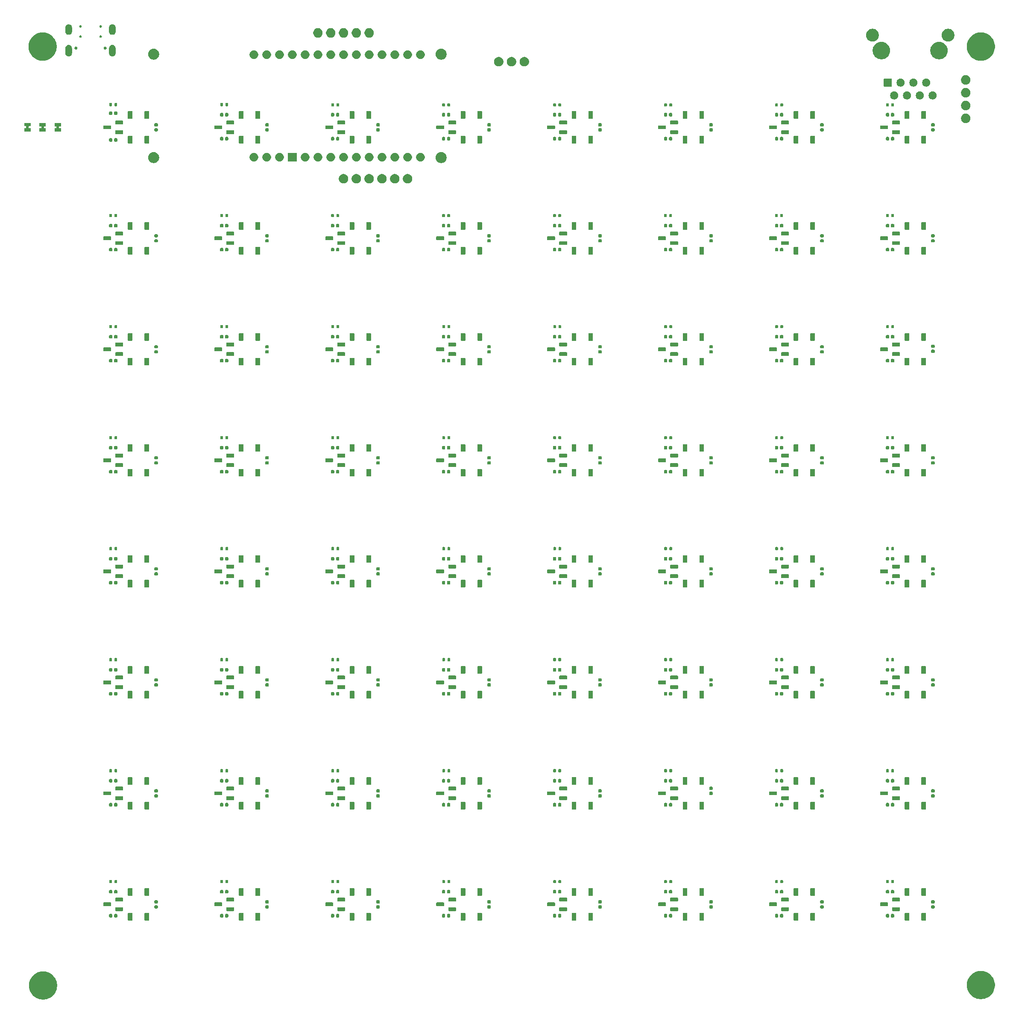
<source format=gbr>
%TF.GenerationSoftware,KiCad,Pcbnew,9.0.3*%
%TF.CreationDate,2025-09-25T17:41:31+02:00*%
%TF.ProjectId,SmartChessboard_PCB_V1,536d6172-7443-4686-9573-73626f617264,rev?*%
%TF.SameCoordinates,Original*%
%TF.FileFunction,Soldermask,Top*%
%TF.FilePolarity,Negative*%
%FSLAX46Y46*%
G04 Gerber Fmt 4.6, Leading zero omitted, Abs format (unit mm)*
G04 Created by KiCad (PCBNEW 9.0.3) date 2025-09-25 17:41:31*
%MOMM*%
%LPD*%
G01*
G04 APERTURE LIST*
G04 APERTURE END LIST*
G36*
X49559017Y-232329561D02*
G01*
X49865139Y-232399431D01*
X50161514Y-232503137D01*
X50444413Y-232639374D01*
X50710280Y-232806430D01*
X50955770Y-233002202D01*
X51177798Y-233224230D01*
X51373570Y-233469720D01*
X51540626Y-233735587D01*
X51676863Y-234018486D01*
X51780569Y-234314861D01*
X51850439Y-234620983D01*
X51885595Y-234933003D01*
X51885595Y-235246997D01*
X51850439Y-235559017D01*
X51780569Y-235865139D01*
X51676863Y-236161514D01*
X51540626Y-236444413D01*
X51373570Y-236710280D01*
X51177798Y-236955770D01*
X50955770Y-237177798D01*
X50710280Y-237373570D01*
X50444413Y-237540626D01*
X50161514Y-237676863D01*
X49865139Y-237780569D01*
X49559017Y-237850439D01*
X49246997Y-237885595D01*
X48933003Y-237885595D01*
X48620983Y-237850439D01*
X48314861Y-237780569D01*
X48018486Y-237676863D01*
X47735587Y-237540626D01*
X47469720Y-237373570D01*
X47224230Y-237177798D01*
X47002202Y-236955770D01*
X46806430Y-236710280D01*
X46639374Y-236444413D01*
X46503137Y-236161514D01*
X46399431Y-235865139D01*
X46329561Y-235559017D01*
X46294405Y-235246997D01*
X46294405Y-234933003D01*
X46329561Y-234620983D01*
X46399431Y-234314861D01*
X46503137Y-234018486D01*
X46639374Y-233735587D01*
X46806430Y-233469720D01*
X47002202Y-233224230D01*
X47224230Y-233002202D01*
X47469720Y-232806430D01*
X47735587Y-232639374D01*
X48018486Y-232503137D01*
X48314861Y-232399431D01*
X48620983Y-232329561D01*
X48933003Y-232294405D01*
X49246997Y-232294405D01*
X49559017Y-232329561D01*
G37*
G36*
X235469017Y-232239561D02*
G01*
X235775139Y-232309431D01*
X236071514Y-232413137D01*
X236354413Y-232549374D01*
X236620280Y-232716430D01*
X236865770Y-232912202D01*
X237087798Y-233134230D01*
X237283570Y-233379720D01*
X237450626Y-233645587D01*
X237586863Y-233928486D01*
X237690569Y-234224861D01*
X237760439Y-234530983D01*
X237795595Y-234843003D01*
X237795595Y-235156997D01*
X237760439Y-235469017D01*
X237690569Y-235775139D01*
X237586863Y-236071514D01*
X237450626Y-236354413D01*
X237283570Y-236620280D01*
X237087798Y-236865770D01*
X236865770Y-237087798D01*
X236620280Y-237283570D01*
X236354413Y-237450626D01*
X236071514Y-237586863D01*
X235775139Y-237690569D01*
X235469017Y-237760439D01*
X235156997Y-237795595D01*
X234843003Y-237795595D01*
X234530983Y-237760439D01*
X234224861Y-237690569D01*
X233928486Y-237586863D01*
X233645587Y-237450626D01*
X233379720Y-237283570D01*
X233134230Y-237087798D01*
X232912202Y-236865770D01*
X232716430Y-236620280D01*
X232549374Y-236354413D01*
X232413137Y-236071514D01*
X232309431Y-235775139D01*
X232239561Y-235469017D01*
X232204405Y-235156997D01*
X232204405Y-234843003D01*
X232239561Y-234530983D01*
X232309431Y-234224861D01*
X232413137Y-233928486D01*
X232549374Y-233645587D01*
X232716430Y-233379720D01*
X232912202Y-233134230D01*
X233134230Y-232912202D01*
X233379720Y-232716430D01*
X233645587Y-232549374D01*
X233928486Y-232413137D01*
X234224861Y-232309431D01*
X234530983Y-232239561D01*
X234843003Y-232204405D01*
X235156997Y-232204405D01*
X235469017Y-232239561D01*
G37*
G36*
X66744442Y-220706851D02*
G01*
X66773640Y-220726360D01*
X66793149Y-220755558D01*
X66800000Y-220790000D01*
X66800000Y-222110000D01*
X66793149Y-222144442D01*
X66773640Y-222173640D01*
X66744442Y-222193149D01*
X66710000Y-222200000D01*
X65990000Y-222200000D01*
X65955558Y-222193149D01*
X65926360Y-222173640D01*
X65906851Y-222144442D01*
X65900000Y-222110000D01*
X65900000Y-220790000D01*
X65906851Y-220755558D01*
X65926360Y-220726360D01*
X65955558Y-220706851D01*
X65990000Y-220700000D01*
X66710000Y-220700000D01*
X66744442Y-220706851D01*
G37*
G36*
X70044442Y-220706851D02*
G01*
X70073640Y-220726360D01*
X70093149Y-220755558D01*
X70100000Y-220790000D01*
X70100000Y-222110000D01*
X70093149Y-222144442D01*
X70073640Y-222173640D01*
X70044442Y-222193149D01*
X70010000Y-222200000D01*
X69290000Y-222200000D01*
X69255558Y-222193149D01*
X69226360Y-222173640D01*
X69206851Y-222144442D01*
X69200000Y-222110000D01*
X69200000Y-220790000D01*
X69206851Y-220755558D01*
X69226360Y-220726360D01*
X69255558Y-220706851D01*
X69290000Y-220700000D01*
X70010000Y-220700000D01*
X70044442Y-220706851D01*
G37*
G36*
X88744442Y-220706851D02*
G01*
X88773640Y-220726360D01*
X88793149Y-220755558D01*
X88800000Y-220790000D01*
X88800000Y-222110000D01*
X88793149Y-222144442D01*
X88773640Y-222173640D01*
X88744442Y-222193149D01*
X88710000Y-222200000D01*
X87990000Y-222200000D01*
X87955558Y-222193149D01*
X87926360Y-222173640D01*
X87906851Y-222144442D01*
X87900000Y-222110000D01*
X87900000Y-220790000D01*
X87906851Y-220755558D01*
X87926360Y-220726360D01*
X87955558Y-220706851D01*
X87990000Y-220700000D01*
X88710000Y-220700000D01*
X88744442Y-220706851D01*
G37*
G36*
X92044442Y-220706851D02*
G01*
X92073640Y-220726360D01*
X92093149Y-220755558D01*
X92100000Y-220790000D01*
X92100000Y-222110000D01*
X92093149Y-222144442D01*
X92073640Y-222173640D01*
X92044442Y-222193149D01*
X92010000Y-222200000D01*
X91290000Y-222200000D01*
X91255558Y-222193149D01*
X91226360Y-222173640D01*
X91206851Y-222144442D01*
X91200000Y-222110000D01*
X91200000Y-220790000D01*
X91206851Y-220755558D01*
X91226360Y-220726360D01*
X91255558Y-220706851D01*
X91290000Y-220700000D01*
X92010000Y-220700000D01*
X92044442Y-220706851D01*
G37*
G36*
X110744442Y-220706851D02*
G01*
X110773640Y-220726360D01*
X110793149Y-220755558D01*
X110800000Y-220790000D01*
X110800000Y-222110000D01*
X110793149Y-222144442D01*
X110773640Y-222173640D01*
X110744442Y-222193149D01*
X110710000Y-222200000D01*
X109990000Y-222200000D01*
X109955558Y-222193149D01*
X109926360Y-222173640D01*
X109906851Y-222144442D01*
X109900000Y-222110000D01*
X109900000Y-220790000D01*
X109906851Y-220755558D01*
X109926360Y-220726360D01*
X109955558Y-220706851D01*
X109990000Y-220700000D01*
X110710000Y-220700000D01*
X110744442Y-220706851D01*
G37*
G36*
X114044442Y-220706851D02*
G01*
X114073640Y-220726360D01*
X114093149Y-220755558D01*
X114100000Y-220790000D01*
X114100000Y-222110000D01*
X114093149Y-222144442D01*
X114073640Y-222173640D01*
X114044442Y-222193149D01*
X114010000Y-222200000D01*
X113290000Y-222200000D01*
X113255558Y-222193149D01*
X113226360Y-222173640D01*
X113206851Y-222144442D01*
X113200000Y-222110000D01*
X113200000Y-220790000D01*
X113206851Y-220755558D01*
X113226360Y-220726360D01*
X113255558Y-220706851D01*
X113290000Y-220700000D01*
X114010000Y-220700000D01*
X114044442Y-220706851D01*
G37*
G36*
X132744442Y-220706851D02*
G01*
X132773640Y-220726360D01*
X132793149Y-220755558D01*
X132800000Y-220790000D01*
X132800000Y-222110000D01*
X132793149Y-222144442D01*
X132773640Y-222173640D01*
X132744442Y-222193149D01*
X132710000Y-222200000D01*
X131990000Y-222200000D01*
X131955558Y-222193149D01*
X131926360Y-222173640D01*
X131906851Y-222144442D01*
X131900000Y-222110000D01*
X131900000Y-220790000D01*
X131906851Y-220755558D01*
X131926360Y-220726360D01*
X131955558Y-220706851D01*
X131990000Y-220700000D01*
X132710000Y-220700000D01*
X132744442Y-220706851D01*
G37*
G36*
X136044442Y-220706851D02*
G01*
X136073640Y-220726360D01*
X136093149Y-220755558D01*
X136100000Y-220790000D01*
X136100000Y-222110000D01*
X136093149Y-222144442D01*
X136073640Y-222173640D01*
X136044442Y-222193149D01*
X136010000Y-222200000D01*
X135290000Y-222200000D01*
X135255558Y-222193149D01*
X135226360Y-222173640D01*
X135206851Y-222144442D01*
X135200000Y-222110000D01*
X135200000Y-220790000D01*
X135206851Y-220755558D01*
X135226360Y-220726360D01*
X135255558Y-220706851D01*
X135290000Y-220700000D01*
X136010000Y-220700000D01*
X136044442Y-220706851D01*
G37*
G36*
X154744442Y-220706851D02*
G01*
X154773640Y-220726360D01*
X154793149Y-220755558D01*
X154800000Y-220790000D01*
X154800000Y-222110000D01*
X154793149Y-222144442D01*
X154773640Y-222173640D01*
X154744442Y-222193149D01*
X154710000Y-222200000D01*
X153990000Y-222200000D01*
X153955558Y-222193149D01*
X153926360Y-222173640D01*
X153906851Y-222144442D01*
X153900000Y-222110000D01*
X153900000Y-220790000D01*
X153906851Y-220755558D01*
X153926360Y-220726360D01*
X153955558Y-220706851D01*
X153990000Y-220700000D01*
X154710000Y-220700000D01*
X154744442Y-220706851D01*
G37*
G36*
X158044442Y-220706851D02*
G01*
X158073640Y-220726360D01*
X158093149Y-220755558D01*
X158100000Y-220790000D01*
X158100000Y-222110000D01*
X158093149Y-222144442D01*
X158073640Y-222173640D01*
X158044442Y-222193149D01*
X158010000Y-222200000D01*
X157290000Y-222200000D01*
X157255558Y-222193149D01*
X157226360Y-222173640D01*
X157206851Y-222144442D01*
X157200000Y-222110000D01*
X157200000Y-220790000D01*
X157206851Y-220755558D01*
X157226360Y-220726360D01*
X157255558Y-220706851D01*
X157290000Y-220700000D01*
X158010000Y-220700000D01*
X158044442Y-220706851D01*
G37*
G36*
X176744442Y-220706851D02*
G01*
X176773640Y-220726360D01*
X176793149Y-220755558D01*
X176800000Y-220790000D01*
X176800000Y-222110000D01*
X176793149Y-222144442D01*
X176773640Y-222173640D01*
X176744442Y-222193149D01*
X176710000Y-222200000D01*
X175990000Y-222200000D01*
X175955558Y-222193149D01*
X175926360Y-222173640D01*
X175906851Y-222144442D01*
X175900000Y-222110000D01*
X175900000Y-220790000D01*
X175906851Y-220755558D01*
X175926360Y-220726360D01*
X175955558Y-220706851D01*
X175990000Y-220700000D01*
X176710000Y-220700000D01*
X176744442Y-220706851D01*
G37*
G36*
X180044442Y-220706851D02*
G01*
X180073640Y-220726360D01*
X180093149Y-220755558D01*
X180100000Y-220790000D01*
X180100000Y-222110000D01*
X180093149Y-222144442D01*
X180073640Y-222173640D01*
X180044442Y-222193149D01*
X180010000Y-222200000D01*
X179290000Y-222200000D01*
X179255558Y-222193149D01*
X179226360Y-222173640D01*
X179206851Y-222144442D01*
X179200000Y-222110000D01*
X179200000Y-220790000D01*
X179206851Y-220755558D01*
X179226360Y-220726360D01*
X179255558Y-220706851D01*
X179290000Y-220700000D01*
X180010000Y-220700000D01*
X180044442Y-220706851D01*
G37*
G36*
X198744442Y-220706851D02*
G01*
X198773640Y-220726360D01*
X198793149Y-220755558D01*
X198800000Y-220790000D01*
X198800000Y-222110000D01*
X198793149Y-222144442D01*
X198773640Y-222173640D01*
X198744442Y-222193149D01*
X198710000Y-222200000D01*
X197990000Y-222200000D01*
X197955558Y-222193149D01*
X197926360Y-222173640D01*
X197906851Y-222144442D01*
X197900000Y-222110000D01*
X197900000Y-220790000D01*
X197906851Y-220755558D01*
X197926360Y-220726360D01*
X197955558Y-220706851D01*
X197990000Y-220700000D01*
X198710000Y-220700000D01*
X198744442Y-220706851D01*
G37*
G36*
X202044442Y-220706851D02*
G01*
X202073640Y-220726360D01*
X202093149Y-220755558D01*
X202100000Y-220790000D01*
X202100000Y-222110000D01*
X202093149Y-222144442D01*
X202073640Y-222173640D01*
X202044442Y-222193149D01*
X202010000Y-222200000D01*
X201290000Y-222200000D01*
X201255558Y-222193149D01*
X201226360Y-222173640D01*
X201206851Y-222144442D01*
X201200000Y-222110000D01*
X201200000Y-220790000D01*
X201206851Y-220755558D01*
X201226360Y-220726360D01*
X201255558Y-220706851D01*
X201290000Y-220700000D01*
X202010000Y-220700000D01*
X202044442Y-220706851D01*
G37*
G36*
X220744442Y-220706851D02*
G01*
X220773640Y-220726360D01*
X220793149Y-220755558D01*
X220800000Y-220790000D01*
X220800000Y-222110000D01*
X220793149Y-222144442D01*
X220773640Y-222173640D01*
X220744442Y-222193149D01*
X220710000Y-222200000D01*
X219990000Y-222200000D01*
X219955558Y-222193149D01*
X219926360Y-222173640D01*
X219906851Y-222144442D01*
X219900000Y-222110000D01*
X219900000Y-220790000D01*
X219906851Y-220755558D01*
X219926360Y-220726360D01*
X219955558Y-220706851D01*
X219990000Y-220700000D01*
X220710000Y-220700000D01*
X220744442Y-220706851D01*
G37*
G36*
X224044442Y-220706851D02*
G01*
X224073640Y-220726360D01*
X224093149Y-220755558D01*
X224100000Y-220790000D01*
X224100000Y-222110000D01*
X224093149Y-222144442D01*
X224073640Y-222173640D01*
X224044442Y-222193149D01*
X224010000Y-222200000D01*
X223290000Y-222200000D01*
X223255558Y-222193149D01*
X223226360Y-222173640D01*
X223206851Y-222144442D01*
X223200000Y-222110000D01*
X223200000Y-220790000D01*
X223206851Y-220755558D01*
X223226360Y-220726360D01*
X223255558Y-220706851D01*
X223290000Y-220700000D01*
X224010000Y-220700000D01*
X224044442Y-220706851D01*
G37*
G36*
X62708118Y-220915549D02*
G01*
X62765865Y-220954135D01*
X62804451Y-221011882D01*
X62818000Y-221080000D01*
X62818000Y-221420000D01*
X62804451Y-221488118D01*
X62765865Y-221545865D01*
X62708118Y-221584451D01*
X62640000Y-221598000D01*
X62360000Y-221598000D01*
X62291882Y-221584451D01*
X62234135Y-221545865D01*
X62195549Y-221488118D01*
X62182000Y-221420000D01*
X62182000Y-221080000D01*
X62195549Y-221011882D01*
X62234135Y-220954135D01*
X62291882Y-220915549D01*
X62360000Y-220902000D01*
X62640000Y-220902000D01*
X62708118Y-220915549D01*
G37*
G36*
X63708118Y-220915549D02*
G01*
X63765865Y-220954135D01*
X63804451Y-221011882D01*
X63818000Y-221080000D01*
X63818000Y-221420000D01*
X63804451Y-221488118D01*
X63765865Y-221545865D01*
X63708118Y-221584451D01*
X63640000Y-221598000D01*
X63360000Y-221598000D01*
X63291882Y-221584451D01*
X63234135Y-221545865D01*
X63195549Y-221488118D01*
X63182000Y-221420000D01*
X63182000Y-221080000D01*
X63195549Y-221011882D01*
X63234135Y-220954135D01*
X63291882Y-220915549D01*
X63360000Y-220902000D01*
X63640000Y-220902000D01*
X63708118Y-220915549D01*
G37*
G36*
X84708118Y-220915549D02*
G01*
X84765865Y-220954135D01*
X84804451Y-221011882D01*
X84818000Y-221080000D01*
X84818000Y-221420000D01*
X84804451Y-221488118D01*
X84765865Y-221545865D01*
X84708118Y-221584451D01*
X84640000Y-221598000D01*
X84360000Y-221598000D01*
X84291882Y-221584451D01*
X84234135Y-221545865D01*
X84195549Y-221488118D01*
X84182000Y-221420000D01*
X84182000Y-221080000D01*
X84195549Y-221011882D01*
X84234135Y-220954135D01*
X84291882Y-220915549D01*
X84360000Y-220902000D01*
X84640000Y-220902000D01*
X84708118Y-220915549D01*
G37*
G36*
X85708118Y-220915549D02*
G01*
X85765865Y-220954135D01*
X85804451Y-221011882D01*
X85818000Y-221080000D01*
X85818000Y-221420000D01*
X85804451Y-221488118D01*
X85765865Y-221545865D01*
X85708118Y-221584451D01*
X85640000Y-221598000D01*
X85360000Y-221598000D01*
X85291882Y-221584451D01*
X85234135Y-221545865D01*
X85195549Y-221488118D01*
X85182000Y-221420000D01*
X85182000Y-221080000D01*
X85195549Y-221011882D01*
X85234135Y-220954135D01*
X85291882Y-220915549D01*
X85360000Y-220902000D01*
X85640000Y-220902000D01*
X85708118Y-220915549D01*
G37*
G36*
X106708118Y-220915549D02*
G01*
X106765865Y-220954135D01*
X106804451Y-221011882D01*
X106818000Y-221080000D01*
X106818000Y-221420000D01*
X106804451Y-221488118D01*
X106765865Y-221545865D01*
X106708118Y-221584451D01*
X106640000Y-221598000D01*
X106360000Y-221598000D01*
X106291882Y-221584451D01*
X106234135Y-221545865D01*
X106195549Y-221488118D01*
X106182000Y-221420000D01*
X106182000Y-221080000D01*
X106195549Y-221011882D01*
X106234135Y-220954135D01*
X106291882Y-220915549D01*
X106360000Y-220902000D01*
X106640000Y-220902000D01*
X106708118Y-220915549D01*
G37*
G36*
X107708118Y-220915549D02*
G01*
X107765865Y-220954135D01*
X107804451Y-221011882D01*
X107818000Y-221080000D01*
X107818000Y-221420000D01*
X107804451Y-221488118D01*
X107765865Y-221545865D01*
X107708118Y-221584451D01*
X107640000Y-221598000D01*
X107360000Y-221598000D01*
X107291882Y-221584451D01*
X107234135Y-221545865D01*
X107195549Y-221488118D01*
X107182000Y-221420000D01*
X107182000Y-221080000D01*
X107195549Y-221011882D01*
X107234135Y-220954135D01*
X107291882Y-220915549D01*
X107360000Y-220902000D01*
X107640000Y-220902000D01*
X107708118Y-220915549D01*
G37*
G36*
X128708118Y-220915549D02*
G01*
X128765865Y-220954135D01*
X128804451Y-221011882D01*
X128818000Y-221080000D01*
X128818000Y-221420000D01*
X128804451Y-221488118D01*
X128765865Y-221545865D01*
X128708118Y-221584451D01*
X128640000Y-221598000D01*
X128360000Y-221598000D01*
X128291882Y-221584451D01*
X128234135Y-221545865D01*
X128195549Y-221488118D01*
X128182000Y-221420000D01*
X128182000Y-221080000D01*
X128195549Y-221011882D01*
X128234135Y-220954135D01*
X128291882Y-220915549D01*
X128360000Y-220902000D01*
X128640000Y-220902000D01*
X128708118Y-220915549D01*
G37*
G36*
X129708118Y-220915549D02*
G01*
X129765865Y-220954135D01*
X129804451Y-221011882D01*
X129818000Y-221080000D01*
X129818000Y-221420000D01*
X129804451Y-221488118D01*
X129765865Y-221545865D01*
X129708118Y-221584451D01*
X129640000Y-221598000D01*
X129360000Y-221598000D01*
X129291882Y-221584451D01*
X129234135Y-221545865D01*
X129195549Y-221488118D01*
X129182000Y-221420000D01*
X129182000Y-221080000D01*
X129195549Y-221011882D01*
X129234135Y-220954135D01*
X129291882Y-220915549D01*
X129360000Y-220902000D01*
X129640000Y-220902000D01*
X129708118Y-220915549D01*
G37*
G36*
X150708118Y-220915549D02*
G01*
X150765865Y-220954135D01*
X150804451Y-221011882D01*
X150818000Y-221080000D01*
X150818000Y-221420000D01*
X150804451Y-221488118D01*
X150765865Y-221545865D01*
X150708118Y-221584451D01*
X150640000Y-221598000D01*
X150360000Y-221598000D01*
X150291882Y-221584451D01*
X150234135Y-221545865D01*
X150195549Y-221488118D01*
X150182000Y-221420000D01*
X150182000Y-221080000D01*
X150195549Y-221011882D01*
X150234135Y-220954135D01*
X150291882Y-220915549D01*
X150360000Y-220902000D01*
X150640000Y-220902000D01*
X150708118Y-220915549D01*
G37*
G36*
X151708118Y-220915549D02*
G01*
X151765865Y-220954135D01*
X151804451Y-221011882D01*
X151818000Y-221080000D01*
X151818000Y-221420000D01*
X151804451Y-221488118D01*
X151765865Y-221545865D01*
X151708118Y-221584451D01*
X151640000Y-221598000D01*
X151360000Y-221598000D01*
X151291882Y-221584451D01*
X151234135Y-221545865D01*
X151195549Y-221488118D01*
X151182000Y-221420000D01*
X151182000Y-221080000D01*
X151195549Y-221011882D01*
X151234135Y-220954135D01*
X151291882Y-220915549D01*
X151360000Y-220902000D01*
X151640000Y-220902000D01*
X151708118Y-220915549D01*
G37*
G36*
X172708118Y-220915549D02*
G01*
X172765865Y-220954135D01*
X172804451Y-221011882D01*
X172818000Y-221080000D01*
X172818000Y-221420000D01*
X172804451Y-221488118D01*
X172765865Y-221545865D01*
X172708118Y-221584451D01*
X172640000Y-221598000D01*
X172360000Y-221598000D01*
X172291882Y-221584451D01*
X172234135Y-221545865D01*
X172195549Y-221488118D01*
X172182000Y-221420000D01*
X172182000Y-221080000D01*
X172195549Y-221011882D01*
X172234135Y-220954135D01*
X172291882Y-220915549D01*
X172360000Y-220902000D01*
X172640000Y-220902000D01*
X172708118Y-220915549D01*
G37*
G36*
X173708118Y-220915549D02*
G01*
X173765865Y-220954135D01*
X173804451Y-221011882D01*
X173818000Y-221080000D01*
X173818000Y-221420000D01*
X173804451Y-221488118D01*
X173765865Y-221545865D01*
X173708118Y-221584451D01*
X173640000Y-221598000D01*
X173360000Y-221598000D01*
X173291882Y-221584451D01*
X173234135Y-221545865D01*
X173195549Y-221488118D01*
X173182000Y-221420000D01*
X173182000Y-221080000D01*
X173195549Y-221011882D01*
X173234135Y-220954135D01*
X173291882Y-220915549D01*
X173360000Y-220902000D01*
X173640000Y-220902000D01*
X173708118Y-220915549D01*
G37*
G36*
X194708118Y-220915549D02*
G01*
X194765865Y-220954135D01*
X194804451Y-221011882D01*
X194818000Y-221080000D01*
X194818000Y-221420000D01*
X194804451Y-221488118D01*
X194765865Y-221545865D01*
X194708118Y-221584451D01*
X194640000Y-221598000D01*
X194360000Y-221598000D01*
X194291882Y-221584451D01*
X194234135Y-221545865D01*
X194195549Y-221488118D01*
X194182000Y-221420000D01*
X194182000Y-221080000D01*
X194195549Y-221011882D01*
X194234135Y-220954135D01*
X194291882Y-220915549D01*
X194360000Y-220902000D01*
X194640000Y-220902000D01*
X194708118Y-220915549D01*
G37*
G36*
X195708118Y-220915549D02*
G01*
X195765865Y-220954135D01*
X195804451Y-221011882D01*
X195818000Y-221080000D01*
X195818000Y-221420000D01*
X195804451Y-221488118D01*
X195765865Y-221545865D01*
X195708118Y-221584451D01*
X195640000Y-221598000D01*
X195360000Y-221598000D01*
X195291882Y-221584451D01*
X195234135Y-221545865D01*
X195195549Y-221488118D01*
X195182000Y-221420000D01*
X195182000Y-221080000D01*
X195195549Y-221011882D01*
X195234135Y-220954135D01*
X195291882Y-220915549D01*
X195360000Y-220902000D01*
X195640000Y-220902000D01*
X195708118Y-220915549D01*
G37*
G36*
X216708118Y-220915549D02*
G01*
X216765865Y-220954135D01*
X216804451Y-221011882D01*
X216818000Y-221080000D01*
X216818000Y-221420000D01*
X216804451Y-221488118D01*
X216765865Y-221545865D01*
X216708118Y-221584451D01*
X216640000Y-221598000D01*
X216360000Y-221598000D01*
X216291882Y-221584451D01*
X216234135Y-221545865D01*
X216195549Y-221488118D01*
X216182000Y-221420000D01*
X216182000Y-221080000D01*
X216195549Y-221011882D01*
X216234135Y-220954135D01*
X216291882Y-220915549D01*
X216360000Y-220902000D01*
X216640000Y-220902000D01*
X216708118Y-220915549D01*
G37*
G36*
X217708118Y-220915549D02*
G01*
X217765865Y-220954135D01*
X217804451Y-221011882D01*
X217818000Y-221080000D01*
X217818000Y-221420000D01*
X217804451Y-221488118D01*
X217765865Y-221545865D01*
X217708118Y-221584451D01*
X217640000Y-221598000D01*
X217360000Y-221598000D01*
X217291882Y-221584451D01*
X217234135Y-221545865D01*
X217195549Y-221488118D01*
X217182000Y-221420000D01*
X217182000Y-221080000D01*
X217195549Y-221011882D01*
X217234135Y-220954135D01*
X217291882Y-220915549D01*
X217360000Y-220902000D01*
X217640000Y-220902000D01*
X217708118Y-220915549D01*
G37*
G36*
X64883755Y-219582648D02*
G01*
X64924876Y-219610124D01*
X64952352Y-219651245D01*
X64962000Y-219699750D01*
X64962000Y-220200250D01*
X64952352Y-220248755D01*
X64924876Y-220289876D01*
X64883755Y-220317352D01*
X64835250Y-220327000D01*
X63544750Y-220327000D01*
X63496245Y-220317352D01*
X63455124Y-220289876D01*
X63427648Y-220248755D01*
X63418000Y-220200250D01*
X63418000Y-219699750D01*
X63427648Y-219651245D01*
X63455124Y-219610124D01*
X63496245Y-219582648D01*
X63544750Y-219573000D01*
X64835250Y-219573000D01*
X64883755Y-219582648D01*
G37*
G36*
X86883755Y-219582648D02*
G01*
X86924876Y-219610124D01*
X86952352Y-219651245D01*
X86962000Y-219699750D01*
X86962000Y-220200250D01*
X86952352Y-220248755D01*
X86924876Y-220289876D01*
X86883755Y-220317352D01*
X86835250Y-220327000D01*
X85544750Y-220327000D01*
X85496245Y-220317352D01*
X85455124Y-220289876D01*
X85427648Y-220248755D01*
X85418000Y-220200250D01*
X85418000Y-219699750D01*
X85427648Y-219651245D01*
X85455124Y-219610124D01*
X85496245Y-219582648D01*
X85544750Y-219573000D01*
X86835250Y-219573000D01*
X86883755Y-219582648D01*
G37*
G36*
X108883755Y-219582648D02*
G01*
X108924876Y-219610124D01*
X108952352Y-219651245D01*
X108962000Y-219699750D01*
X108962000Y-220200250D01*
X108952352Y-220248755D01*
X108924876Y-220289876D01*
X108883755Y-220317352D01*
X108835250Y-220327000D01*
X107544750Y-220327000D01*
X107496245Y-220317352D01*
X107455124Y-220289876D01*
X107427648Y-220248755D01*
X107418000Y-220200250D01*
X107418000Y-219699750D01*
X107427648Y-219651245D01*
X107455124Y-219610124D01*
X107496245Y-219582648D01*
X107544750Y-219573000D01*
X108835250Y-219573000D01*
X108883755Y-219582648D01*
G37*
G36*
X130883755Y-219582648D02*
G01*
X130924876Y-219610124D01*
X130952352Y-219651245D01*
X130962000Y-219699750D01*
X130962000Y-220200250D01*
X130952352Y-220248755D01*
X130924876Y-220289876D01*
X130883755Y-220317352D01*
X130835250Y-220327000D01*
X129544750Y-220327000D01*
X129496245Y-220317352D01*
X129455124Y-220289876D01*
X129427648Y-220248755D01*
X129418000Y-220200250D01*
X129418000Y-219699750D01*
X129427648Y-219651245D01*
X129455124Y-219610124D01*
X129496245Y-219582648D01*
X129544750Y-219573000D01*
X130835250Y-219573000D01*
X130883755Y-219582648D01*
G37*
G36*
X152883755Y-219582648D02*
G01*
X152924876Y-219610124D01*
X152952352Y-219651245D01*
X152962000Y-219699750D01*
X152962000Y-220200250D01*
X152952352Y-220248755D01*
X152924876Y-220289876D01*
X152883755Y-220317352D01*
X152835250Y-220327000D01*
X151544750Y-220327000D01*
X151496245Y-220317352D01*
X151455124Y-220289876D01*
X151427648Y-220248755D01*
X151418000Y-220200250D01*
X151418000Y-219699750D01*
X151427648Y-219651245D01*
X151455124Y-219610124D01*
X151496245Y-219582648D01*
X151544750Y-219573000D01*
X152835250Y-219573000D01*
X152883755Y-219582648D01*
G37*
G36*
X174883755Y-219582648D02*
G01*
X174924876Y-219610124D01*
X174952352Y-219651245D01*
X174962000Y-219699750D01*
X174962000Y-220200250D01*
X174952352Y-220248755D01*
X174924876Y-220289876D01*
X174883755Y-220317352D01*
X174835250Y-220327000D01*
X173544750Y-220327000D01*
X173496245Y-220317352D01*
X173455124Y-220289876D01*
X173427648Y-220248755D01*
X173418000Y-220200250D01*
X173418000Y-219699750D01*
X173427648Y-219651245D01*
X173455124Y-219610124D01*
X173496245Y-219582648D01*
X173544750Y-219573000D01*
X174835250Y-219573000D01*
X174883755Y-219582648D01*
G37*
G36*
X196883755Y-219582648D02*
G01*
X196924876Y-219610124D01*
X196952352Y-219651245D01*
X196962000Y-219699750D01*
X196962000Y-220200250D01*
X196952352Y-220248755D01*
X196924876Y-220289876D01*
X196883755Y-220317352D01*
X196835250Y-220327000D01*
X195544750Y-220327000D01*
X195496245Y-220317352D01*
X195455124Y-220289876D01*
X195427648Y-220248755D01*
X195418000Y-220200250D01*
X195418000Y-219699750D01*
X195427648Y-219651245D01*
X195455124Y-219610124D01*
X195496245Y-219582648D01*
X195544750Y-219573000D01*
X196835250Y-219573000D01*
X196883755Y-219582648D01*
G37*
G36*
X218883755Y-219582648D02*
G01*
X218924876Y-219610124D01*
X218952352Y-219651245D01*
X218962000Y-219699750D01*
X218962000Y-220200250D01*
X218952352Y-220248755D01*
X218924876Y-220289876D01*
X218883755Y-220317352D01*
X218835250Y-220327000D01*
X217544750Y-220327000D01*
X217496245Y-220317352D01*
X217455124Y-220289876D01*
X217427648Y-220248755D01*
X217418000Y-220200250D01*
X217418000Y-219699750D01*
X217427648Y-219651245D01*
X217455124Y-219610124D01*
X217496245Y-219582648D01*
X217544750Y-219573000D01*
X218835250Y-219573000D01*
X218883755Y-219582648D01*
G37*
G36*
X71738118Y-219195549D02*
G01*
X71795865Y-219234135D01*
X71834451Y-219291882D01*
X71848000Y-219360000D01*
X71848000Y-219640000D01*
X71834451Y-219708118D01*
X71795865Y-219765865D01*
X71738118Y-219804451D01*
X71670000Y-219818000D01*
X71330000Y-219818000D01*
X71261882Y-219804451D01*
X71204135Y-219765865D01*
X71165549Y-219708118D01*
X71152000Y-219640000D01*
X71152000Y-219360000D01*
X71165549Y-219291882D01*
X71204135Y-219234135D01*
X71261882Y-219195549D01*
X71330000Y-219182000D01*
X71670000Y-219182000D01*
X71738118Y-219195549D01*
G37*
G36*
X93738118Y-219195549D02*
G01*
X93795865Y-219234135D01*
X93834451Y-219291882D01*
X93848000Y-219360000D01*
X93848000Y-219640000D01*
X93834451Y-219708118D01*
X93795865Y-219765865D01*
X93738118Y-219804451D01*
X93670000Y-219818000D01*
X93330000Y-219818000D01*
X93261882Y-219804451D01*
X93204135Y-219765865D01*
X93165549Y-219708118D01*
X93152000Y-219640000D01*
X93152000Y-219360000D01*
X93165549Y-219291882D01*
X93204135Y-219234135D01*
X93261882Y-219195549D01*
X93330000Y-219182000D01*
X93670000Y-219182000D01*
X93738118Y-219195549D01*
G37*
G36*
X115738118Y-219195549D02*
G01*
X115795865Y-219234135D01*
X115834451Y-219291882D01*
X115848000Y-219360000D01*
X115848000Y-219640000D01*
X115834451Y-219708118D01*
X115795865Y-219765865D01*
X115738118Y-219804451D01*
X115670000Y-219818000D01*
X115330000Y-219818000D01*
X115261882Y-219804451D01*
X115204135Y-219765865D01*
X115165549Y-219708118D01*
X115152000Y-219640000D01*
X115152000Y-219360000D01*
X115165549Y-219291882D01*
X115204135Y-219234135D01*
X115261882Y-219195549D01*
X115330000Y-219182000D01*
X115670000Y-219182000D01*
X115738118Y-219195549D01*
G37*
G36*
X137738118Y-219195549D02*
G01*
X137795865Y-219234135D01*
X137834451Y-219291882D01*
X137848000Y-219360000D01*
X137848000Y-219640000D01*
X137834451Y-219708118D01*
X137795865Y-219765865D01*
X137738118Y-219804451D01*
X137670000Y-219818000D01*
X137330000Y-219818000D01*
X137261882Y-219804451D01*
X137204135Y-219765865D01*
X137165549Y-219708118D01*
X137152000Y-219640000D01*
X137152000Y-219360000D01*
X137165549Y-219291882D01*
X137204135Y-219234135D01*
X137261882Y-219195549D01*
X137330000Y-219182000D01*
X137670000Y-219182000D01*
X137738118Y-219195549D01*
G37*
G36*
X159738118Y-219195549D02*
G01*
X159795865Y-219234135D01*
X159834451Y-219291882D01*
X159848000Y-219360000D01*
X159848000Y-219640000D01*
X159834451Y-219708118D01*
X159795865Y-219765865D01*
X159738118Y-219804451D01*
X159670000Y-219818000D01*
X159330000Y-219818000D01*
X159261882Y-219804451D01*
X159204135Y-219765865D01*
X159165549Y-219708118D01*
X159152000Y-219640000D01*
X159152000Y-219360000D01*
X159165549Y-219291882D01*
X159204135Y-219234135D01*
X159261882Y-219195549D01*
X159330000Y-219182000D01*
X159670000Y-219182000D01*
X159738118Y-219195549D01*
G37*
G36*
X181738118Y-219195549D02*
G01*
X181795865Y-219234135D01*
X181834451Y-219291882D01*
X181848000Y-219360000D01*
X181848000Y-219640000D01*
X181834451Y-219708118D01*
X181795865Y-219765865D01*
X181738118Y-219804451D01*
X181670000Y-219818000D01*
X181330000Y-219818000D01*
X181261882Y-219804451D01*
X181204135Y-219765865D01*
X181165549Y-219708118D01*
X181152000Y-219640000D01*
X181152000Y-219360000D01*
X181165549Y-219291882D01*
X181204135Y-219234135D01*
X181261882Y-219195549D01*
X181330000Y-219182000D01*
X181670000Y-219182000D01*
X181738118Y-219195549D01*
G37*
G36*
X203738118Y-219195549D02*
G01*
X203795865Y-219234135D01*
X203834451Y-219291882D01*
X203848000Y-219360000D01*
X203848000Y-219640000D01*
X203834451Y-219708118D01*
X203795865Y-219765865D01*
X203738118Y-219804451D01*
X203670000Y-219818000D01*
X203330000Y-219818000D01*
X203261882Y-219804451D01*
X203204135Y-219765865D01*
X203165549Y-219708118D01*
X203152000Y-219640000D01*
X203152000Y-219360000D01*
X203165549Y-219291882D01*
X203204135Y-219234135D01*
X203261882Y-219195549D01*
X203330000Y-219182000D01*
X203670000Y-219182000D01*
X203738118Y-219195549D01*
G37*
G36*
X225738118Y-219195549D02*
G01*
X225795865Y-219234135D01*
X225834451Y-219291882D01*
X225848000Y-219360000D01*
X225848000Y-219640000D01*
X225834451Y-219708118D01*
X225795865Y-219765865D01*
X225738118Y-219804451D01*
X225670000Y-219818000D01*
X225330000Y-219818000D01*
X225261882Y-219804451D01*
X225204135Y-219765865D01*
X225165549Y-219708118D01*
X225152000Y-219640000D01*
X225152000Y-219360000D01*
X225165549Y-219291882D01*
X225204135Y-219234135D01*
X225261882Y-219195549D01*
X225330000Y-219182000D01*
X225670000Y-219182000D01*
X225738118Y-219195549D01*
G37*
G36*
X62503755Y-218632648D02*
G01*
X62544876Y-218660124D01*
X62572352Y-218701245D01*
X62582000Y-218749750D01*
X62582000Y-219250250D01*
X62572352Y-219298755D01*
X62544876Y-219339876D01*
X62503755Y-219367352D01*
X62455250Y-219377000D01*
X61164750Y-219377000D01*
X61116245Y-219367352D01*
X61075124Y-219339876D01*
X61047648Y-219298755D01*
X61038000Y-219250250D01*
X61038000Y-218749750D01*
X61047648Y-218701245D01*
X61075124Y-218660124D01*
X61116245Y-218632648D01*
X61164750Y-218623000D01*
X62455250Y-218623000D01*
X62503755Y-218632648D01*
G37*
G36*
X84503755Y-218632648D02*
G01*
X84544876Y-218660124D01*
X84572352Y-218701245D01*
X84582000Y-218749750D01*
X84582000Y-219250250D01*
X84572352Y-219298755D01*
X84544876Y-219339876D01*
X84503755Y-219367352D01*
X84455250Y-219377000D01*
X83164750Y-219377000D01*
X83116245Y-219367352D01*
X83075124Y-219339876D01*
X83047648Y-219298755D01*
X83038000Y-219250250D01*
X83038000Y-218749750D01*
X83047648Y-218701245D01*
X83075124Y-218660124D01*
X83116245Y-218632648D01*
X83164750Y-218623000D01*
X84455250Y-218623000D01*
X84503755Y-218632648D01*
G37*
G36*
X106503755Y-218632648D02*
G01*
X106544876Y-218660124D01*
X106572352Y-218701245D01*
X106582000Y-218749750D01*
X106582000Y-219250250D01*
X106572352Y-219298755D01*
X106544876Y-219339876D01*
X106503755Y-219367352D01*
X106455250Y-219377000D01*
X105164750Y-219377000D01*
X105116245Y-219367352D01*
X105075124Y-219339876D01*
X105047648Y-219298755D01*
X105038000Y-219250250D01*
X105038000Y-218749750D01*
X105047648Y-218701245D01*
X105075124Y-218660124D01*
X105116245Y-218632648D01*
X105164750Y-218623000D01*
X106455250Y-218623000D01*
X106503755Y-218632648D01*
G37*
G36*
X128503755Y-218632648D02*
G01*
X128544876Y-218660124D01*
X128572352Y-218701245D01*
X128582000Y-218749750D01*
X128582000Y-219250250D01*
X128572352Y-219298755D01*
X128544876Y-219339876D01*
X128503755Y-219367352D01*
X128455250Y-219377000D01*
X127164750Y-219377000D01*
X127116245Y-219367352D01*
X127075124Y-219339876D01*
X127047648Y-219298755D01*
X127038000Y-219250250D01*
X127038000Y-218749750D01*
X127047648Y-218701245D01*
X127075124Y-218660124D01*
X127116245Y-218632648D01*
X127164750Y-218623000D01*
X128455250Y-218623000D01*
X128503755Y-218632648D01*
G37*
G36*
X150503755Y-218632648D02*
G01*
X150544876Y-218660124D01*
X150572352Y-218701245D01*
X150582000Y-218749750D01*
X150582000Y-219250250D01*
X150572352Y-219298755D01*
X150544876Y-219339876D01*
X150503755Y-219367352D01*
X150455250Y-219377000D01*
X149164750Y-219377000D01*
X149116245Y-219367352D01*
X149075124Y-219339876D01*
X149047648Y-219298755D01*
X149038000Y-219250250D01*
X149038000Y-218749750D01*
X149047648Y-218701245D01*
X149075124Y-218660124D01*
X149116245Y-218632648D01*
X149164750Y-218623000D01*
X150455250Y-218623000D01*
X150503755Y-218632648D01*
G37*
G36*
X172503755Y-218632648D02*
G01*
X172544876Y-218660124D01*
X172572352Y-218701245D01*
X172582000Y-218749750D01*
X172582000Y-219250250D01*
X172572352Y-219298755D01*
X172544876Y-219339876D01*
X172503755Y-219367352D01*
X172455250Y-219377000D01*
X171164750Y-219377000D01*
X171116245Y-219367352D01*
X171075124Y-219339876D01*
X171047648Y-219298755D01*
X171038000Y-219250250D01*
X171038000Y-218749750D01*
X171047648Y-218701245D01*
X171075124Y-218660124D01*
X171116245Y-218632648D01*
X171164750Y-218623000D01*
X172455250Y-218623000D01*
X172503755Y-218632648D01*
G37*
G36*
X194503755Y-218632648D02*
G01*
X194544876Y-218660124D01*
X194572352Y-218701245D01*
X194582000Y-218749750D01*
X194582000Y-219250250D01*
X194572352Y-219298755D01*
X194544876Y-219339876D01*
X194503755Y-219367352D01*
X194455250Y-219377000D01*
X193164750Y-219377000D01*
X193116245Y-219367352D01*
X193075124Y-219339876D01*
X193047648Y-219298755D01*
X193038000Y-219250250D01*
X193038000Y-218749750D01*
X193047648Y-218701245D01*
X193075124Y-218660124D01*
X193116245Y-218632648D01*
X193164750Y-218623000D01*
X194455250Y-218623000D01*
X194503755Y-218632648D01*
G37*
G36*
X216503755Y-218632648D02*
G01*
X216544876Y-218660124D01*
X216572352Y-218701245D01*
X216582000Y-218749750D01*
X216582000Y-219250250D01*
X216572352Y-219298755D01*
X216544876Y-219339876D01*
X216503755Y-219367352D01*
X216455250Y-219377000D01*
X215164750Y-219377000D01*
X215116245Y-219367352D01*
X215075124Y-219339876D01*
X215047648Y-219298755D01*
X215038000Y-219250250D01*
X215038000Y-218749750D01*
X215047648Y-218701245D01*
X215075124Y-218660124D01*
X215116245Y-218632648D01*
X215164750Y-218623000D01*
X216455250Y-218623000D01*
X216503755Y-218632648D01*
G37*
G36*
X71738118Y-218195549D02*
G01*
X71795865Y-218234135D01*
X71834451Y-218291882D01*
X71848000Y-218360000D01*
X71848000Y-218640000D01*
X71834451Y-218708118D01*
X71795865Y-218765865D01*
X71738118Y-218804451D01*
X71670000Y-218818000D01*
X71330000Y-218818000D01*
X71261882Y-218804451D01*
X71204135Y-218765865D01*
X71165549Y-218708118D01*
X71152000Y-218640000D01*
X71152000Y-218360000D01*
X71165549Y-218291882D01*
X71204135Y-218234135D01*
X71261882Y-218195549D01*
X71330000Y-218182000D01*
X71670000Y-218182000D01*
X71738118Y-218195549D01*
G37*
G36*
X93738118Y-218195549D02*
G01*
X93795865Y-218234135D01*
X93834451Y-218291882D01*
X93848000Y-218360000D01*
X93848000Y-218640000D01*
X93834451Y-218708118D01*
X93795865Y-218765865D01*
X93738118Y-218804451D01*
X93670000Y-218818000D01*
X93330000Y-218818000D01*
X93261882Y-218804451D01*
X93204135Y-218765865D01*
X93165549Y-218708118D01*
X93152000Y-218640000D01*
X93152000Y-218360000D01*
X93165549Y-218291882D01*
X93204135Y-218234135D01*
X93261882Y-218195549D01*
X93330000Y-218182000D01*
X93670000Y-218182000D01*
X93738118Y-218195549D01*
G37*
G36*
X115738118Y-218195549D02*
G01*
X115795865Y-218234135D01*
X115834451Y-218291882D01*
X115848000Y-218360000D01*
X115848000Y-218640000D01*
X115834451Y-218708118D01*
X115795865Y-218765865D01*
X115738118Y-218804451D01*
X115670000Y-218818000D01*
X115330000Y-218818000D01*
X115261882Y-218804451D01*
X115204135Y-218765865D01*
X115165549Y-218708118D01*
X115152000Y-218640000D01*
X115152000Y-218360000D01*
X115165549Y-218291882D01*
X115204135Y-218234135D01*
X115261882Y-218195549D01*
X115330000Y-218182000D01*
X115670000Y-218182000D01*
X115738118Y-218195549D01*
G37*
G36*
X137738118Y-218195549D02*
G01*
X137795865Y-218234135D01*
X137834451Y-218291882D01*
X137848000Y-218360000D01*
X137848000Y-218640000D01*
X137834451Y-218708118D01*
X137795865Y-218765865D01*
X137738118Y-218804451D01*
X137670000Y-218818000D01*
X137330000Y-218818000D01*
X137261882Y-218804451D01*
X137204135Y-218765865D01*
X137165549Y-218708118D01*
X137152000Y-218640000D01*
X137152000Y-218360000D01*
X137165549Y-218291882D01*
X137204135Y-218234135D01*
X137261882Y-218195549D01*
X137330000Y-218182000D01*
X137670000Y-218182000D01*
X137738118Y-218195549D01*
G37*
G36*
X159738118Y-218195549D02*
G01*
X159795865Y-218234135D01*
X159834451Y-218291882D01*
X159848000Y-218360000D01*
X159848000Y-218640000D01*
X159834451Y-218708118D01*
X159795865Y-218765865D01*
X159738118Y-218804451D01*
X159670000Y-218818000D01*
X159330000Y-218818000D01*
X159261882Y-218804451D01*
X159204135Y-218765865D01*
X159165549Y-218708118D01*
X159152000Y-218640000D01*
X159152000Y-218360000D01*
X159165549Y-218291882D01*
X159204135Y-218234135D01*
X159261882Y-218195549D01*
X159330000Y-218182000D01*
X159670000Y-218182000D01*
X159738118Y-218195549D01*
G37*
G36*
X181738118Y-218195549D02*
G01*
X181795865Y-218234135D01*
X181834451Y-218291882D01*
X181848000Y-218360000D01*
X181848000Y-218640000D01*
X181834451Y-218708118D01*
X181795865Y-218765865D01*
X181738118Y-218804451D01*
X181670000Y-218818000D01*
X181330000Y-218818000D01*
X181261882Y-218804451D01*
X181204135Y-218765865D01*
X181165549Y-218708118D01*
X181152000Y-218640000D01*
X181152000Y-218360000D01*
X181165549Y-218291882D01*
X181204135Y-218234135D01*
X181261882Y-218195549D01*
X181330000Y-218182000D01*
X181670000Y-218182000D01*
X181738118Y-218195549D01*
G37*
G36*
X203738118Y-218195549D02*
G01*
X203795865Y-218234135D01*
X203834451Y-218291882D01*
X203848000Y-218360000D01*
X203848000Y-218640000D01*
X203834451Y-218708118D01*
X203795865Y-218765865D01*
X203738118Y-218804451D01*
X203670000Y-218818000D01*
X203330000Y-218818000D01*
X203261882Y-218804451D01*
X203204135Y-218765865D01*
X203165549Y-218708118D01*
X203152000Y-218640000D01*
X203152000Y-218360000D01*
X203165549Y-218291882D01*
X203204135Y-218234135D01*
X203261882Y-218195549D01*
X203330000Y-218182000D01*
X203670000Y-218182000D01*
X203738118Y-218195549D01*
G37*
G36*
X225738118Y-218195549D02*
G01*
X225795865Y-218234135D01*
X225834451Y-218291882D01*
X225848000Y-218360000D01*
X225848000Y-218640000D01*
X225834451Y-218708118D01*
X225795865Y-218765865D01*
X225738118Y-218804451D01*
X225670000Y-218818000D01*
X225330000Y-218818000D01*
X225261882Y-218804451D01*
X225204135Y-218765865D01*
X225165549Y-218708118D01*
X225152000Y-218640000D01*
X225152000Y-218360000D01*
X225165549Y-218291882D01*
X225204135Y-218234135D01*
X225261882Y-218195549D01*
X225330000Y-218182000D01*
X225670000Y-218182000D01*
X225738118Y-218195549D01*
G37*
G36*
X64883755Y-217682648D02*
G01*
X64924876Y-217710124D01*
X64952352Y-217751245D01*
X64962000Y-217799750D01*
X64962000Y-218300250D01*
X64952352Y-218348755D01*
X64924876Y-218389876D01*
X64883755Y-218417352D01*
X64835250Y-218427000D01*
X63544750Y-218427000D01*
X63496245Y-218417352D01*
X63455124Y-218389876D01*
X63427648Y-218348755D01*
X63418000Y-218300250D01*
X63418000Y-217799750D01*
X63427648Y-217751245D01*
X63455124Y-217710124D01*
X63496245Y-217682648D01*
X63544750Y-217673000D01*
X64835250Y-217673000D01*
X64883755Y-217682648D01*
G37*
G36*
X86883755Y-217682648D02*
G01*
X86924876Y-217710124D01*
X86952352Y-217751245D01*
X86962000Y-217799750D01*
X86962000Y-218300250D01*
X86952352Y-218348755D01*
X86924876Y-218389876D01*
X86883755Y-218417352D01*
X86835250Y-218427000D01*
X85544750Y-218427000D01*
X85496245Y-218417352D01*
X85455124Y-218389876D01*
X85427648Y-218348755D01*
X85418000Y-218300250D01*
X85418000Y-217799750D01*
X85427648Y-217751245D01*
X85455124Y-217710124D01*
X85496245Y-217682648D01*
X85544750Y-217673000D01*
X86835250Y-217673000D01*
X86883755Y-217682648D01*
G37*
G36*
X108883755Y-217682648D02*
G01*
X108924876Y-217710124D01*
X108952352Y-217751245D01*
X108962000Y-217799750D01*
X108962000Y-218300250D01*
X108952352Y-218348755D01*
X108924876Y-218389876D01*
X108883755Y-218417352D01*
X108835250Y-218427000D01*
X107544750Y-218427000D01*
X107496245Y-218417352D01*
X107455124Y-218389876D01*
X107427648Y-218348755D01*
X107418000Y-218300250D01*
X107418000Y-217799750D01*
X107427648Y-217751245D01*
X107455124Y-217710124D01*
X107496245Y-217682648D01*
X107544750Y-217673000D01*
X108835250Y-217673000D01*
X108883755Y-217682648D01*
G37*
G36*
X130883755Y-217682648D02*
G01*
X130924876Y-217710124D01*
X130952352Y-217751245D01*
X130962000Y-217799750D01*
X130962000Y-218300250D01*
X130952352Y-218348755D01*
X130924876Y-218389876D01*
X130883755Y-218417352D01*
X130835250Y-218427000D01*
X129544750Y-218427000D01*
X129496245Y-218417352D01*
X129455124Y-218389876D01*
X129427648Y-218348755D01*
X129418000Y-218300250D01*
X129418000Y-217799750D01*
X129427648Y-217751245D01*
X129455124Y-217710124D01*
X129496245Y-217682648D01*
X129544750Y-217673000D01*
X130835250Y-217673000D01*
X130883755Y-217682648D01*
G37*
G36*
X152883755Y-217682648D02*
G01*
X152924876Y-217710124D01*
X152952352Y-217751245D01*
X152962000Y-217799750D01*
X152962000Y-218300250D01*
X152952352Y-218348755D01*
X152924876Y-218389876D01*
X152883755Y-218417352D01*
X152835250Y-218427000D01*
X151544750Y-218427000D01*
X151496245Y-218417352D01*
X151455124Y-218389876D01*
X151427648Y-218348755D01*
X151418000Y-218300250D01*
X151418000Y-217799750D01*
X151427648Y-217751245D01*
X151455124Y-217710124D01*
X151496245Y-217682648D01*
X151544750Y-217673000D01*
X152835250Y-217673000D01*
X152883755Y-217682648D01*
G37*
G36*
X174883755Y-217682648D02*
G01*
X174924876Y-217710124D01*
X174952352Y-217751245D01*
X174962000Y-217799750D01*
X174962000Y-218300250D01*
X174952352Y-218348755D01*
X174924876Y-218389876D01*
X174883755Y-218417352D01*
X174835250Y-218427000D01*
X173544750Y-218427000D01*
X173496245Y-218417352D01*
X173455124Y-218389876D01*
X173427648Y-218348755D01*
X173418000Y-218300250D01*
X173418000Y-217799750D01*
X173427648Y-217751245D01*
X173455124Y-217710124D01*
X173496245Y-217682648D01*
X173544750Y-217673000D01*
X174835250Y-217673000D01*
X174883755Y-217682648D01*
G37*
G36*
X196883755Y-217682648D02*
G01*
X196924876Y-217710124D01*
X196952352Y-217751245D01*
X196962000Y-217799750D01*
X196962000Y-218300250D01*
X196952352Y-218348755D01*
X196924876Y-218389876D01*
X196883755Y-218417352D01*
X196835250Y-218427000D01*
X195544750Y-218427000D01*
X195496245Y-218417352D01*
X195455124Y-218389876D01*
X195427648Y-218348755D01*
X195418000Y-218300250D01*
X195418000Y-217799750D01*
X195427648Y-217751245D01*
X195455124Y-217710124D01*
X195496245Y-217682648D01*
X195544750Y-217673000D01*
X196835250Y-217673000D01*
X196883755Y-217682648D01*
G37*
G36*
X218883755Y-217682648D02*
G01*
X218924876Y-217710124D01*
X218952352Y-217751245D01*
X218962000Y-217799750D01*
X218962000Y-218300250D01*
X218952352Y-218348755D01*
X218924876Y-218389876D01*
X218883755Y-218417352D01*
X218835250Y-218427000D01*
X217544750Y-218427000D01*
X217496245Y-218417352D01*
X217455124Y-218389876D01*
X217427648Y-218348755D01*
X217418000Y-218300250D01*
X217418000Y-217799750D01*
X217427648Y-217751245D01*
X217455124Y-217710124D01*
X217496245Y-217682648D01*
X217544750Y-217673000D01*
X218835250Y-217673000D01*
X218883755Y-217682648D01*
G37*
G36*
X66744442Y-215806851D02*
G01*
X66773640Y-215826360D01*
X66793149Y-215855558D01*
X66800000Y-215890000D01*
X66800000Y-217210000D01*
X66793149Y-217244442D01*
X66773640Y-217273640D01*
X66744442Y-217293149D01*
X66710000Y-217300000D01*
X65990000Y-217300000D01*
X65955558Y-217293149D01*
X65926360Y-217273640D01*
X65906851Y-217244442D01*
X65900000Y-217210000D01*
X65900000Y-215890000D01*
X65906851Y-215855558D01*
X65926360Y-215826360D01*
X65955558Y-215806851D01*
X65990000Y-215800000D01*
X66710000Y-215800000D01*
X66744442Y-215806851D01*
G37*
G36*
X70044442Y-215806851D02*
G01*
X70073640Y-215826360D01*
X70093149Y-215855558D01*
X70100000Y-215890000D01*
X70100000Y-217210000D01*
X70093149Y-217244442D01*
X70073640Y-217273640D01*
X70044442Y-217293149D01*
X70010000Y-217300000D01*
X69290000Y-217300000D01*
X69255558Y-217293149D01*
X69226360Y-217273640D01*
X69206851Y-217244442D01*
X69200000Y-217210000D01*
X69200000Y-215890000D01*
X69206851Y-215855558D01*
X69226360Y-215826360D01*
X69255558Y-215806851D01*
X69290000Y-215800000D01*
X70010000Y-215800000D01*
X70044442Y-215806851D01*
G37*
G36*
X88744442Y-215806851D02*
G01*
X88773640Y-215826360D01*
X88793149Y-215855558D01*
X88800000Y-215890000D01*
X88800000Y-217210000D01*
X88793149Y-217244442D01*
X88773640Y-217273640D01*
X88744442Y-217293149D01*
X88710000Y-217300000D01*
X87990000Y-217300000D01*
X87955558Y-217293149D01*
X87926360Y-217273640D01*
X87906851Y-217244442D01*
X87900000Y-217210000D01*
X87900000Y-215890000D01*
X87906851Y-215855558D01*
X87926360Y-215826360D01*
X87955558Y-215806851D01*
X87990000Y-215800000D01*
X88710000Y-215800000D01*
X88744442Y-215806851D01*
G37*
G36*
X92044442Y-215806851D02*
G01*
X92073640Y-215826360D01*
X92093149Y-215855558D01*
X92100000Y-215890000D01*
X92100000Y-217210000D01*
X92093149Y-217244442D01*
X92073640Y-217273640D01*
X92044442Y-217293149D01*
X92010000Y-217300000D01*
X91290000Y-217300000D01*
X91255558Y-217293149D01*
X91226360Y-217273640D01*
X91206851Y-217244442D01*
X91200000Y-217210000D01*
X91200000Y-215890000D01*
X91206851Y-215855558D01*
X91226360Y-215826360D01*
X91255558Y-215806851D01*
X91290000Y-215800000D01*
X92010000Y-215800000D01*
X92044442Y-215806851D01*
G37*
G36*
X110744442Y-215806851D02*
G01*
X110773640Y-215826360D01*
X110793149Y-215855558D01*
X110800000Y-215890000D01*
X110800000Y-217210000D01*
X110793149Y-217244442D01*
X110773640Y-217273640D01*
X110744442Y-217293149D01*
X110710000Y-217300000D01*
X109990000Y-217300000D01*
X109955558Y-217293149D01*
X109926360Y-217273640D01*
X109906851Y-217244442D01*
X109900000Y-217210000D01*
X109900000Y-215890000D01*
X109906851Y-215855558D01*
X109926360Y-215826360D01*
X109955558Y-215806851D01*
X109990000Y-215800000D01*
X110710000Y-215800000D01*
X110744442Y-215806851D01*
G37*
G36*
X114044442Y-215806851D02*
G01*
X114073640Y-215826360D01*
X114093149Y-215855558D01*
X114100000Y-215890000D01*
X114100000Y-217210000D01*
X114093149Y-217244442D01*
X114073640Y-217273640D01*
X114044442Y-217293149D01*
X114010000Y-217300000D01*
X113290000Y-217300000D01*
X113255558Y-217293149D01*
X113226360Y-217273640D01*
X113206851Y-217244442D01*
X113200000Y-217210000D01*
X113200000Y-215890000D01*
X113206851Y-215855558D01*
X113226360Y-215826360D01*
X113255558Y-215806851D01*
X113290000Y-215800000D01*
X114010000Y-215800000D01*
X114044442Y-215806851D01*
G37*
G36*
X132744442Y-215806851D02*
G01*
X132773640Y-215826360D01*
X132793149Y-215855558D01*
X132800000Y-215890000D01*
X132800000Y-217210000D01*
X132793149Y-217244442D01*
X132773640Y-217273640D01*
X132744442Y-217293149D01*
X132710000Y-217300000D01*
X131990000Y-217300000D01*
X131955558Y-217293149D01*
X131926360Y-217273640D01*
X131906851Y-217244442D01*
X131900000Y-217210000D01*
X131900000Y-215890000D01*
X131906851Y-215855558D01*
X131926360Y-215826360D01*
X131955558Y-215806851D01*
X131990000Y-215800000D01*
X132710000Y-215800000D01*
X132744442Y-215806851D01*
G37*
G36*
X136044442Y-215806851D02*
G01*
X136073640Y-215826360D01*
X136093149Y-215855558D01*
X136100000Y-215890000D01*
X136100000Y-217210000D01*
X136093149Y-217244442D01*
X136073640Y-217273640D01*
X136044442Y-217293149D01*
X136010000Y-217300000D01*
X135290000Y-217300000D01*
X135255558Y-217293149D01*
X135226360Y-217273640D01*
X135206851Y-217244442D01*
X135200000Y-217210000D01*
X135200000Y-215890000D01*
X135206851Y-215855558D01*
X135226360Y-215826360D01*
X135255558Y-215806851D01*
X135290000Y-215800000D01*
X136010000Y-215800000D01*
X136044442Y-215806851D01*
G37*
G36*
X154744442Y-215806851D02*
G01*
X154773640Y-215826360D01*
X154793149Y-215855558D01*
X154800000Y-215890000D01*
X154800000Y-217210000D01*
X154793149Y-217244442D01*
X154773640Y-217273640D01*
X154744442Y-217293149D01*
X154710000Y-217300000D01*
X153990000Y-217300000D01*
X153955558Y-217293149D01*
X153926360Y-217273640D01*
X153906851Y-217244442D01*
X153900000Y-217210000D01*
X153900000Y-215890000D01*
X153906851Y-215855558D01*
X153926360Y-215826360D01*
X153955558Y-215806851D01*
X153990000Y-215800000D01*
X154710000Y-215800000D01*
X154744442Y-215806851D01*
G37*
G36*
X158044442Y-215806851D02*
G01*
X158073640Y-215826360D01*
X158093149Y-215855558D01*
X158100000Y-215890000D01*
X158100000Y-217210000D01*
X158093149Y-217244442D01*
X158073640Y-217273640D01*
X158044442Y-217293149D01*
X158010000Y-217300000D01*
X157290000Y-217300000D01*
X157255558Y-217293149D01*
X157226360Y-217273640D01*
X157206851Y-217244442D01*
X157200000Y-217210000D01*
X157200000Y-215890000D01*
X157206851Y-215855558D01*
X157226360Y-215826360D01*
X157255558Y-215806851D01*
X157290000Y-215800000D01*
X158010000Y-215800000D01*
X158044442Y-215806851D01*
G37*
G36*
X176744442Y-215806851D02*
G01*
X176773640Y-215826360D01*
X176793149Y-215855558D01*
X176800000Y-215890000D01*
X176800000Y-217210000D01*
X176793149Y-217244442D01*
X176773640Y-217273640D01*
X176744442Y-217293149D01*
X176710000Y-217300000D01*
X175990000Y-217300000D01*
X175955558Y-217293149D01*
X175926360Y-217273640D01*
X175906851Y-217244442D01*
X175900000Y-217210000D01*
X175900000Y-215890000D01*
X175906851Y-215855558D01*
X175926360Y-215826360D01*
X175955558Y-215806851D01*
X175990000Y-215800000D01*
X176710000Y-215800000D01*
X176744442Y-215806851D01*
G37*
G36*
X180044442Y-215806851D02*
G01*
X180073640Y-215826360D01*
X180093149Y-215855558D01*
X180100000Y-215890000D01*
X180100000Y-217210000D01*
X180093149Y-217244442D01*
X180073640Y-217273640D01*
X180044442Y-217293149D01*
X180010000Y-217300000D01*
X179290000Y-217300000D01*
X179255558Y-217293149D01*
X179226360Y-217273640D01*
X179206851Y-217244442D01*
X179200000Y-217210000D01*
X179200000Y-215890000D01*
X179206851Y-215855558D01*
X179226360Y-215826360D01*
X179255558Y-215806851D01*
X179290000Y-215800000D01*
X180010000Y-215800000D01*
X180044442Y-215806851D01*
G37*
G36*
X198744442Y-215806851D02*
G01*
X198773640Y-215826360D01*
X198793149Y-215855558D01*
X198800000Y-215890000D01*
X198800000Y-217210000D01*
X198793149Y-217244442D01*
X198773640Y-217273640D01*
X198744442Y-217293149D01*
X198710000Y-217300000D01*
X197990000Y-217300000D01*
X197955558Y-217293149D01*
X197926360Y-217273640D01*
X197906851Y-217244442D01*
X197900000Y-217210000D01*
X197900000Y-215890000D01*
X197906851Y-215855558D01*
X197926360Y-215826360D01*
X197955558Y-215806851D01*
X197990000Y-215800000D01*
X198710000Y-215800000D01*
X198744442Y-215806851D01*
G37*
G36*
X202044442Y-215806851D02*
G01*
X202073640Y-215826360D01*
X202093149Y-215855558D01*
X202100000Y-215890000D01*
X202100000Y-217210000D01*
X202093149Y-217244442D01*
X202073640Y-217273640D01*
X202044442Y-217293149D01*
X202010000Y-217300000D01*
X201290000Y-217300000D01*
X201255558Y-217293149D01*
X201226360Y-217273640D01*
X201206851Y-217244442D01*
X201200000Y-217210000D01*
X201200000Y-215890000D01*
X201206851Y-215855558D01*
X201226360Y-215826360D01*
X201255558Y-215806851D01*
X201290000Y-215800000D01*
X202010000Y-215800000D01*
X202044442Y-215806851D01*
G37*
G36*
X220744442Y-215806851D02*
G01*
X220773640Y-215826360D01*
X220793149Y-215855558D01*
X220800000Y-215890000D01*
X220800000Y-217210000D01*
X220793149Y-217244442D01*
X220773640Y-217273640D01*
X220744442Y-217293149D01*
X220710000Y-217300000D01*
X219990000Y-217300000D01*
X219955558Y-217293149D01*
X219926360Y-217273640D01*
X219906851Y-217244442D01*
X219900000Y-217210000D01*
X219900000Y-215890000D01*
X219906851Y-215855558D01*
X219926360Y-215826360D01*
X219955558Y-215806851D01*
X219990000Y-215800000D01*
X220710000Y-215800000D01*
X220744442Y-215806851D01*
G37*
G36*
X224044442Y-215806851D02*
G01*
X224073640Y-215826360D01*
X224093149Y-215855558D01*
X224100000Y-215890000D01*
X224100000Y-217210000D01*
X224093149Y-217244442D01*
X224073640Y-217273640D01*
X224044442Y-217293149D01*
X224010000Y-217300000D01*
X223290000Y-217300000D01*
X223255558Y-217293149D01*
X223226360Y-217273640D01*
X223206851Y-217244442D01*
X223200000Y-217210000D01*
X223200000Y-215890000D01*
X223206851Y-215855558D01*
X223226360Y-215826360D01*
X223255558Y-215806851D01*
X223290000Y-215800000D01*
X224010000Y-215800000D01*
X224044442Y-215806851D01*
G37*
G36*
X62708118Y-216165549D02*
G01*
X62765865Y-216204135D01*
X62804451Y-216261882D01*
X62818000Y-216330000D01*
X62818000Y-216670000D01*
X62804451Y-216738118D01*
X62765865Y-216795865D01*
X62708118Y-216834451D01*
X62640000Y-216848000D01*
X62360000Y-216848000D01*
X62291882Y-216834451D01*
X62234135Y-216795865D01*
X62195549Y-216738118D01*
X62182000Y-216670000D01*
X62182000Y-216330000D01*
X62195549Y-216261882D01*
X62234135Y-216204135D01*
X62291882Y-216165549D01*
X62360000Y-216152000D01*
X62640000Y-216152000D01*
X62708118Y-216165549D01*
G37*
G36*
X63708118Y-216165549D02*
G01*
X63765865Y-216204135D01*
X63804451Y-216261882D01*
X63818000Y-216330000D01*
X63818000Y-216670000D01*
X63804451Y-216738118D01*
X63765865Y-216795865D01*
X63708118Y-216834451D01*
X63640000Y-216848000D01*
X63360000Y-216848000D01*
X63291882Y-216834451D01*
X63234135Y-216795865D01*
X63195549Y-216738118D01*
X63182000Y-216670000D01*
X63182000Y-216330000D01*
X63195549Y-216261882D01*
X63234135Y-216204135D01*
X63291882Y-216165549D01*
X63360000Y-216152000D01*
X63640000Y-216152000D01*
X63708118Y-216165549D01*
G37*
G36*
X84708118Y-216165549D02*
G01*
X84765865Y-216204135D01*
X84804451Y-216261882D01*
X84818000Y-216330000D01*
X84818000Y-216670000D01*
X84804451Y-216738118D01*
X84765865Y-216795865D01*
X84708118Y-216834451D01*
X84640000Y-216848000D01*
X84360000Y-216848000D01*
X84291882Y-216834451D01*
X84234135Y-216795865D01*
X84195549Y-216738118D01*
X84182000Y-216670000D01*
X84182000Y-216330000D01*
X84195549Y-216261882D01*
X84234135Y-216204135D01*
X84291882Y-216165549D01*
X84360000Y-216152000D01*
X84640000Y-216152000D01*
X84708118Y-216165549D01*
G37*
G36*
X85708118Y-216165549D02*
G01*
X85765865Y-216204135D01*
X85804451Y-216261882D01*
X85818000Y-216330000D01*
X85818000Y-216670000D01*
X85804451Y-216738118D01*
X85765865Y-216795865D01*
X85708118Y-216834451D01*
X85640000Y-216848000D01*
X85360000Y-216848000D01*
X85291882Y-216834451D01*
X85234135Y-216795865D01*
X85195549Y-216738118D01*
X85182000Y-216670000D01*
X85182000Y-216330000D01*
X85195549Y-216261882D01*
X85234135Y-216204135D01*
X85291882Y-216165549D01*
X85360000Y-216152000D01*
X85640000Y-216152000D01*
X85708118Y-216165549D01*
G37*
G36*
X106708118Y-216165549D02*
G01*
X106765865Y-216204135D01*
X106804451Y-216261882D01*
X106818000Y-216330000D01*
X106818000Y-216670000D01*
X106804451Y-216738118D01*
X106765865Y-216795865D01*
X106708118Y-216834451D01*
X106640000Y-216848000D01*
X106360000Y-216848000D01*
X106291882Y-216834451D01*
X106234135Y-216795865D01*
X106195549Y-216738118D01*
X106182000Y-216670000D01*
X106182000Y-216330000D01*
X106195549Y-216261882D01*
X106234135Y-216204135D01*
X106291882Y-216165549D01*
X106360000Y-216152000D01*
X106640000Y-216152000D01*
X106708118Y-216165549D01*
G37*
G36*
X107708118Y-216165549D02*
G01*
X107765865Y-216204135D01*
X107804451Y-216261882D01*
X107818000Y-216330000D01*
X107818000Y-216670000D01*
X107804451Y-216738118D01*
X107765865Y-216795865D01*
X107708118Y-216834451D01*
X107640000Y-216848000D01*
X107360000Y-216848000D01*
X107291882Y-216834451D01*
X107234135Y-216795865D01*
X107195549Y-216738118D01*
X107182000Y-216670000D01*
X107182000Y-216330000D01*
X107195549Y-216261882D01*
X107234135Y-216204135D01*
X107291882Y-216165549D01*
X107360000Y-216152000D01*
X107640000Y-216152000D01*
X107708118Y-216165549D01*
G37*
G36*
X128708118Y-216165549D02*
G01*
X128765865Y-216204135D01*
X128804451Y-216261882D01*
X128818000Y-216330000D01*
X128818000Y-216670000D01*
X128804451Y-216738118D01*
X128765865Y-216795865D01*
X128708118Y-216834451D01*
X128640000Y-216848000D01*
X128360000Y-216848000D01*
X128291882Y-216834451D01*
X128234135Y-216795865D01*
X128195549Y-216738118D01*
X128182000Y-216670000D01*
X128182000Y-216330000D01*
X128195549Y-216261882D01*
X128234135Y-216204135D01*
X128291882Y-216165549D01*
X128360000Y-216152000D01*
X128640000Y-216152000D01*
X128708118Y-216165549D01*
G37*
G36*
X129708118Y-216165549D02*
G01*
X129765865Y-216204135D01*
X129804451Y-216261882D01*
X129818000Y-216330000D01*
X129818000Y-216670000D01*
X129804451Y-216738118D01*
X129765865Y-216795865D01*
X129708118Y-216834451D01*
X129640000Y-216848000D01*
X129360000Y-216848000D01*
X129291882Y-216834451D01*
X129234135Y-216795865D01*
X129195549Y-216738118D01*
X129182000Y-216670000D01*
X129182000Y-216330000D01*
X129195549Y-216261882D01*
X129234135Y-216204135D01*
X129291882Y-216165549D01*
X129360000Y-216152000D01*
X129640000Y-216152000D01*
X129708118Y-216165549D01*
G37*
G36*
X150708118Y-216165549D02*
G01*
X150765865Y-216204135D01*
X150804451Y-216261882D01*
X150818000Y-216330000D01*
X150818000Y-216670000D01*
X150804451Y-216738118D01*
X150765865Y-216795865D01*
X150708118Y-216834451D01*
X150640000Y-216848000D01*
X150360000Y-216848000D01*
X150291882Y-216834451D01*
X150234135Y-216795865D01*
X150195549Y-216738118D01*
X150182000Y-216670000D01*
X150182000Y-216330000D01*
X150195549Y-216261882D01*
X150234135Y-216204135D01*
X150291882Y-216165549D01*
X150360000Y-216152000D01*
X150640000Y-216152000D01*
X150708118Y-216165549D01*
G37*
G36*
X151708118Y-216165549D02*
G01*
X151765865Y-216204135D01*
X151804451Y-216261882D01*
X151818000Y-216330000D01*
X151818000Y-216670000D01*
X151804451Y-216738118D01*
X151765865Y-216795865D01*
X151708118Y-216834451D01*
X151640000Y-216848000D01*
X151360000Y-216848000D01*
X151291882Y-216834451D01*
X151234135Y-216795865D01*
X151195549Y-216738118D01*
X151182000Y-216670000D01*
X151182000Y-216330000D01*
X151195549Y-216261882D01*
X151234135Y-216204135D01*
X151291882Y-216165549D01*
X151360000Y-216152000D01*
X151640000Y-216152000D01*
X151708118Y-216165549D01*
G37*
G36*
X172708118Y-216165549D02*
G01*
X172765865Y-216204135D01*
X172804451Y-216261882D01*
X172818000Y-216330000D01*
X172818000Y-216670000D01*
X172804451Y-216738118D01*
X172765865Y-216795865D01*
X172708118Y-216834451D01*
X172640000Y-216848000D01*
X172360000Y-216848000D01*
X172291882Y-216834451D01*
X172234135Y-216795865D01*
X172195549Y-216738118D01*
X172182000Y-216670000D01*
X172182000Y-216330000D01*
X172195549Y-216261882D01*
X172234135Y-216204135D01*
X172291882Y-216165549D01*
X172360000Y-216152000D01*
X172640000Y-216152000D01*
X172708118Y-216165549D01*
G37*
G36*
X173708118Y-216165549D02*
G01*
X173765865Y-216204135D01*
X173804451Y-216261882D01*
X173818000Y-216330000D01*
X173818000Y-216670000D01*
X173804451Y-216738118D01*
X173765865Y-216795865D01*
X173708118Y-216834451D01*
X173640000Y-216848000D01*
X173360000Y-216848000D01*
X173291882Y-216834451D01*
X173234135Y-216795865D01*
X173195549Y-216738118D01*
X173182000Y-216670000D01*
X173182000Y-216330000D01*
X173195549Y-216261882D01*
X173234135Y-216204135D01*
X173291882Y-216165549D01*
X173360000Y-216152000D01*
X173640000Y-216152000D01*
X173708118Y-216165549D01*
G37*
G36*
X194708118Y-216165549D02*
G01*
X194765865Y-216204135D01*
X194804451Y-216261882D01*
X194818000Y-216330000D01*
X194818000Y-216670000D01*
X194804451Y-216738118D01*
X194765865Y-216795865D01*
X194708118Y-216834451D01*
X194640000Y-216848000D01*
X194360000Y-216848000D01*
X194291882Y-216834451D01*
X194234135Y-216795865D01*
X194195549Y-216738118D01*
X194182000Y-216670000D01*
X194182000Y-216330000D01*
X194195549Y-216261882D01*
X194234135Y-216204135D01*
X194291882Y-216165549D01*
X194360000Y-216152000D01*
X194640000Y-216152000D01*
X194708118Y-216165549D01*
G37*
G36*
X195708118Y-216165549D02*
G01*
X195765865Y-216204135D01*
X195804451Y-216261882D01*
X195818000Y-216330000D01*
X195818000Y-216670000D01*
X195804451Y-216738118D01*
X195765865Y-216795865D01*
X195708118Y-216834451D01*
X195640000Y-216848000D01*
X195360000Y-216848000D01*
X195291882Y-216834451D01*
X195234135Y-216795865D01*
X195195549Y-216738118D01*
X195182000Y-216670000D01*
X195182000Y-216330000D01*
X195195549Y-216261882D01*
X195234135Y-216204135D01*
X195291882Y-216165549D01*
X195360000Y-216152000D01*
X195640000Y-216152000D01*
X195708118Y-216165549D01*
G37*
G36*
X216708118Y-216165549D02*
G01*
X216765865Y-216204135D01*
X216804451Y-216261882D01*
X216818000Y-216330000D01*
X216818000Y-216670000D01*
X216804451Y-216738118D01*
X216765865Y-216795865D01*
X216708118Y-216834451D01*
X216640000Y-216848000D01*
X216360000Y-216848000D01*
X216291882Y-216834451D01*
X216234135Y-216795865D01*
X216195549Y-216738118D01*
X216182000Y-216670000D01*
X216182000Y-216330000D01*
X216195549Y-216261882D01*
X216234135Y-216204135D01*
X216291882Y-216165549D01*
X216360000Y-216152000D01*
X216640000Y-216152000D01*
X216708118Y-216165549D01*
G37*
G36*
X217708118Y-216165549D02*
G01*
X217765865Y-216204135D01*
X217804451Y-216261882D01*
X217818000Y-216330000D01*
X217818000Y-216670000D01*
X217804451Y-216738118D01*
X217765865Y-216795865D01*
X217708118Y-216834451D01*
X217640000Y-216848000D01*
X217360000Y-216848000D01*
X217291882Y-216834451D01*
X217234135Y-216795865D01*
X217195549Y-216738118D01*
X217182000Y-216670000D01*
X217182000Y-216330000D01*
X217195549Y-216261882D01*
X217234135Y-216204135D01*
X217291882Y-216165549D01*
X217360000Y-216152000D01*
X217640000Y-216152000D01*
X217708118Y-216165549D01*
G37*
G36*
X62686662Y-214190276D02*
G01*
X62730459Y-214219541D01*
X62759724Y-214263338D01*
X62770000Y-214315000D01*
X62770000Y-214685000D01*
X62759724Y-214736662D01*
X62730459Y-214780459D01*
X62686662Y-214809724D01*
X62635000Y-214820000D01*
X62365000Y-214820000D01*
X62313338Y-214809724D01*
X62269541Y-214780459D01*
X62240276Y-214736662D01*
X62230000Y-214685000D01*
X62230000Y-214315000D01*
X62240276Y-214263338D01*
X62269541Y-214219541D01*
X62313338Y-214190276D01*
X62365000Y-214180000D01*
X62635000Y-214180000D01*
X62686662Y-214190276D01*
G37*
G36*
X63706662Y-214190276D02*
G01*
X63750459Y-214219541D01*
X63779724Y-214263338D01*
X63790000Y-214315000D01*
X63790000Y-214685000D01*
X63779724Y-214736662D01*
X63750459Y-214780459D01*
X63706662Y-214809724D01*
X63655000Y-214820000D01*
X63385000Y-214820000D01*
X63333338Y-214809724D01*
X63289541Y-214780459D01*
X63260276Y-214736662D01*
X63250000Y-214685000D01*
X63250000Y-214315000D01*
X63260276Y-214263338D01*
X63289541Y-214219541D01*
X63333338Y-214190276D01*
X63385000Y-214180000D01*
X63655000Y-214180000D01*
X63706662Y-214190276D01*
G37*
G36*
X84676662Y-214190276D02*
G01*
X84720459Y-214219541D01*
X84749724Y-214263338D01*
X84760000Y-214315000D01*
X84760000Y-214685000D01*
X84749724Y-214736662D01*
X84720459Y-214780459D01*
X84676662Y-214809724D01*
X84625000Y-214820000D01*
X84355000Y-214820000D01*
X84303338Y-214809724D01*
X84259541Y-214780459D01*
X84230276Y-214736662D01*
X84220000Y-214685000D01*
X84220000Y-214315000D01*
X84230276Y-214263338D01*
X84259541Y-214219541D01*
X84303338Y-214190276D01*
X84355000Y-214180000D01*
X84625000Y-214180000D01*
X84676662Y-214190276D01*
G37*
G36*
X85696662Y-214190276D02*
G01*
X85740459Y-214219541D01*
X85769724Y-214263338D01*
X85780000Y-214315000D01*
X85780000Y-214685000D01*
X85769724Y-214736662D01*
X85740459Y-214780459D01*
X85696662Y-214809724D01*
X85645000Y-214820000D01*
X85375000Y-214820000D01*
X85323338Y-214809724D01*
X85279541Y-214780459D01*
X85250276Y-214736662D01*
X85240000Y-214685000D01*
X85240000Y-214315000D01*
X85250276Y-214263338D01*
X85279541Y-214219541D01*
X85323338Y-214190276D01*
X85375000Y-214180000D01*
X85645000Y-214180000D01*
X85696662Y-214190276D01*
G37*
G36*
X106686662Y-214190276D02*
G01*
X106730459Y-214219541D01*
X106759724Y-214263338D01*
X106770000Y-214315000D01*
X106770000Y-214685000D01*
X106759724Y-214736662D01*
X106730459Y-214780459D01*
X106686662Y-214809724D01*
X106635000Y-214820000D01*
X106365000Y-214820000D01*
X106313338Y-214809724D01*
X106269541Y-214780459D01*
X106240276Y-214736662D01*
X106230000Y-214685000D01*
X106230000Y-214315000D01*
X106240276Y-214263338D01*
X106269541Y-214219541D01*
X106313338Y-214190276D01*
X106365000Y-214180000D01*
X106635000Y-214180000D01*
X106686662Y-214190276D01*
G37*
G36*
X107706662Y-214190276D02*
G01*
X107750459Y-214219541D01*
X107779724Y-214263338D01*
X107790000Y-214315000D01*
X107790000Y-214685000D01*
X107779724Y-214736662D01*
X107750459Y-214780459D01*
X107706662Y-214809724D01*
X107655000Y-214820000D01*
X107385000Y-214820000D01*
X107333338Y-214809724D01*
X107289541Y-214780459D01*
X107260276Y-214736662D01*
X107250000Y-214685000D01*
X107250000Y-214315000D01*
X107260276Y-214263338D01*
X107289541Y-214219541D01*
X107333338Y-214190276D01*
X107385000Y-214180000D01*
X107655000Y-214180000D01*
X107706662Y-214190276D01*
G37*
G36*
X128686662Y-214190276D02*
G01*
X128730459Y-214219541D01*
X128759724Y-214263338D01*
X128770000Y-214315000D01*
X128770000Y-214685000D01*
X128759724Y-214736662D01*
X128730459Y-214780459D01*
X128686662Y-214809724D01*
X128635000Y-214820000D01*
X128365000Y-214820000D01*
X128313338Y-214809724D01*
X128269541Y-214780459D01*
X128240276Y-214736662D01*
X128230000Y-214685000D01*
X128230000Y-214315000D01*
X128240276Y-214263338D01*
X128269541Y-214219541D01*
X128313338Y-214190276D01*
X128365000Y-214180000D01*
X128635000Y-214180000D01*
X128686662Y-214190276D01*
G37*
G36*
X129706662Y-214190276D02*
G01*
X129750459Y-214219541D01*
X129779724Y-214263338D01*
X129790000Y-214315000D01*
X129790000Y-214685000D01*
X129779724Y-214736662D01*
X129750459Y-214780459D01*
X129706662Y-214809724D01*
X129655000Y-214820000D01*
X129385000Y-214820000D01*
X129333338Y-214809724D01*
X129289541Y-214780459D01*
X129260276Y-214736662D01*
X129250000Y-214685000D01*
X129250000Y-214315000D01*
X129260276Y-214263338D01*
X129289541Y-214219541D01*
X129333338Y-214190276D01*
X129385000Y-214180000D01*
X129655000Y-214180000D01*
X129706662Y-214190276D01*
G37*
G36*
X150686662Y-214190276D02*
G01*
X150730459Y-214219541D01*
X150759724Y-214263338D01*
X150770000Y-214315000D01*
X150770000Y-214685000D01*
X150759724Y-214736662D01*
X150730459Y-214780459D01*
X150686662Y-214809724D01*
X150635000Y-214820000D01*
X150365000Y-214820000D01*
X150313338Y-214809724D01*
X150269541Y-214780459D01*
X150240276Y-214736662D01*
X150230000Y-214685000D01*
X150230000Y-214315000D01*
X150240276Y-214263338D01*
X150269541Y-214219541D01*
X150313338Y-214190276D01*
X150365000Y-214180000D01*
X150635000Y-214180000D01*
X150686662Y-214190276D01*
G37*
G36*
X151706662Y-214190276D02*
G01*
X151750459Y-214219541D01*
X151779724Y-214263338D01*
X151790000Y-214315000D01*
X151790000Y-214685000D01*
X151779724Y-214736662D01*
X151750459Y-214780459D01*
X151706662Y-214809724D01*
X151655000Y-214820000D01*
X151385000Y-214820000D01*
X151333338Y-214809724D01*
X151289541Y-214780459D01*
X151260276Y-214736662D01*
X151250000Y-214685000D01*
X151250000Y-214315000D01*
X151260276Y-214263338D01*
X151289541Y-214219541D01*
X151333338Y-214190276D01*
X151385000Y-214180000D01*
X151655000Y-214180000D01*
X151706662Y-214190276D01*
G37*
G36*
X172686662Y-214190276D02*
G01*
X172730459Y-214219541D01*
X172759724Y-214263338D01*
X172770000Y-214315000D01*
X172770000Y-214685000D01*
X172759724Y-214736662D01*
X172730459Y-214780459D01*
X172686662Y-214809724D01*
X172635000Y-214820000D01*
X172365000Y-214820000D01*
X172313338Y-214809724D01*
X172269541Y-214780459D01*
X172240276Y-214736662D01*
X172230000Y-214685000D01*
X172230000Y-214315000D01*
X172240276Y-214263338D01*
X172269541Y-214219541D01*
X172313338Y-214190276D01*
X172365000Y-214180000D01*
X172635000Y-214180000D01*
X172686662Y-214190276D01*
G37*
G36*
X173706662Y-214190276D02*
G01*
X173750459Y-214219541D01*
X173779724Y-214263338D01*
X173790000Y-214315000D01*
X173790000Y-214685000D01*
X173779724Y-214736662D01*
X173750459Y-214780459D01*
X173706662Y-214809724D01*
X173655000Y-214820000D01*
X173385000Y-214820000D01*
X173333338Y-214809724D01*
X173289541Y-214780459D01*
X173260276Y-214736662D01*
X173250000Y-214685000D01*
X173250000Y-214315000D01*
X173260276Y-214263338D01*
X173289541Y-214219541D01*
X173333338Y-214190276D01*
X173385000Y-214180000D01*
X173655000Y-214180000D01*
X173706662Y-214190276D01*
G37*
G36*
X194686662Y-214190276D02*
G01*
X194730459Y-214219541D01*
X194759724Y-214263338D01*
X194770000Y-214315000D01*
X194770000Y-214685000D01*
X194759724Y-214736662D01*
X194730459Y-214780459D01*
X194686662Y-214809724D01*
X194635000Y-214820000D01*
X194365000Y-214820000D01*
X194313338Y-214809724D01*
X194269541Y-214780459D01*
X194240276Y-214736662D01*
X194230000Y-214685000D01*
X194230000Y-214315000D01*
X194240276Y-214263338D01*
X194269541Y-214219541D01*
X194313338Y-214190276D01*
X194365000Y-214180000D01*
X194635000Y-214180000D01*
X194686662Y-214190276D01*
G37*
G36*
X195706662Y-214190276D02*
G01*
X195750459Y-214219541D01*
X195779724Y-214263338D01*
X195790000Y-214315000D01*
X195790000Y-214685000D01*
X195779724Y-214736662D01*
X195750459Y-214780459D01*
X195706662Y-214809724D01*
X195655000Y-214820000D01*
X195385000Y-214820000D01*
X195333338Y-214809724D01*
X195289541Y-214780459D01*
X195260276Y-214736662D01*
X195250000Y-214685000D01*
X195250000Y-214315000D01*
X195260276Y-214263338D01*
X195289541Y-214219541D01*
X195333338Y-214190276D01*
X195385000Y-214180000D01*
X195655000Y-214180000D01*
X195706662Y-214190276D01*
G37*
G36*
X216686662Y-214190276D02*
G01*
X216730459Y-214219541D01*
X216759724Y-214263338D01*
X216770000Y-214315000D01*
X216770000Y-214685000D01*
X216759724Y-214736662D01*
X216730459Y-214780459D01*
X216686662Y-214809724D01*
X216635000Y-214820000D01*
X216365000Y-214820000D01*
X216313338Y-214809724D01*
X216269541Y-214780459D01*
X216240276Y-214736662D01*
X216230000Y-214685000D01*
X216230000Y-214315000D01*
X216240276Y-214263338D01*
X216269541Y-214219541D01*
X216313338Y-214190276D01*
X216365000Y-214180000D01*
X216635000Y-214180000D01*
X216686662Y-214190276D01*
G37*
G36*
X217706662Y-214190276D02*
G01*
X217750459Y-214219541D01*
X217779724Y-214263338D01*
X217790000Y-214315000D01*
X217790000Y-214685000D01*
X217779724Y-214736662D01*
X217750459Y-214780459D01*
X217706662Y-214809724D01*
X217655000Y-214820000D01*
X217385000Y-214820000D01*
X217333338Y-214809724D01*
X217289541Y-214780459D01*
X217260276Y-214736662D01*
X217250000Y-214685000D01*
X217250000Y-214315000D01*
X217260276Y-214263338D01*
X217289541Y-214219541D01*
X217333338Y-214190276D01*
X217385000Y-214180000D01*
X217655000Y-214180000D01*
X217706662Y-214190276D01*
G37*
G36*
X66744442Y-198706851D02*
G01*
X66773640Y-198726360D01*
X66793149Y-198755558D01*
X66800000Y-198790000D01*
X66800000Y-200110000D01*
X66793149Y-200144442D01*
X66773640Y-200173640D01*
X66744442Y-200193149D01*
X66710000Y-200200000D01*
X65990000Y-200200000D01*
X65955558Y-200193149D01*
X65926360Y-200173640D01*
X65906851Y-200144442D01*
X65900000Y-200110000D01*
X65900000Y-198790000D01*
X65906851Y-198755558D01*
X65926360Y-198726360D01*
X65955558Y-198706851D01*
X65990000Y-198700000D01*
X66710000Y-198700000D01*
X66744442Y-198706851D01*
G37*
G36*
X70044442Y-198706851D02*
G01*
X70073640Y-198726360D01*
X70093149Y-198755558D01*
X70100000Y-198790000D01*
X70100000Y-200110000D01*
X70093149Y-200144442D01*
X70073640Y-200173640D01*
X70044442Y-200193149D01*
X70010000Y-200200000D01*
X69290000Y-200200000D01*
X69255558Y-200193149D01*
X69226360Y-200173640D01*
X69206851Y-200144442D01*
X69200000Y-200110000D01*
X69200000Y-198790000D01*
X69206851Y-198755558D01*
X69226360Y-198726360D01*
X69255558Y-198706851D01*
X69290000Y-198700000D01*
X70010000Y-198700000D01*
X70044442Y-198706851D01*
G37*
G36*
X88744442Y-198706851D02*
G01*
X88773640Y-198726360D01*
X88793149Y-198755558D01*
X88800000Y-198790000D01*
X88800000Y-200110000D01*
X88793149Y-200144442D01*
X88773640Y-200173640D01*
X88744442Y-200193149D01*
X88710000Y-200200000D01*
X87990000Y-200200000D01*
X87955558Y-200193149D01*
X87926360Y-200173640D01*
X87906851Y-200144442D01*
X87900000Y-200110000D01*
X87900000Y-198790000D01*
X87906851Y-198755558D01*
X87926360Y-198726360D01*
X87955558Y-198706851D01*
X87990000Y-198700000D01*
X88710000Y-198700000D01*
X88744442Y-198706851D01*
G37*
G36*
X92044442Y-198706851D02*
G01*
X92073640Y-198726360D01*
X92093149Y-198755558D01*
X92100000Y-198790000D01*
X92100000Y-200110000D01*
X92093149Y-200144442D01*
X92073640Y-200173640D01*
X92044442Y-200193149D01*
X92010000Y-200200000D01*
X91290000Y-200200000D01*
X91255558Y-200193149D01*
X91226360Y-200173640D01*
X91206851Y-200144442D01*
X91200000Y-200110000D01*
X91200000Y-198790000D01*
X91206851Y-198755558D01*
X91226360Y-198726360D01*
X91255558Y-198706851D01*
X91290000Y-198700000D01*
X92010000Y-198700000D01*
X92044442Y-198706851D01*
G37*
G36*
X110744442Y-198706851D02*
G01*
X110773640Y-198726360D01*
X110793149Y-198755558D01*
X110800000Y-198790000D01*
X110800000Y-200110000D01*
X110793149Y-200144442D01*
X110773640Y-200173640D01*
X110744442Y-200193149D01*
X110710000Y-200200000D01*
X109990000Y-200200000D01*
X109955558Y-200193149D01*
X109926360Y-200173640D01*
X109906851Y-200144442D01*
X109900000Y-200110000D01*
X109900000Y-198790000D01*
X109906851Y-198755558D01*
X109926360Y-198726360D01*
X109955558Y-198706851D01*
X109990000Y-198700000D01*
X110710000Y-198700000D01*
X110744442Y-198706851D01*
G37*
G36*
X114044442Y-198706851D02*
G01*
X114073640Y-198726360D01*
X114093149Y-198755558D01*
X114100000Y-198790000D01*
X114100000Y-200110000D01*
X114093149Y-200144442D01*
X114073640Y-200173640D01*
X114044442Y-200193149D01*
X114010000Y-200200000D01*
X113290000Y-200200000D01*
X113255558Y-200193149D01*
X113226360Y-200173640D01*
X113206851Y-200144442D01*
X113200000Y-200110000D01*
X113200000Y-198790000D01*
X113206851Y-198755558D01*
X113226360Y-198726360D01*
X113255558Y-198706851D01*
X113290000Y-198700000D01*
X114010000Y-198700000D01*
X114044442Y-198706851D01*
G37*
G36*
X132744442Y-198706851D02*
G01*
X132773640Y-198726360D01*
X132793149Y-198755558D01*
X132800000Y-198790000D01*
X132800000Y-200110000D01*
X132793149Y-200144442D01*
X132773640Y-200173640D01*
X132744442Y-200193149D01*
X132710000Y-200200000D01*
X131990000Y-200200000D01*
X131955558Y-200193149D01*
X131926360Y-200173640D01*
X131906851Y-200144442D01*
X131900000Y-200110000D01*
X131900000Y-198790000D01*
X131906851Y-198755558D01*
X131926360Y-198726360D01*
X131955558Y-198706851D01*
X131990000Y-198700000D01*
X132710000Y-198700000D01*
X132744442Y-198706851D01*
G37*
G36*
X136044442Y-198706851D02*
G01*
X136073640Y-198726360D01*
X136093149Y-198755558D01*
X136100000Y-198790000D01*
X136100000Y-200110000D01*
X136093149Y-200144442D01*
X136073640Y-200173640D01*
X136044442Y-200193149D01*
X136010000Y-200200000D01*
X135290000Y-200200000D01*
X135255558Y-200193149D01*
X135226360Y-200173640D01*
X135206851Y-200144442D01*
X135200000Y-200110000D01*
X135200000Y-198790000D01*
X135206851Y-198755558D01*
X135226360Y-198726360D01*
X135255558Y-198706851D01*
X135290000Y-198700000D01*
X136010000Y-198700000D01*
X136044442Y-198706851D01*
G37*
G36*
X154744442Y-198706851D02*
G01*
X154773640Y-198726360D01*
X154793149Y-198755558D01*
X154800000Y-198790000D01*
X154800000Y-200110000D01*
X154793149Y-200144442D01*
X154773640Y-200173640D01*
X154744442Y-200193149D01*
X154710000Y-200200000D01*
X153990000Y-200200000D01*
X153955558Y-200193149D01*
X153926360Y-200173640D01*
X153906851Y-200144442D01*
X153900000Y-200110000D01*
X153900000Y-198790000D01*
X153906851Y-198755558D01*
X153926360Y-198726360D01*
X153955558Y-198706851D01*
X153990000Y-198700000D01*
X154710000Y-198700000D01*
X154744442Y-198706851D01*
G37*
G36*
X158044442Y-198706851D02*
G01*
X158073640Y-198726360D01*
X158093149Y-198755558D01*
X158100000Y-198790000D01*
X158100000Y-200110000D01*
X158093149Y-200144442D01*
X158073640Y-200173640D01*
X158044442Y-200193149D01*
X158010000Y-200200000D01*
X157290000Y-200200000D01*
X157255558Y-200193149D01*
X157226360Y-200173640D01*
X157206851Y-200144442D01*
X157200000Y-200110000D01*
X157200000Y-198790000D01*
X157206851Y-198755558D01*
X157226360Y-198726360D01*
X157255558Y-198706851D01*
X157290000Y-198700000D01*
X158010000Y-198700000D01*
X158044442Y-198706851D01*
G37*
G36*
X176744442Y-198706851D02*
G01*
X176773640Y-198726360D01*
X176793149Y-198755558D01*
X176800000Y-198790000D01*
X176800000Y-200110000D01*
X176793149Y-200144442D01*
X176773640Y-200173640D01*
X176744442Y-200193149D01*
X176710000Y-200200000D01*
X175990000Y-200200000D01*
X175955558Y-200193149D01*
X175926360Y-200173640D01*
X175906851Y-200144442D01*
X175900000Y-200110000D01*
X175900000Y-198790000D01*
X175906851Y-198755558D01*
X175926360Y-198726360D01*
X175955558Y-198706851D01*
X175990000Y-198700000D01*
X176710000Y-198700000D01*
X176744442Y-198706851D01*
G37*
G36*
X180044442Y-198706851D02*
G01*
X180073640Y-198726360D01*
X180093149Y-198755558D01*
X180100000Y-198790000D01*
X180100000Y-200110000D01*
X180093149Y-200144442D01*
X180073640Y-200173640D01*
X180044442Y-200193149D01*
X180010000Y-200200000D01*
X179290000Y-200200000D01*
X179255558Y-200193149D01*
X179226360Y-200173640D01*
X179206851Y-200144442D01*
X179200000Y-200110000D01*
X179200000Y-198790000D01*
X179206851Y-198755558D01*
X179226360Y-198726360D01*
X179255558Y-198706851D01*
X179290000Y-198700000D01*
X180010000Y-198700000D01*
X180044442Y-198706851D01*
G37*
G36*
X198744442Y-198706851D02*
G01*
X198773640Y-198726360D01*
X198793149Y-198755558D01*
X198800000Y-198790000D01*
X198800000Y-200110000D01*
X198793149Y-200144442D01*
X198773640Y-200173640D01*
X198744442Y-200193149D01*
X198710000Y-200200000D01*
X197990000Y-200200000D01*
X197955558Y-200193149D01*
X197926360Y-200173640D01*
X197906851Y-200144442D01*
X197900000Y-200110000D01*
X197900000Y-198790000D01*
X197906851Y-198755558D01*
X197926360Y-198726360D01*
X197955558Y-198706851D01*
X197990000Y-198700000D01*
X198710000Y-198700000D01*
X198744442Y-198706851D01*
G37*
G36*
X202044442Y-198706851D02*
G01*
X202073640Y-198726360D01*
X202093149Y-198755558D01*
X202100000Y-198790000D01*
X202100000Y-200110000D01*
X202093149Y-200144442D01*
X202073640Y-200173640D01*
X202044442Y-200193149D01*
X202010000Y-200200000D01*
X201290000Y-200200000D01*
X201255558Y-200193149D01*
X201226360Y-200173640D01*
X201206851Y-200144442D01*
X201200000Y-200110000D01*
X201200000Y-198790000D01*
X201206851Y-198755558D01*
X201226360Y-198726360D01*
X201255558Y-198706851D01*
X201290000Y-198700000D01*
X202010000Y-198700000D01*
X202044442Y-198706851D01*
G37*
G36*
X220744442Y-198706851D02*
G01*
X220773640Y-198726360D01*
X220793149Y-198755558D01*
X220800000Y-198790000D01*
X220800000Y-200110000D01*
X220793149Y-200144442D01*
X220773640Y-200173640D01*
X220744442Y-200193149D01*
X220710000Y-200200000D01*
X219990000Y-200200000D01*
X219955558Y-200193149D01*
X219926360Y-200173640D01*
X219906851Y-200144442D01*
X219900000Y-200110000D01*
X219900000Y-198790000D01*
X219906851Y-198755558D01*
X219926360Y-198726360D01*
X219955558Y-198706851D01*
X219990000Y-198700000D01*
X220710000Y-198700000D01*
X220744442Y-198706851D01*
G37*
G36*
X224044442Y-198706851D02*
G01*
X224073640Y-198726360D01*
X224093149Y-198755558D01*
X224100000Y-198790000D01*
X224100000Y-200110000D01*
X224093149Y-200144442D01*
X224073640Y-200173640D01*
X224044442Y-200193149D01*
X224010000Y-200200000D01*
X223290000Y-200200000D01*
X223255558Y-200193149D01*
X223226360Y-200173640D01*
X223206851Y-200144442D01*
X223200000Y-200110000D01*
X223200000Y-198790000D01*
X223206851Y-198755558D01*
X223226360Y-198726360D01*
X223255558Y-198706851D01*
X223290000Y-198700000D01*
X224010000Y-198700000D01*
X224044442Y-198706851D01*
G37*
G36*
X62708118Y-198915549D02*
G01*
X62765865Y-198954135D01*
X62804451Y-199011882D01*
X62818000Y-199080000D01*
X62818000Y-199420000D01*
X62804451Y-199488118D01*
X62765865Y-199545865D01*
X62708118Y-199584451D01*
X62640000Y-199598000D01*
X62360000Y-199598000D01*
X62291882Y-199584451D01*
X62234135Y-199545865D01*
X62195549Y-199488118D01*
X62182000Y-199420000D01*
X62182000Y-199080000D01*
X62195549Y-199011882D01*
X62234135Y-198954135D01*
X62291882Y-198915549D01*
X62360000Y-198902000D01*
X62640000Y-198902000D01*
X62708118Y-198915549D01*
G37*
G36*
X63708118Y-198915549D02*
G01*
X63765865Y-198954135D01*
X63804451Y-199011882D01*
X63818000Y-199080000D01*
X63818000Y-199420000D01*
X63804451Y-199488118D01*
X63765865Y-199545865D01*
X63708118Y-199584451D01*
X63640000Y-199598000D01*
X63360000Y-199598000D01*
X63291882Y-199584451D01*
X63234135Y-199545865D01*
X63195549Y-199488118D01*
X63182000Y-199420000D01*
X63182000Y-199080000D01*
X63195549Y-199011882D01*
X63234135Y-198954135D01*
X63291882Y-198915549D01*
X63360000Y-198902000D01*
X63640000Y-198902000D01*
X63708118Y-198915549D01*
G37*
G36*
X84708118Y-198915549D02*
G01*
X84765865Y-198954135D01*
X84804451Y-199011882D01*
X84818000Y-199080000D01*
X84818000Y-199420000D01*
X84804451Y-199488118D01*
X84765865Y-199545865D01*
X84708118Y-199584451D01*
X84640000Y-199598000D01*
X84360000Y-199598000D01*
X84291882Y-199584451D01*
X84234135Y-199545865D01*
X84195549Y-199488118D01*
X84182000Y-199420000D01*
X84182000Y-199080000D01*
X84195549Y-199011882D01*
X84234135Y-198954135D01*
X84291882Y-198915549D01*
X84360000Y-198902000D01*
X84640000Y-198902000D01*
X84708118Y-198915549D01*
G37*
G36*
X85708118Y-198915549D02*
G01*
X85765865Y-198954135D01*
X85804451Y-199011882D01*
X85818000Y-199080000D01*
X85818000Y-199420000D01*
X85804451Y-199488118D01*
X85765865Y-199545865D01*
X85708118Y-199584451D01*
X85640000Y-199598000D01*
X85360000Y-199598000D01*
X85291882Y-199584451D01*
X85234135Y-199545865D01*
X85195549Y-199488118D01*
X85182000Y-199420000D01*
X85182000Y-199080000D01*
X85195549Y-199011882D01*
X85234135Y-198954135D01*
X85291882Y-198915549D01*
X85360000Y-198902000D01*
X85640000Y-198902000D01*
X85708118Y-198915549D01*
G37*
G36*
X106708118Y-198915549D02*
G01*
X106765865Y-198954135D01*
X106804451Y-199011882D01*
X106818000Y-199080000D01*
X106818000Y-199420000D01*
X106804451Y-199488118D01*
X106765865Y-199545865D01*
X106708118Y-199584451D01*
X106640000Y-199598000D01*
X106360000Y-199598000D01*
X106291882Y-199584451D01*
X106234135Y-199545865D01*
X106195549Y-199488118D01*
X106182000Y-199420000D01*
X106182000Y-199080000D01*
X106195549Y-199011882D01*
X106234135Y-198954135D01*
X106291882Y-198915549D01*
X106360000Y-198902000D01*
X106640000Y-198902000D01*
X106708118Y-198915549D01*
G37*
G36*
X107708118Y-198915549D02*
G01*
X107765865Y-198954135D01*
X107804451Y-199011882D01*
X107818000Y-199080000D01*
X107818000Y-199420000D01*
X107804451Y-199488118D01*
X107765865Y-199545865D01*
X107708118Y-199584451D01*
X107640000Y-199598000D01*
X107360000Y-199598000D01*
X107291882Y-199584451D01*
X107234135Y-199545865D01*
X107195549Y-199488118D01*
X107182000Y-199420000D01*
X107182000Y-199080000D01*
X107195549Y-199011882D01*
X107234135Y-198954135D01*
X107291882Y-198915549D01*
X107360000Y-198902000D01*
X107640000Y-198902000D01*
X107708118Y-198915549D01*
G37*
G36*
X128708118Y-198915549D02*
G01*
X128765865Y-198954135D01*
X128804451Y-199011882D01*
X128818000Y-199080000D01*
X128818000Y-199420000D01*
X128804451Y-199488118D01*
X128765865Y-199545865D01*
X128708118Y-199584451D01*
X128640000Y-199598000D01*
X128360000Y-199598000D01*
X128291882Y-199584451D01*
X128234135Y-199545865D01*
X128195549Y-199488118D01*
X128182000Y-199420000D01*
X128182000Y-199080000D01*
X128195549Y-199011882D01*
X128234135Y-198954135D01*
X128291882Y-198915549D01*
X128360000Y-198902000D01*
X128640000Y-198902000D01*
X128708118Y-198915549D01*
G37*
G36*
X129708118Y-198915549D02*
G01*
X129765865Y-198954135D01*
X129804451Y-199011882D01*
X129818000Y-199080000D01*
X129818000Y-199420000D01*
X129804451Y-199488118D01*
X129765865Y-199545865D01*
X129708118Y-199584451D01*
X129640000Y-199598000D01*
X129360000Y-199598000D01*
X129291882Y-199584451D01*
X129234135Y-199545865D01*
X129195549Y-199488118D01*
X129182000Y-199420000D01*
X129182000Y-199080000D01*
X129195549Y-199011882D01*
X129234135Y-198954135D01*
X129291882Y-198915549D01*
X129360000Y-198902000D01*
X129640000Y-198902000D01*
X129708118Y-198915549D01*
G37*
G36*
X150708118Y-198915549D02*
G01*
X150765865Y-198954135D01*
X150804451Y-199011882D01*
X150818000Y-199080000D01*
X150818000Y-199420000D01*
X150804451Y-199488118D01*
X150765865Y-199545865D01*
X150708118Y-199584451D01*
X150640000Y-199598000D01*
X150360000Y-199598000D01*
X150291882Y-199584451D01*
X150234135Y-199545865D01*
X150195549Y-199488118D01*
X150182000Y-199420000D01*
X150182000Y-199080000D01*
X150195549Y-199011882D01*
X150234135Y-198954135D01*
X150291882Y-198915549D01*
X150360000Y-198902000D01*
X150640000Y-198902000D01*
X150708118Y-198915549D01*
G37*
G36*
X151708118Y-198915549D02*
G01*
X151765865Y-198954135D01*
X151804451Y-199011882D01*
X151818000Y-199080000D01*
X151818000Y-199420000D01*
X151804451Y-199488118D01*
X151765865Y-199545865D01*
X151708118Y-199584451D01*
X151640000Y-199598000D01*
X151360000Y-199598000D01*
X151291882Y-199584451D01*
X151234135Y-199545865D01*
X151195549Y-199488118D01*
X151182000Y-199420000D01*
X151182000Y-199080000D01*
X151195549Y-199011882D01*
X151234135Y-198954135D01*
X151291882Y-198915549D01*
X151360000Y-198902000D01*
X151640000Y-198902000D01*
X151708118Y-198915549D01*
G37*
G36*
X172708118Y-198915549D02*
G01*
X172765865Y-198954135D01*
X172804451Y-199011882D01*
X172818000Y-199080000D01*
X172818000Y-199420000D01*
X172804451Y-199488118D01*
X172765865Y-199545865D01*
X172708118Y-199584451D01*
X172640000Y-199598000D01*
X172360000Y-199598000D01*
X172291882Y-199584451D01*
X172234135Y-199545865D01*
X172195549Y-199488118D01*
X172182000Y-199420000D01*
X172182000Y-199080000D01*
X172195549Y-199011882D01*
X172234135Y-198954135D01*
X172291882Y-198915549D01*
X172360000Y-198902000D01*
X172640000Y-198902000D01*
X172708118Y-198915549D01*
G37*
G36*
X173708118Y-198915549D02*
G01*
X173765865Y-198954135D01*
X173804451Y-199011882D01*
X173818000Y-199080000D01*
X173818000Y-199420000D01*
X173804451Y-199488118D01*
X173765865Y-199545865D01*
X173708118Y-199584451D01*
X173640000Y-199598000D01*
X173360000Y-199598000D01*
X173291882Y-199584451D01*
X173234135Y-199545865D01*
X173195549Y-199488118D01*
X173182000Y-199420000D01*
X173182000Y-199080000D01*
X173195549Y-199011882D01*
X173234135Y-198954135D01*
X173291882Y-198915549D01*
X173360000Y-198902000D01*
X173640000Y-198902000D01*
X173708118Y-198915549D01*
G37*
G36*
X194708118Y-198915549D02*
G01*
X194765865Y-198954135D01*
X194804451Y-199011882D01*
X194818000Y-199080000D01*
X194818000Y-199420000D01*
X194804451Y-199488118D01*
X194765865Y-199545865D01*
X194708118Y-199584451D01*
X194640000Y-199598000D01*
X194360000Y-199598000D01*
X194291882Y-199584451D01*
X194234135Y-199545865D01*
X194195549Y-199488118D01*
X194182000Y-199420000D01*
X194182000Y-199080000D01*
X194195549Y-199011882D01*
X194234135Y-198954135D01*
X194291882Y-198915549D01*
X194360000Y-198902000D01*
X194640000Y-198902000D01*
X194708118Y-198915549D01*
G37*
G36*
X195708118Y-198915549D02*
G01*
X195765865Y-198954135D01*
X195804451Y-199011882D01*
X195818000Y-199080000D01*
X195818000Y-199420000D01*
X195804451Y-199488118D01*
X195765865Y-199545865D01*
X195708118Y-199584451D01*
X195640000Y-199598000D01*
X195360000Y-199598000D01*
X195291882Y-199584451D01*
X195234135Y-199545865D01*
X195195549Y-199488118D01*
X195182000Y-199420000D01*
X195182000Y-199080000D01*
X195195549Y-199011882D01*
X195234135Y-198954135D01*
X195291882Y-198915549D01*
X195360000Y-198902000D01*
X195640000Y-198902000D01*
X195708118Y-198915549D01*
G37*
G36*
X216708118Y-198915549D02*
G01*
X216765865Y-198954135D01*
X216804451Y-199011882D01*
X216818000Y-199080000D01*
X216818000Y-199420000D01*
X216804451Y-199488118D01*
X216765865Y-199545865D01*
X216708118Y-199584451D01*
X216640000Y-199598000D01*
X216360000Y-199598000D01*
X216291882Y-199584451D01*
X216234135Y-199545865D01*
X216195549Y-199488118D01*
X216182000Y-199420000D01*
X216182000Y-199080000D01*
X216195549Y-199011882D01*
X216234135Y-198954135D01*
X216291882Y-198915549D01*
X216360000Y-198902000D01*
X216640000Y-198902000D01*
X216708118Y-198915549D01*
G37*
G36*
X217708118Y-198915549D02*
G01*
X217765865Y-198954135D01*
X217804451Y-199011882D01*
X217818000Y-199080000D01*
X217818000Y-199420000D01*
X217804451Y-199488118D01*
X217765865Y-199545865D01*
X217708118Y-199584451D01*
X217640000Y-199598000D01*
X217360000Y-199598000D01*
X217291882Y-199584451D01*
X217234135Y-199545865D01*
X217195549Y-199488118D01*
X217182000Y-199420000D01*
X217182000Y-199080000D01*
X217195549Y-199011882D01*
X217234135Y-198954135D01*
X217291882Y-198915549D01*
X217360000Y-198902000D01*
X217640000Y-198902000D01*
X217708118Y-198915549D01*
G37*
G36*
X64883755Y-197582648D02*
G01*
X64924876Y-197610124D01*
X64952352Y-197651245D01*
X64962000Y-197699750D01*
X64962000Y-198200250D01*
X64952352Y-198248755D01*
X64924876Y-198289876D01*
X64883755Y-198317352D01*
X64835250Y-198327000D01*
X63544750Y-198327000D01*
X63496245Y-198317352D01*
X63455124Y-198289876D01*
X63427648Y-198248755D01*
X63418000Y-198200250D01*
X63418000Y-197699750D01*
X63427648Y-197651245D01*
X63455124Y-197610124D01*
X63496245Y-197582648D01*
X63544750Y-197573000D01*
X64835250Y-197573000D01*
X64883755Y-197582648D01*
G37*
G36*
X86883755Y-197582648D02*
G01*
X86924876Y-197610124D01*
X86952352Y-197651245D01*
X86962000Y-197699750D01*
X86962000Y-198200250D01*
X86952352Y-198248755D01*
X86924876Y-198289876D01*
X86883755Y-198317352D01*
X86835250Y-198327000D01*
X85544750Y-198327000D01*
X85496245Y-198317352D01*
X85455124Y-198289876D01*
X85427648Y-198248755D01*
X85418000Y-198200250D01*
X85418000Y-197699750D01*
X85427648Y-197651245D01*
X85455124Y-197610124D01*
X85496245Y-197582648D01*
X85544750Y-197573000D01*
X86835250Y-197573000D01*
X86883755Y-197582648D01*
G37*
G36*
X108883755Y-197582648D02*
G01*
X108924876Y-197610124D01*
X108952352Y-197651245D01*
X108962000Y-197699750D01*
X108962000Y-198200250D01*
X108952352Y-198248755D01*
X108924876Y-198289876D01*
X108883755Y-198317352D01*
X108835250Y-198327000D01*
X107544750Y-198327000D01*
X107496245Y-198317352D01*
X107455124Y-198289876D01*
X107427648Y-198248755D01*
X107418000Y-198200250D01*
X107418000Y-197699750D01*
X107427648Y-197651245D01*
X107455124Y-197610124D01*
X107496245Y-197582648D01*
X107544750Y-197573000D01*
X108835250Y-197573000D01*
X108883755Y-197582648D01*
G37*
G36*
X130883755Y-197582648D02*
G01*
X130924876Y-197610124D01*
X130952352Y-197651245D01*
X130962000Y-197699750D01*
X130962000Y-198200250D01*
X130952352Y-198248755D01*
X130924876Y-198289876D01*
X130883755Y-198317352D01*
X130835250Y-198327000D01*
X129544750Y-198327000D01*
X129496245Y-198317352D01*
X129455124Y-198289876D01*
X129427648Y-198248755D01*
X129418000Y-198200250D01*
X129418000Y-197699750D01*
X129427648Y-197651245D01*
X129455124Y-197610124D01*
X129496245Y-197582648D01*
X129544750Y-197573000D01*
X130835250Y-197573000D01*
X130883755Y-197582648D01*
G37*
G36*
X152883755Y-197582648D02*
G01*
X152924876Y-197610124D01*
X152952352Y-197651245D01*
X152962000Y-197699750D01*
X152962000Y-198200250D01*
X152952352Y-198248755D01*
X152924876Y-198289876D01*
X152883755Y-198317352D01*
X152835250Y-198327000D01*
X151544750Y-198327000D01*
X151496245Y-198317352D01*
X151455124Y-198289876D01*
X151427648Y-198248755D01*
X151418000Y-198200250D01*
X151418000Y-197699750D01*
X151427648Y-197651245D01*
X151455124Y-197610124D01*
X151496245Y-197582648D01*
X151544750Y-197573000D01*
X152835250Y-197573000D01*
X152883755Y-197582648D01*
G37*
G36*
X174883755Y-197582648D02*
G01*
X174924876Y-197610124D01*
X174952352Y-197651245D01*
X174962000Y-197699750D01*
X174962000Y-198200250D01*
X174952352Y-198248755D01*
X174924876Y-198289876D01*
X174883755Y-198317352D01*
X174835250Y-198327000D01*
X173544750Y-198327000D01*
X173496245Y-198317352D01*
X173455124Y-198289876D01*
X173427648Y-198248755D01*
X173418000Y-198200250D01*
X173418000Y-197699750D01*
X173427648Y-197651245D01*
X173455124Y-197610124D01*
X173496245Y-197582648D01*
X173544750Y-197573000D01*
X174835250Y-197573000D01*
X174883755Y-197582648D01*
G37*
G36*
X196883755Y-197582648D02*
G01*
X196924876Y-197610124D01*
X196952352Y-197651245D01*
X196962000Y-197699750D01*
X196962000Y-198200250D01*
X196952352Y-198248755D01*
X196924876Y-198289876D01*
X196883755Y-198317352D01*
X196835250Y-198327000D01*
X195544750Y-198327000D01*
X195496245Y-198317352D01*
X195455124Y-198289876D01*
X195427648Y-198248755D01*
X195418000Y-198200250D01*
X195418000Y-197699750D01*
X195427648Y-197651245D01*
X195455124Y-197610124D01*
X195496245Y-197582648D01*
X195544750Y-197573000D01*
X196835250Y-197573000D01*
X196883755Y-197582648D01*
G37*
G36*
X218883755Y-197582648D02*
G01*
X218924876Y-197610124D01*
X218952352Y-197651245D01*
X218962000Y-197699750D01*
X218962000Y-198200250D01*
X218952352Y-198248755D01*
X218924876Y-198289876D01*
X218883755Y-198317352D01*
X218835250Y-198327000D01*
X217544750Y-198327000D01*
X217496245Y-198317352D01*
X217455124Y-198289876D01*
X217427648Y-198248755D01*
X217418000Y-198200250D01*
X217418000Y-197699750D01*
X217427648Y-197651245D01*
X217455124Y-197610124D01*
X217496245Y-197582648D01*
X217544750Y-197573000D01*
X218835250Y-197573000D01*
X218883755Y-197582648D01*
G37*
G36*
X71738118Y-197195549D02*
G01*
X71795865Y-197234135D01*
X71834451Y-197291882D01*
X71848000Y-197360000D01*
X71848000Y-197640000D01*
X71834451Y-197708118D01*
X71795865Y-197765865D01*
X71738118Y-197804451D01*
X71670000Y-197818000D01*
X71330000Y-197818000D01*
X71261882Y-197804451D01*
X71204135Y-197765865D01*
X71165549Y-197708118D01*
X71152000Y-197640000D01*
X71152000Y-197360000D01*
X71165549Y-197291882D01*
X71204135Y-197234135D01*
X71261882Y-197195549D01*
X71330000Y-197182000D01*
X71670000Y-197182000D01*
X71738118Y-197195549D01*
G37*
G36*
X93738118Y-197195549D02*
G01*
X93795865Y-197234135D01*
X93834451Y-197291882D01*
X93848000Y-197360000D01*
X93848000Y-197640000D01*
X93834451Y-197708118D01*
X93795865Y-197765865D01*
X93738118Y-197804451D01*
X93670000Y-197818000D01*
X93330000Y-197818000D01*
X93261882Y-197804451D01*
X93204135Y-197765865D01*
X93165549Y-197708118D01*
X93152000Y-197640000D01*
X93152000Y-197360000D01*
X93165549Y-197291882D01*
X93204135Y-197234135D01*
X93261882Y-197195549D01*
X93330000Y-197182000D01*
X93670000Y-197182000D01*
X93738118Y-197195549D01*
G37*
G36*
X115738118Y-197195549D02*
G01*
X115795865Y-197234135D01*
X115834451Y-197291882D01*
X115848000Y-197360000D01*
X115848000Y-197640000D01*
X115834451Y-197708118D01*
X115795865Y-197765865D01*
X115738118Y-197804451D01*
X115670000Y-197818000D01*
X115330000Y-197818000D01*
X115261882Y-197804451D01*
X115204135Y-197765865D01*
X115165549Y-197708118D01*
X115152000Y-197640000D01*
X115152000Y-197360000D01*
X115165549Y-197291882D01*
X115204135Y-197234135D01*
X115261882Y-197195549D01*
X115330000Y-197182000D01*
X115670000Y-197182000D01*
X115738118Y-197195549D01*
G37*
G36*
X137738118Y-197195549D02*
G01*
X137795865Y-197234135D01*
X137834451Y-197291882D01*
X137848000Y-197360000D01*
X137848000Y-197640000D01*
X137834451Y-197708118D01*
X137795865Y-197765865D01*
X137738118Y-197804451D01*
X137670000Y-197818000D01*
X137330000Y-197818000D01*
X137261882Y-197804451D01*
X137204135Y-197765865D01*
X137165549Y-197708118D01*
X137152000Y-197640000D01*
X137152000Y-197360000D01*
X137165549Y-197291882D01*
X137204135Y-197234135D01*
X137261882Y-197195549D01*
X137330000Y-197182000D01*
X137670000Y-197182000D01*
X137738118Y-197195549D01*
G37*
G36*
X159738118Y-197195549D02*
G01*
X159795865Y-197234135D01*
X159834451Y-197291882D01*
X159848000Y-197360000D01*
X159848000Y-197640000D01*
X159834451Y-197708118D01*
X159795865Y-197765865D01*
X159738118Y-197804451D01*
X159670000Y-197818000D01*
X159330000Y-197818000D01*
X159261882Y-197804451D01*
X159204135Y-197765865D01*
X159165549Y-197708118D01*
X159152000Y-197640000D01*
X159152000Y-197360000D01*
X159165549Y-197291882D01*
X159204135Y-197234135D01*
X159261882Y-197195549D01*
X159330000Y-197182000D01*
X159670000Y-197182000D01*
X159738118Y-197195549D01*
G37*
G36*
X203738118Y-197195549D02*
G01*
X203795865Y-197234135D01*
X203834451Y-197291882D01*
X203848000Y-197360000D01*
X203848000Y-197640000D01*
X203834451Y-197708118D01*
X203795865Y-197765865D01*
X203738118Y-197804451D01*
X203670000Y-197818000D01*
X203330000Y-197818000D01*
X203261882Y-197804451D01*
X203204135Y-197765865D01*
X203165549Y-197708118D01*
X203152000Y-197640000D01*
X203152000Y-197360000D01*
X203165549Y-197291882D01*
X203204135Y-197234135D01*
X203261882Y-197195549D01*
X203330000Y-197182000D01*
X203670000Y-197182000D01*
X203738118Y-197195549D01*
G37*
G36*
X225738118Y-197195549D02*
G01*
X225795865Y-197234135D01*
X225834451Y-197291882D01*
X225848000Y-197360000D01*
X225848000Y-197640000D01*
X225834451Y-197708118D01*
X225795865Y-197765865D01*
X225738118Y-197804451D01*
X225670000Y-197818000D01*
X225330000Y-197818000D01*
X225261882Y-197804451D01*
X225204135Y-197765865D01*
X225165549Y-197708118D01*
X225152000Y-197640000D01*
X225152000Y-197360000D01*
X225165549Y-197291882D01*
X225204135Y-197234135D01*
X225261882Y-197195549D01*
X225330000Y-197182000D01*
X225670000Y-197182000D01*
X225738118Y-197195549D01*
G37*
G36*
X62503755Y-196632648D02*
G01*
X62544876Y-196660124D01*
X62572352Y-196701245D01*
X62582000Y-196749750D01*
X62582000Y-197250250D01*
X62572352Y-197298755D01*
X62544876Y-197339876D01*
X62503755Y-197367352D01*
X62455250Y-197377000D01*
X61164750Y-197377000D01*
X61116245Y-197367352D01*
X61075124Y-197339876D01*
X61047648Y-197298755D01*
X61038000Y-197250250D01*
X61038000Y-196749750D01*
X61047648Y-196701245D01*
X61075124Y-196660124D01*
X61116245Y-196632648D01*
X61164750Y-196623000D01*
X62455250Y-196623000D01*
X62503755Y-196632648D01*
G37*
G36*
X84503755Y-196632648D02*
G01*
X84544876Y-196660124D01*
X84572352Y-196701245D01*
X84582000Y-196749750D01*
X84582000Y-197250250D01*
X84572352Y-197298755D01*
X84544876Y-197339876D01*
X84503755Y-197367352D01*
X84455250Y-197377000D01*
X83164750Y-197377000D01*
X83116245Y-197367352D01*
X83075124Y-197339876D01*
X83047648Y-197298755D01*
X83038000Y-197250250D01*
X83038000Y-196749750D01*
X83047648Y-196701245D01*
X83075124Y-196660124D01*
X83116245Y-196632648D01*
X83164750Y-196623000D01*
X84455250Y-196623000D01*
X84503755Y-196632648D01*
G37*
G36*
X106503755Y-196632648D02*
G01*
X106544876Y-196660124D01*
X106572352Y-196701245D01*
X106582000Y-196749750D01*
X106582000Y-197250250D01*
X106572352Y-197298755D01*
X106544876Y-197339876D01*
X106503755Y-197367352D01*
X106455250Y-197377000D01*
X105164750Y-197377000D01*
X105116245Y-197367352D01*
X105075124Y-197339876D01*
X105047648Y-197298755D01*
X105038000Y-197250250D01*
X105038000Y-196749750D01*
X105047648Y-196701245D01*
X105075124Y-196660124D01*
X105116245Y-196632648D01*
X105164750Y-196623000D01*
X106455250Y-196623000D01*
X106503755Y-196632648D01*
G37*
G36*
X128503755Y-196632648D02*
G01*
X128544876Y-196660124D01*
X128572352Y-196701245D01*
X128582000Y-196749750D01*
X128582000Y-197250250D01*
X128572352Y-197298755D01*
X128544876Y-197339876D01*
X128503755Y-197367352D01*
X128455250Y-197377000D01*
X127164750Y-197377000D01*
X127116245Y-197367352D01*
X127075124Y-197339876D01*
X127047648Y-197298755D01*
X127038000Y-197250250D01*
X127038000Y-196749750D01*
X127047648Y-196701245D01*
X127075124Y-196660124D01*
X127116245Y-196632648D01*
X127164750Y-196623000D01*
X128455250Y-196623000D01*
X128503755Y-196632648D01*
G37*
G36*
X150503755Y-196632648D02*
G01*
X150544876Y-196660124D01*
X150572352Y-196701245D01*
X150582000Y-196749750D01*
X150582000Y-197250250D01*
X150572352Y-197298755D01*
X150544876Y-197339876D01*
X150503755Y-197367352D01*
X150455250Y-197377000D01*
X149164750Y-197377000D01*
X149116245Y-197367352D01*
X149075124Y-197339876D01*
X149047648Y-197298755D01*
X149038000Y-197250250D01*
X149038000Y-196749750D01*
X149047648Y-196701245D01*
X149075124Y-196660124D01*
X149116245Y-196632648D01*
X149164750Y-196623000D01*
X150455250Y-196623000D01*
X150503755Y-196632648D01*
G37*
G36*
X172503755Y-196632648D02*
G01*
X172544876Y-196660124D01*
X172572352Y-196701245D01*
X172582000Y-196749750D01*
X172582000Y-197250250D01*
X172572352Y-197298755D01*
X172544876Y-197339876D01*
X172503755Y-197367352D01*
X172455250Y-197377000D01*
X171164750Y-197377000D01*
X171116245Y-197367352D01*
X171075124Y-197339876D01*
X171047648Y-197298755D01*
X171038000Y-197250250D01*
X171038000Y-196749750D01*
X171047648Y-196701245D01*
X171075124Y-196660124D01*
X171116245Y-196632648D01*
X171164750Y-196623000D01*
X172455250Y-196623000D01*
X172503755Y-196632648D01*
G37*
G36*
X194503755Y-196632648D02*
G01*
X194544876Y-196660124D01*
X194572352Y-196701245D01*
X194582000Y-196749750D01*
X194582000Y-197250250D01*
X194572352Y-197298755D01*
X194544876Y-197339876D01*
X194503755Y-197367352D01*
X194455250Y-197377000D01*
X193164750Y-197377000D01*
X193116245Y-197367352D01*
X193075124Y-197339876D01*
X193047648Y-197298755D01*
X193038000Y-197250250D01*
X193038000Y-196749750D01*
X193047648Y-196701245D01*
X193075124Y-196660124D01*
X193116245Y-196632648D01*
X193164750Y-196623000D01*
X194455250Y-196623000D01*
X194503755Y-196632648D01*
G37*
G36*
X216503755Y-196632648D02*
G01*
X216544876Y-196660124D01*
X216572352Y-196701245D01*
X216582000Y-196749750D01*
X216582000Y-197250250D01*
X216572352Y-197298755D01*
X216544876Y-197339876D01*
X216503755Y-197367352D01*
X216455250Y-197377000D01*
X215164750Y-197377000D01*
X215116245Y-197367352D01*
X215075124Y-197339876D01*
X215047648Y-197298755D01*
X215038000Y-197250250D01*
X215038000Y-196749750D01*
X215047648Y-196701245D01*
X215075124Y-196660124D01*
X215116245Y-196632648D01*
X215164750Y-196623000D01*
X216455250Y-196623000D01*
X216503755Y-196632648D01*
G37*
G36*
X181738118Y-196695549D02*
G01*
X181795865Y-196734135D01*
X181834451Y-196791882D01*
X181848000Y-196860000D01*
X181848000Y-197140000D01*
X181834451Y-197208118D01*
X181795865Y-197265865D01*
X181738118Y-197304451D01*
X181670000Y-197318000D01*
X181330000Y-197318000D01*
X181261882Y-197304451D01*
X181204135Y-197265865D01*
X181165549Y-197208118D01*
X181152000Y-197140000D01*
X181152000Y-196860000D01*
X181165549Y-196791882D01*
X181204135Y-196734135D01*
X181261882Y-196695549D01*
X181330000Y-196682000D01*
X181670000Y-196682000D01*
X181738118Y-196695549D01*
G37*
G36*
X71738118Y-196195549D02*
G01*
X71795865Y-196234135D01*
X71834451Y-196291882D01*
X71848000Y-196360000D01*
X71848000Y-196640000D01*
X71834451Y-196708118D01*
X71795865Y-196765865D01*
X71738118Y-196804451D01*
X71670000Y-196818000D01*
X71330000Y-196818000D01*
X71261882Y-196804451D01*
X71204135Y-196765865D01*
X71165549Y-196708118D01*
X71152000Y-196640000D01*
X71152000Y-196360000D01*
X71165549Y-196291882D01*
X71204135Y-196234135D01*
X71261882Y-196195549D01*
X71330000Y-196182000D01*
X71670000Y-196182000D01*
X71738118Y-196195549D01*
G37*
G36*
X93738118Y-196195549D02*
G01*
X93795865Y-196234135D01*
X93834451Y-196291882D01*
X93848000Y-196360000D01*
X93848000Y-196640000D01*
X93834451Y-196708118D01*
X93795865Y-196765865D01*
X93738118Y-196804451D01*
X93670000Y-196818000D01*
X93330000Y-196818000D01*
X93261882Y-196804451D01*
X93204135Y-196765865D01*
X93165549Y-196708118D01*
X93152000Y-196640000D01*
X93152000Y-196360000D01*
X93165549Y-196291882D01*
X93204135Y-196234135D01*
X93261882Y-196195549D01*
X93330000Y-196182000D01*
X93670000Y-196182000D01*
X93738118Y-196195549D01*
G37*
G36*
X115738118Y-196195549D02*
G01*
X115795865Y-196234135D01*
X115834451Y-196291882D01*
X115848000Y-196360000D01*
X115848000Y-196640000D01*
X115834451Y-196708118D01*
X115795865Y-196765865D01*
X115738118Y-196804451D01*
X115670000Y-196818000D01*
X115330000Y-196818000D01*
X115261882Y-196804451D01*
X115204135Y-196765865D01*
X115165549Y-196708118D01*
X115152000Y-196640000D01*
X115152000Y-196360000D01*
X115165549Y-196291882D01*
X115204135Y-196234135D01*
X115261882Y-196195549D01*
X115330000Y-196182000D01*
X115670000Y-196182000D01*
X115738118Y-196195549D01*
G37*
G36*
X137738118Y-196195549D02*
G01*
X137795865Y-196234135D01*
X137834451Y-196291882D01*
X137848000Y-196360000D01*
X137848000Y-196640000D01*
X137834451Y-196708118D01*
X137795865Y-196765865D01*
X137738118Y-196804451D01*
X137670000Y-196818000D01*
X137330000Y-196818000D01*
X137261882Y-196804451D01*
X137204135Y-196765865D01*
X137165549Y-196708118D01*
X137152000Y-196640000D01*
X137152000Y-196360000D01*
X137165549Y-196291882D01*
X137204135Y-196234135D01*
X137261882Y-196195549D01*
X137330000Y-196182000D01*
X137670000Y-196182000D01*
X137738118Y-196195549D01*
G37*
G36*
X159738118Y-196195549D02*
G01*
X159795865Y-196234135D01*
X159834451Y-196291882D01*
X159848000Y-196360000D01*
X159848000Y-196640000D01*
X159834451Y-196708118D01*
X159795865Y-196765865D01*
X159738118Y-196804451D01*
X159670000Y-196818000D01*
X159330000Y-196818000D01*
X159261882Y-196804451D01*
X159204135Y-196765865D01*
X159165549Y-196708118D01*
X159152000Y-196640000D01*
X159152000Y-196360000D01*
X159165549Y-196291882D01*
X159204135Y-196234135D01*
X159261882Y-196195549D01*
X159330000Y-196182000D01*
X159670000Y-196182000D01*
X159738118Y-196195549D01*
G37*
G36*
X203738118Y-196195549D02*
G01*
X203795865Y-196234135D01*
X203834451Y-196291882D01*
X203848000Y-196360000D01*
X203848000Y-196640000D01*
X203834451Y-196708118D01*
X203795865Y-196765865D01*
X203738118Y-196804451D01*
X203670000Y-196818000D01*
X203330000Y-196818000D01*
X203261882Y-196804451D01*
X203204135Y-196765865D01*
X203165549Y-196708118D01*
X203152000Y-196640000D01*
X203152000Y-196360000D01*
X203165549Y-196291882D01*
X203204135Y-196234135D01*
X203261882Y-196195549D01*
X203330000Y-196182000D01*
X203670000Y-196182000D01*
X203738118Y-196195549D01*
G37*
G36*
X225738118Y-196195549D02*
G01*
X225795865Y-196234135D01*
X225834451Y-196291882D01*
X225848000Y-196360000D01*
X225848000Y-196640000D01*
X225834451Y-196708118D01*
X225795865Y-196765865D01*
X225738118Y-196804451D01*
X225670000Y-196818000D01*
X225330000Y-196818000D01*
X225261882Y-196804451D01*
X225204135Y-196765865D01*
X225165549Y-196708118D01*
X225152000Y-196640000D01*
X225152000Y-196360000D01*
X225165549Y-196291882D01*
X225204135Y-196234135D01*
X225261882Y-196195549D01*
X225330000Y-196182000D01*
X225670000Y-196182000D01*
X225738118Y-196195549D01*
G37*
G36*
X64883755Y-195682648D02*
G01*
X64924876Y-195710124D01*
X64952352Y-195751245D01*
X64962000Y-195799750D01*
X64962000Y-196300250D01*
X64952352Y-196348755D01*
X64924876Y-196389876D01*
X64883755Y-196417352D01*
X64835250Y-196427000D01*
X63544750Y-196427000D01*
X63496245Y-196417352D01*
X63455124Y-196389876D01*
X63427648Y-196348755D01*
X63418000Y-196300250D01*
X63418000Y-195799750D01*
X63427648Y-195751245D01*
X63455124Y-195710124D01*
X63496245Y-195682648D01*
X63544750Y-195673000D01*
X64835250Y-195673000D01*
X64883755Y-195682648D01*
G37*
G36*
X86883755Y-195682648D02*
G01*
X86924876Y-195710124D01*
X86952352Y-195751245D01*
X86962000Y-195799750D01*
X86962000Y-196300250D01*
X86952352Y-196348755D01*
X86924876Y-196389876D01*
X86883755Y-196417352D01*
X86835250Y-196427000D01*
X85544750Y-196427000D01*
X85496245Y-196417352D01*
X85455124Y-196389876D01*
X85427648Y-196348755D01*
X85418000Y-196300250D01*
X85418000Y-195799750D01*
X85427648Y-195751245D01*
X85455124Y-195710124D01*
X85496245Y-195682648D01*
X85544750Y-195673000D01*
X86835250Y-195673000D01*
X86883755Y-195682648D01*
G37*
G36*
X108883755Y-195682648D02*
G01*
X108924876Y-195710124D01*
X108952352Y-195751245D01*
X108962000Y-195799750D01*
X108962000Y-196300250D01*
X108952352Y-196348755D01*
X108924876Y-196389876D01*
X108883755Y-196417352D01*
X108835250Y-196427000D01*
X107544750Y-196427000D01*
X107496245Y-196417352D01*
X107455124Y-196389876D01*
X107427648Y-196348755D01*
X107418000Y-196300250D01*
X107418000Y-195799750D01*
X107427648Y-195751245D01*
X107455124Y-195710124D01*
X107496245Y-195682648D01*
X107544750Y-195673000D01*
X108835250Y-195673000D01*
X108883755Y-195682648D01*
G37*
G36*
X130883755Y-195682648D02*
G01*
X130924876Y-195710124D01*
X130952352Y-195751245D01*
X130962000Y-195799750D01*
X130962000Y-196300250D01*
X130952352Y-196348755D01*
X130924876Y-196389876D01*
X130883755Y-196417352D01*
X130835250Y-196427000D01*
X129544750Y-196427000D01*
X129496245Y-196417352D01*
X129455124Y-196389876D01*
X129427648Y-196348755D01*
X129418000Y-196300250D01*
X129418000Y-195799750D01*
X129427648Y-195751245D01*
X129455124Y-195710124D01*
X129496245Y-195682648D01*
X129544750Y-195673000D01*
X130835250Y-195673000D01*
X130883755Y-195682648D01*
G37*
G36*
X152883755Y-195682648D02*
G01*
X152924876Y-195710124D01*
X152952352Y-195751245D01*
X152962000Y-195799750D01*
X152962000Y-196300250D01*
X152952352Y-196348755D01*
X152924876Y-196389876D01*
X152883755Y-196417352D01*
X152835250Y-196427000D01*
X151544750Y-196427000D01*
X151496245Y-196417352D01*
X151455124Y-196389876D01*
X151427648Y-196348755D01*
X151418000Y-196300250D01*
X151418000Y-195799750D01*
X151427648Y-195751245D01*
X151455124Y-195710124D01*
X151496245Y-195682648D01*
X151544750Y-195673000D01*
X152835250Y-195673000D01*
X152883755Y-195682648D01*
G37*
G36*
X174883755Y-195682648D02*
G01*
X174924876Y-195710124D01*
X174952352Y-195751245D01*
X174962000Y-195799750D01*
X174962000Y-196300250D01*
X174952352Y-196348755D01*
X174924876Y-196389876D01*
X174883755Y-196417352D01*
X174835250Y-196427000D01*
X173544750Y-196427000D01*
X173496245Y-196417352D01*
X173455124Y-196389876D01*
X173427648Y-196348755D01*
X173418000Y-196300250D01*
X173418000Y-195799750D01*
X173427648Y-195751245D01*
X173455124Y-195710124D01*
X173496245Y-195682648D01*
X173544750Y-195673000D01*
X174835250Y-195673000D01*
X174883755Y-195682648D01*
G37*
G36*
X196883755Y-195682648D02*
G01*
X196924876Y-195710124D01*
X196952352Y-195751245D01*
X196962000Y-195799750D01*
X196962000Y-196300250D01*
X196952352Y-196348755D01*
X196924876Y-196389876D01*
X196883755Y-196417352D01*
X196835250Y-196427000D01*
X195544750Y-196427000D01*
X195496245Y-196417352D01*
X195455124Y-196389876D01*
X195427648Y-196348755D01*
X195418000Y-196300250D01*
X195418000Y-195799750D01*
X195427648Y-195751245D01*
X195455124Y-195710124D01*
X195496245Y-195682648D01*
X195544750Y-195673000D01*
X196835250Y-195673000D01*
X196883755Y-195682648D01*
G37*
G36*
X218883755Y-195682648D02*
G01*
X218924876Y-195710124D01*
X218952352Y-195751245D01*
X218962000Y-195799750D01*
X218962000Y-196300250D01*
X218952352Y-196348755D01*
X218924876Y-196389876D01*
X218883755Y-196417352D01*
X218835250Y-196427000D01*
X217544750Y-196427000D01*
X217496245Y-196417352D01*
X217455124Y-196389876D01*
X217427648Y-196348755D01*
X217418000Y-196300250D01*
X217418000Y-195799750D01*
X217427648Y-195751245D01*
X217455124Y-195710124D01*
X217496245Y-195682648D01*
X217544750Y-195673000D01*
X218835250Y-195673000D01*
X218883755Y-195682648D01*
G37*
G36*
X181738118Y-195695549D02*
G01*
X181795865Y-195734135D01*
X181834451Y-195791882D01*
X181848000Y-195860000D01*
X181848000Y-196140000D01*
X181834451Y-196208118D01*
X181795865Y-196265865D01*
X181738118Y-196304451D01*
X181670000Y-196318000D01*
X181330000Y-196318000D01*
X181261882Y-196304451D01*
X181204135Y-196265865D01*
X181165549Y-196208118D01*
X181152000Y-196140000D01*
X181152000Y-195860000D01*
X181165549Y-195791882D01*
X181204135Y-195734135D01*
X181261882Y-195695549D01*
X181330000Y-195682000D01*
X181670000Y-195682000D01*
X181738118Y-195695549D01*
G37*
G36*
X66744442Y-193806851D02*
G01*
X66773640Y-193826360D01*
X66793149Y-193855558D01*
X66800000Y-193890000D01*
X66800000Y-195210000D01*
X66793149Y-195244442D01*
X66773640Y-195273640D01*
X66744442Y-195293149D01*
X66710000Y-195300000D01*
X65990000Y-195300000D01*
X65955558Y-195293149D01*
X65926360Y-195273640D01*
X65906851Y-195244442D01*
X65900000Y-195210000D01*
X65900000Y-193890000D01*
X65906851Y-193855558D01*
X65926360Y-193826360D01*
X65955558Y-193806851D01*
X65990000Y-193800000D01*
X66710000Y-193800000D01*
X66744442Y-193806851D01*
G37*
G36*
X70044442Y-193806851D02*
G01*
X70073640Y-193826360D01*
X70093149Y-193855558D01*
X70100000Y-193890000D01*
X70100000Y-195210000D01*
X70093149Y-195244442D01*
X70073640Y-195273640D01*
X70044442Y-195293149D01*
X70010000Y-195300000D01*
X69290000Y-195300000D01*
X69255558Y-195293149D01*
X69226360Y-195273640D01*
X69206851Y-195244442D01*
X69200000Y-195210000D01*
X69200000Y-193890000D01*
X69206851Y-193855558D01*
X69226360Y-193826360D01*
X69255558Y-193806851D01*
X69290000Y-193800000D01*
X70010000Y-193800000D01*
X70044442Y-193806851D01*
G37*
G36*
X88744442Y-193806851D02*
G01*
X88773640Y-193826360D01*
X88793149Y-193855558D01*
X88800000Y-193890000D01*
X88800000Y-195210000D01*
X88793149Y-195244442D01*
X88773640Y-195273640D01*
X88744442Y-195293149D01*
X88710000Y-195300000D01*
X87990000Y-195300000D01*
X87955558Y-195293149D01*
X87926360Y-195273640D01*
X87906851Y-195244442D01*
X87900000Y-195210000D01*
X87900000Y-193890000D01*
X87906851Y-193855558D01*
X87926360Y-193826360D01*
X87955558Y-193806851D01*
X87990000Y-193800000D01*
X88710000Y-193800000D01*
X88744442Y-193806851D01*
G37*
G36*
X92044442Y-193806851D02*
G01*
X92073640Y-193826360D01*
X92093149Y-193855558D01*
X92100000Y-193890000D01*
X92100000Y-195210000D01*
X92093149Y-195244442D01*
X92073640Y-195273640D01*
X92044442Y-195293149D01*
X92010000Y-195300000D01*
X91290000Y-195300000D01*
X91255558Y-195293149D01*
X91226360Y-195273640D01*
X91206851Y-195244442D01*
X91200000Y-195210000D01*
X91200000Y-193890000D01*
X91206851Y-193855558D01*
X91226360Y-193826360D01*
X91255558Y-193806851D01*
X91290000Y-193800000D01*
X92010000Y-193800000D01*
X92044442Y-193806851D01*
G37*
G36*
X110744442Y-193806851D02*
G01*
X110773640Y-193826360D01*
X110793149Y-193855558D01*
X110800000Y-193890000D01*
X110800000Y-195210000D01*
X110793149Y-195244442D01*
X110773640Y-195273640D01*
X110744442Y-195293149D01*
X110710000Y-195300000D01*
X109990000Y-195300000D01*
X109955558Y-195293149D01*
X109926360Y-195273640D01*
X109906851Y-195244442D01*
X109900000Y-195210000D01*
X109900000Y-193890000D01*
X109906851Y-193855558D01*
X109926360Y-193826360D01*
X109955558Y-193806851D01*
X109990000Y-193800000D01*
X110710000Y-193800000D01*
X110744442Y-193806851D01*
G37*
G36*
X114044442Y-193806851D02*
G01*
X114073640Y-193826360D01*
X114093149Y-193855558D01*
X114100000Y-193890000D01*
X114100000Y-195210000D01*
X114093149Y-195244442D01*
X114073640Y-195273640D01*
X114044442Y-195293149D01*
X114010000Y-195300000D01*
X113290000Y-195300000D01*
X113255558Y-195293149D01*
X113226360Y-195273640D01*
X113206851Y-195244442D01*
X113200000Y-195210000D01*
X113200000Y-193890000D01*
X113206851Y-193855558D01*
X113226360Y-193826360D01*
X113255558Y-193806851D01*
X113290000Y-193800000D01*
X114010000Y-193800000D01*
X114044442Y-193806851D01*
G37*
G36*
X132744442Y-193806851D02*
G01*
X132773640Y-193826360D01*
X132793149Y-193855558D01*
X132800000Y-193890000D01*
X132800000Y-195210000D01*
X132793149Y-195244442D01*
X132773640Y-195273640D01*
X132744442Y-195293149D01*
X132710000Y-195300000D01*
X131990000Y-195300000D01*
X131955558Y-195293149D01*
X131926360Y-195273640D01*
X131906851Y-195244442D01*
X131900000Y-195210000D01*
X131900000Y-193890000D01*
X131906851Y-193855558D01*
X131926360Y-193826360D01*
X131955558Y-193806851D01*
X131990000Y-193800000D01*
X132710000Y-193800000D01*
X132744442Y-193806851D01*
G37*
G36*
X136044442Y-193806851D02*
G01*
X136073640Y-193826360D01*
X136093149Y-193855558D01*
X136100000Y-193890000D01*
X136100000Y-195210000D01*
X136093149Y-195244442D01*
X136073640Y-195273640D01*
X136044442Y-195293149D01*
X136010000Y-195300000D01*
X135290000Y-195300000D01*
X135255558Y-195293149D01*
X135226360Y-195273640D01*
X135206851Y-195244442D01*
X135200000Y-195210000D01*
X135200000Y-193890000D01*
X135206851Y-193855558D01*
X135226360Y-193826360D01*
X135255558Y-193806851D01*
X135290000Y-193800000D01*
X136010000Y-193800000D01*
X136044442Y-193806851D01*
G37*
G36*
X154744442Y-193806851D02*
G01*
X154773640Y-193826360D01*
X154793149Y-193855558D01*
X154800000Y-193890000D01*
X154800000Y-195210000D01*
X154793149Y-195244442D01*
X154773640Y-195273640D01*
X154744442Y-195293149D01*
X154710000Y-195300000D01*
X153990000Y-195300000D01*
X153955558Y-195293149D01*
X153926360Y-195273640D01*
X153906851Y-195244442D01*
X153900000Y-195210000D01*
X153900000Y-193890000D01*
X153906851Y-193855558D01*
X153926360Y-193826360D01*
X153955558Y-193806851D01*
X153990000Y-193800000D01*
X154710000Y-193800000D01*
X154744442Y-193806851D01*
G37*
G36*
X158044442Y-193806851D02*
G01*
X158073640Y-193826360D01*
X158093149Y-193855558D01*
X158100000Y-193890000D01*
X158100000Y-195210000D01*
X158093149Y-195244442D01*
X158073640Y-195273640D01*
X158044442Y-195293149D01*
X158010000Y-195300000D01*
X157290000Y-195300000D01*
X157255558Y-195293149D01*
X157226360Y-195273640D01*
X157206851Y-195244442D01*
X157200000Y-195210000D01*
X157200000Y-193890000D01*
X157206851Y-193855558D01*
X157226360Y-193826360D01*
X157255558Y-193806851D01*
X157290000Y-193800000D01*
X158010000Y-193800000D01*
X158044442Y-193806851D01*
G37*
G36*
X176744442Y-193806851D02*
G01*
X176773640Y-193826360D01*
X176793149Y-193855558D01*
X176800000Y-193890000D01*
X176800000Y-195210000D01*
X176793149Y-195244442D01*
X176773640Y-195273640D01*
X176744442Y-195293149D01*
X176710000Y-195300000D01*
X175990000Y-195300000D01*
X175955558Y-195293149D01*
X175926360Y-195273640D01*
X175906851Y-195244442D01*
X175900000Y-195210000D01*
X175900000Y-193890000D01*
X175906851Y-193855558D01*
X175926360Y-193826360D01*
X175955558Y-193806851D01*
X175990000Y-193800000D01*
X176710000Y-193800000D01*
X176744442Y-193806851D01*
G37*
G36*
X180044442Y-193806851D02*
G01*
X180073640Y-193826360D01*
X180093149Y-193855558D01*
X180100000Y-193890000D01*
X180100000Y-195210000D01*
X180093149Y-195244442D01*
X180073640Y-195273640D01*
X180044442Y-195293149D01*
X180010000Y-195300000D01*
X179290000Y-195300000D01*
X179255558Y-195293149D01*
X179226360Y-195273640D01*
X179206851Y-195244442D01*
X179200000Y-195210000D01*
X179200000Y-193890000D01*
X179206851Y-193855558D01*
X179226360Y-193826360D01*
X179255558Y-193806851D01*
X179290000Y-193800000D01*
X180010000Y-193800000D01*
X180044442Y-193806851D01*
G37*
G36*
X198744442Y-193806851D02*
G01*
X198773640Y-193826360D01*
X198793149Y-193855558D01*
X198800000Y-193890000D01*
X198800000Y-195210000D01*
X198793149Y-195244442D01*
X198773640Y-195273640D01*
X198744442Y-195293149D01*
X198710000Y-195300000D01*
X197990000Y-195300000D01*
X197955558Y-195293149D01*
X197926360Y-195273640D01*
X197906851Y-195244442D01*
X197900000Y-195210000D01*
X197900000Y-193890000D01*
X197906851Y-193855558D01*
X197926360Y-193826360D01*
X197955558Y-193806851D01*
X197990000Y-193800000D01*
X198710000Y-193800000D01*
X198744442Y-193806851D01*
G37*
G36*
X202044442Y-193806851D02*
G01*
X202073640Y-193826360D01*
X202093149Y-193855558D01*
X202100000Y-193890000D01*
X202100000Y-195210000D01*
X202093149Y-195244442D01*
X202073640Y-195273640D01*
X202044442Y-195293149D01*
X202010000Y-195300000D01*
X201290000Y-195300000D01*
X201255558Y-195293149D01*
X201226360Y-195273640D01*
X201206851Y-195244442D01*
X201200000Y-195210000D01*
X201200000Y-193890000D01*
X201206851Y-193855558D01*
X201226360Y-193826360D01*
X201255558Y-193806851D01*
X201290000Y-193800000D01*
X202010000Y-193800000D01*
X202044442Y-193806851D01*
G37*
G36*
X220744442Y-193806851D02*
G01*
X220773640Y-193826360D01*
X220793149Y-193855558D01*
X220800000Y-193890000D01*
X220800000Y-195210000D01*
X220793149Y-195244442D01*
X220773640Y-195273640D01*
X220744442Y-195293149D01*
X220710000Y-195300000D01*
X219990000Y-195300000D01*
X219955558Y-195293149D01*
X219926360Y-195273640D01*
X219906851Y-195244442D01*
X219900000Y-195210000D01*
X219900000Y-193890000D01*
X219906851Y-193855558D01*
X219926360Y-193826360D01*
X219955558Y-193806851D01*
X219990000Y-193800000D01*
X220710000Y-193800000D01*
X220744442Y-193806851D01*
G37*
G36*
X224044442Y-193806851D02*
G01*
X224073640Y-193826360D01*
X224093149Y-193855558D01*
X224100000Y-193890000D01*
X224100000Y-195210000D01*
X224093149Y-195244442D01*
X224073640Y-195273640D01*
X224044442Y-195293149D01*
X224010000Y-195300000D01*
X223290000Y-195300000D01*
X223255558Y-195293149D01*
X223226360Y-195273640D01*
X223206851Y-195244442D01*
X223200000Y-195210000D01*
X223200000Y-193890000D01*
X223206851Y-193855558D01*
X223226360Y-193826360D01*
X223255558Y-193806851D01*
X223290000Y-193800000D01*
X224010000Y-193800000D01*
X224044442Y-193806851D01*
G37*
G36*
X62708118Y-194165549D02*
G01*
X62765865Y-194204135D01*
X62804451Y-194261882D01*
X62818000Y-194330000D01*
X62818000Y-194670000D01*
X62804451Y-194738118D01*
X62765865Y-194795865D01*
X62708118Y-194834451D01*
X62640000Y-194848000D01*
X62360000Y-194848000D01*
X62291882Y-194834451D01*
X62234135Y-194795865D01*
X62195549Y-194738118D01*
X62182000Y-194670000D01*
X62182000Y-194330000D01*
X62195549Y-194261882D01*
X62234135Y-194204135D01*
X62291882Y-194165549D01*
X62360000Y-194152000D01*
X62640000Y-194152000D01*
X62708118Y-194165549D01*
G37*
G36*
X63708118Y-194165549D02*
G01*
X63765865Y-194204135D01*
X63804451Y-194261882D01*
X63818000Y-194330000D01*
X63818000Y-194670000D01*
X63804451Y-194738118D01*
X63765865Y-194795865D01*
X63708118Y-194834451D01*
X63640000Y-194848000D01*
X63360000Y-194848000D01*
X63291882Y-194834451D01*
X63234135Y-194795865D01*
X63195549Y-194738118D01*
X63182000Y-194670000D01*
X63182000Y-194330000D01*
X63195549Y-194261882D01*
X63234135Y-194204135D01*
X63291882Y-194165549D01*
X63360000Y-194152000D01*
X63640000Y-194152000D01*
X63708118Y-194165549D01*
G37*
G36*
X84708118Y-194165549D02*
G01*
X84765865Y-194204135D01*
X84804451Y-194261882D01*
X84818000Y-194330000D01*
X84818000Y-194670000D01*
X84804451Y-194738118D01*
X84765865Y-194795865D01*
X84708118Y-194834451D01*
X84640000Y-194848000D01*
X84360000Y-194848000D01*
X84291882Y-194834451D01*
X84234135Y-194795865D01*
X84195549Y-194738118D01*
X84182000Y-194670000D01*
X84182000Y-194330000D01*
X84195549Y-194261882D01*
X84234135Y-194204135D01*
X84291882Y-194165549D01*
X84360000Y-194152000D01*
X84640000Y-194152000D01*
X84708118Y-194165549D01*
G37*
G36*
X85708118Y-194165549D02*
G01*
X85765865Y-194204135D01*
X85804451Y-194261882D01*
X85818000Y-194330000D01*
X85818000Y-194670000D01*
X85804451Y-194738118D01*
X85765865Y-194795865D01*
X85708118Y-194834451D01*
X85640000Y-194848000D01*
X85360000Y-194848000D01*
X85291882Y-194834451D01*
X85234135Y-194795865D01*
X85195549Y-194738118D01*
X85182000Y-194670000D01*
X85182000Y-194330000D01*
X85195549Y-194261882D01*
X85234135Y-194204135D01*
X85291882Y-194165549D01*
X85360000Y-194152000D01*
X85640000Y-194152000D01*
X85708118Y-194165549D01*
G37*
G36*
X106708118Y-194165549D02*
G01*
X106765865Y-194204135D01*
X106804451Y-194261882D01*
X106818000Y-194330000D01*
X106818000Y-194670000D01*
X106804451Y-194738118D01*
X106765865Y-194795865D01*
X106708118Y-194834451D01*
X106640000Y-194848000D01*
X106360000Y-194848000D01*
X106291882Y-194834451D01*
X106234135Y-194795865D01*
X106195549Y-194738118D01*
X106182000Y-194670000D01*
X106182000Y-194330000D01*
X106195549Y-194261882D01*
X106234135Y-194204135D01*
X106291882Y-194165549D01*
X106360000Y-194152000D01*
X106640000Y-194152000D01*
X106708118Y-194165549D01*
G37*
G36*
X107708118Y-194165549D02*
G01*
X107765865Y-194204135D01*
X107804451Y-194261882D01*
X107818000Y-194330000D01*
X107818000Y-194670000D01*
X107804451Y-194738118D01*
X107765865Y-194795865D01*
X107708118Y-194834451D01*
X107640000Y-194848000D01*
X107360000Y-194848000D01*
X107291882Y-194834451D01*
X107234135Y-194795865D01*
X107195549Y-194738118D01*
X107182000Y-194670000D01*
X107182000Y-194330000D01*
X107195549Y-194261882D01*
X107234135Y-194204135D01*
X107291882Y-194165549D01*
X107360000Y-194152000D01*
X107640000Y-194152000D01*
X107708118Y-194165549D01*
G37*
G36*
X128708118Y-194165549D02*
G01*
X128765865Y-194204135D01*
X128804451Y-194261882D01*
X128818000Y-194330000D01*
X128818000Y-194670000D01*
X128804451Y-194738118D01*
X128765865Y-194795865D01*
X128708118Y-194834451D01*
X128640000Y-194848000D01*
X128360000Y-194848000D01*
X128291882Y-194834451D01*
X128234135Y-194795865D01*
X128195549Y-194738118D01*
X128182000Y-194670000D01*
X128182000Y-194330000D01*
X128195549Y-194261882D01*
X128234135Y-194204135D01*
X128291882Y-194165549D01*
X128360000Y-194152000D01*
X128640000Y-194152000D01*
X128708118Y-194165549D01*
G37*
G36*
X129708118Y-194165549D02*
G01*
X129765865Y-194204135D01*
X129804451Y-194261882D01*
X129818000Y-194330000D01*
X129818000Y-194670000D01*
X129804451Y-194738118D01*
X129765865Y-194795865D01*
X129708118Y-194834451D01*
X129640000Y-194848000D01*
X129360000Y-194848000D01*
X129291882Y-194834451D01*
X129234135Y-194795865D01*
X129195549Y-194738118D01*
X129182000Y-194670000D01*
X129182000Y-194330000D01*
X129195549Y-194261882D01*
X129234135Y-194204135D01*
X129291882Y-194165549D01*
X129360000Y-194152000D01*
X129640000Y-194152000D01*
X129708118Y-194165549D01*
G37*
G36*
X150708118Y-194165549D02*
G01*
X150765865Y-194204135D01*
X150804451Y-194261882D01*
X150818000Y-194330000D01*
X150818000Y-194670000D01*
X150804451Y-194738118D01*
X150765865Y-194795865D01*
X150708118Y-194834451D01*
X150640000Y-194848000D01*
X150360000Y-194848000D01*
X150291882Y-194834451D01*
X150234135Y-194795865D01*
X150195549Y-194738118D01*
X150182000Y-194670000D01*
X150182000Y-194330000D01*
X150195549Y-194261882D01*
X150234135Y-194204135D01*
X150291882Y-194165549D01*
X150360000Y-194152000D01*
X150640000Y-194152000D01*
X150708118Y-194165549D01*
G37*
G36*
X151708118Y-194165549D02*
G01*
X151765865Y-194204135D01*
X151804451Y-194261882D01*
X151818000Y-194330000D01*
X151818000Y-194670000D01*
X151804451Y-194738118D01*
X151765865Y-194795865D01*
X151708118Y-194834451D01*
X151640000Y-194848000D01*
X151360000Y-194848000D01*
X151291882Y-194834451D01*
X151234135Y-194795865D01*
X151195549Y-194738118D01*
X151182000Y-194670000D01*
X151182000Y-194330000D01*
X151195549Y-194261882D01*
X151234135Y-194204135D01*
X151291882Y-194165549D01*
X151360000Y-194152000D01*
X151640000Y-194152000D01*
X151708118Y-194165549D01*
G37*
G36*
X172708118Y-194165549D02*
G01*
X172765865Y-194204135D01*
X172804451Y-194261882D01*
X172818000Y-194330000D01*
X172818000Y-194670000D01*
X172804451Y-194738118D01*
X172765865Y-194795865D01*
X172708118Y-194834451D01*
X172640000Y-194848000D01*
X172360000Y-194848000D01*
X172291882Y-194834451D01*
X172234135Y-194795865D01*
X172195549Y-194738118D01*
X172182000Y-194670000D01*
X172182000Y-194330000D01*
X172195549Y-194261882D01*
X172234135Y-194204135D01*
X172291882Y-194165549D01*
X172360000Y-194152000D01*
X172640000Y-194152000D01*
X172708118Y-194165549D01*
G37*
G36*
X173708118Y-194165549D02*
G01*
X173765865Y-194204135D01*
X173804451Y-194261882D01*
X173818000Y-194330000D01*
X173818000Y-194670000D01*
X173804451Y-194738118D01*
X173765865Y-194795865D01*
X173708118Y-194834451D01*
X173640000Y-194848000D01*
X173360000Y-194848000D01*
X173291882Y-194834451D01*
X173234135Y-194795865D01*
X173195549Y-194738118D01*
X173182000Y-194670000D01*
X173182000Y-194330000D01*
X173195549Y-194261882D01*
X173234135Y-194204135D01*
X173291882Y-194165549D01*
X173360000Y-194152000D01*
X173640000Y-194152000D01*
X173708118Y-194165549D01*
G37*
G36*
X194708118Y-194165549D02*
G01*
X194765865Y-194204135D01*
X194804451Y-194261882D01*
X194818000Y-194330000D01*
X194818000Y-194670000D01*
X194804451Y-194738118D01*
X194765865Y-194795865D01*
X194708118Y-194834451D01*
X194640000Y-194848000D01*
X194360000Y-194848000D01*
X194291882Y-194834451D01*
X194234135Y-194795865D01*
X194195549Y-194738118D01*
X194182000Y-194670000D01*
X194182000Y-194330000D01*
X194195549Y-194261882D01*
X194234135Y-194204135D01*
X194291882Y-194165549D01*
X194360000Y-194152000D01*
X194640000Y-194152000D01*
X194708118Y-194165549D01*
G37*
G36*
X195708118Y-194165549D02*
G01*
X195765865Y-194204135D01*
X195804451Y-194261882D01*
X195818000Y-194330000D01*
X195818000Y-194670000D01*
X195804451Y-194738118D01*
X195765865Y-194795865D01*
X195708118Y-194834451D01*
X195640000Y-194848000D01*
X195360000Y-194848000D01*
X195291882Y-194834451D01*
X195234135Y-194795865D01*
X195195549Y-194738118D01*
X195182000Y-194670000D01*
X195182000Y-194330000D01*
X195195549Y-194261882D01*
X195234135Y-194204135D01*
X195291882Y-194165549D01*
X195360000Y-194152000D01*
X195640000Y-194152000D01*
X195708118Y-194165549D01*
G37*
G36*
X216708118Y-194165549D02*
G01*
X216765865Y-194204135D01*
X216804451Y-194261882D01*
X216818000Y-194330000D01*
X216818000Y-194670000D01*
X216804451Y-194738118D01*
X216765865Y-194795865D01*
X216708118Y-194834451D01*
X216640000Y-194848000D01*
X216360000Y-194848000D01*
X216291882Y-194834451D01*
X216234135Y-194795865D01*
X216195549Y-194738118D01*
X216182000Y-194670000D01*
X216182000Y-194330000D01*
X216195549Y-194261882D01*
X216234135Y-194204135D01*
X216291882Y-194165549D01*
X216360000Y-194152000D01*
X216640000Y-194152000D01*
X216708118Y-194165549D01*
G37*
G36*
X217708118Y-194165549D02*
G01*
X217765865Y-194204135D01*
X217804451Y-194261882D01*
X217818000Y-194330000D01*
X217818000Y-194670000D01*
X217804451Y-194738118D01*
X217765865Y-194795865D01*
X217708118Y-194834451D01*
X217640000Y-194848000D01*
X217360000Y-194848000D01*
X217291882Y-194834451D01*
X217234135Y-194795865D01*
X217195549Y-194738118D01*
X217182000Y-194670000D01*
X217182000Y-194330000D01*
X217195549Y-194261882D01*
X217234135Y-194204135D01*
X217291882Y-194165549D01*
X217360000Y-194152000D01*
X217640000Y-194152000D01*
X217708118Y-194165549D01*
G37*
G36*
X62686662Y-192190276D02*
G01*
X62730459Y-192219541D01*
X62759724Y-192263338D01*
X62770000Y-192315000D01*
X62770000Y-192685000D01*
X62759724Y-192736662D01*
X62730459Y-192780459D01*
X62686662Y-192809724D01*
X62635000Y-192820000D01*
X62365000Y-192820000D01*
X62313338Y-192809724D01*
X62269541Y-192780459D01*
X62240276Y-192736662D01*
X62230000Y-192685000D01*
X62230000Y-192315000D01*
X62240276Y-192263338D01*
X62269541Y-192219541D01*
X62313338Y-192190276D01*
X62365000Y-192180000D01*
X62635000Y-192180000D01*
X62686662Y-192190276D01*
G37*
G36*
X63706662Y-192190276D02*
G01*
X63750459Y-192219541D01*
X63779724Y-192263338D01*
X63790000Y-192315000D01*
X63790000Y-192685000D01*
X63779724Y-192736662D01*
X63750459Y-192780459D01*
X63706662Y-192809724D01*
X63655000Y-192820000D01*
X63385000Y-192820000D01*
X63333338Y-192809724D01*
X63289541Y-192780459D01*
X63260276Y-192736662D01*
X63250000Y-192685000D01*
X63250000Y-192315000D01*
X63260276Y-192263338D01*
X63289541Y-192219541D01*
X63333338Y-192190276D01*
X63385000Y-192180000D01*
X63655000Y-192180000D01*
X63706662Y-192190276D01*
G37*
G36*
X84686662Y-192190276D02*
G01*
X84730459Y-192219541D01*
X84759724Y-192263338D01*
X84770000Y-192315000D01*
X84770000Y-192685000D01*
X84759724Y-192736662D01*
X84730459Y-192780459D01*
X84686662Y-192809724D01*
X84635000Y-192820000D01*
X84365000Y-192820000D01*
X84313338Y-192809724D01*
X84269541Y-192780459D01*
X84240276Y-192736662D01*
X84230000Y-192685000D01*
X84230000Y-192315000D01*
X84240276Y-192263338D01*
X84269541Y-192219541D01*
X84313338Y-192190276D01*
X84365000Y-192180000D01*
X84635000Y-192180000D01*
X84686662Y-192190276D01*
G37*
G36*
X85706662Y-192190276D02*
G01*
X85750459Y-192219541D01*
X85779724Y-192263338D01*
X85790000Y-192315000D01*
X85790000Y-192685000D01*
X85779724Y-192736662D01*
X85750459Y-192780459D01*
X85706662Y-192809724D01*
X85655000Y-192820000D01*
X85385000Y-192820000D01*
X85333338Y-192809724D01*
X85289541Y-192780459D01*
X85260276Y-192736662D01*
X85250000Y-192685000D01*
X85250000Y-192315000D01*
X85260276Y-192263338D01*
X85289541Y-192219541D01*
X85333338Y-192190276D01*
X85385000Y-192180000D01*
X85655000Y-192180000D01*
X85706662Y-192190276D01*
G37*
G36*
X106686662Y-192190276D02*
G01*
X106730459Y-192219541D01*
X106759724Y-192263338D01*
X106770000Y-192315000D01*
X106770000Y-192685000D01*
X106759724Y-192736662D01*
X106730459Y-192780459D01*
X106686662Y-192809724D01*
X106635000Y-192820000D01*
X106365000Y-192820000D01*
X106313338Y-192809724D01*
X106269541Y-192780459D01*
X106240276Y-192736662D01*
X106230000Y-192685000D01*
X106230000Y-192315000D01*
X106240276Y-192263338D01*
X106269541Y-192219541D01*
X106313338Y-192190276D01*
X106365000Y-192180000D01*
X106635000Y-192180000D01*
X106686662Y-192190276D01*
G37*
G36*
X107706662Y-192190276D02*
G01*
X107750459Y-192219541D01*
X107779724Y-192263338D01*
X107790000Y-192315000D01*
X107790000Y-192685000D01*
X107779724Y-192736662D01*
X107750459Y-192780459D01*
X107706662Y-192809724D01*
X107655000Y-192820000D01*
X107385000Y-192820000D01*
X107333338Y-192809724D01*
X107289541Y-192780459D01*
X107260276Y-192736662D01*
X107250000Y-192685000D01*
X107250000Y-192315000D01*
X107260276Y-192263338D01*
X107289541Y-192219541D01*
X107333338Y-192190276D01*
X107385000Y-192180000D01*
X107655000Y-192180000D01*
X107706662Y-192190276D01*
G37*
G36*
X128686662Y-192190276D02*
G01*
X128730459Y-192219541D01*
X128759724Y-192263338D01*
X128770000Y-192315000D01*
X128770000Y-192685000D01*
X128759724Y-192736662D01*
X128730459Y-192780459D01*
X128686662Y-192809724D01*
X128635000Y-192820000D01*
X128365000Y-192820000D01*
X128313338Y-192809724D01*
X128269541Y-192780459D01*
X128240276Y-192736662D01*
X128230000Y-192685000D01*
X128230000Y-192315000D01*
X128240276Y-192263338D01*
X128269541Y-192219541D01*
X128313338Y-192190276D01*
X128365000Y-192180000D01*
X128635000Y-192180000D01*
X128686662Y-192190276D01*
G37*
G36*
X129706662Y-192190276D02*
G01*
X129750459Y-192219541D01*
X129779724Y-192263338D01*
X129790000Y-192315000D01*
X129790000Y-192685000D01*
X129779724Y-192736662D01*
X129750459Y-192780459D01*
X129706662Y-192809724D01*
X129655000Y-192820000D01*
X129385000Y-192820000D01*
X129333338Y-192809724D01*
X129289541Y-192780459D01*
X129260276Y-192736662D01*
X129250000Y-192685000D01*
X129250000Y-192315000D01*
X129260276Y-192263338D01*
X129289541Y-192219541D01*
X129333338Y-192190276D01*
X129385000Y-192180000D01*
X129655000Y-192180000D01*
X129706662Y-192190276D01*
G37*
G36*
X150686662Y-192190276D02*
G01*
X150730459Y-192219541D01*
X150759724Y-192263338D01*
X150770000Y-192315000D01*
X150770000Y-192685000D01*
X150759724Y-192736662D01*
X150730459Y-192780459D01*
X150686662Y-192809724D01*
X150635000Y-192820000D01*
X150365000Y-192820000D01*
X150313338Y-192809724D01*
X150269541Y-192780459D01*
X150240276Y-192736662D01*
X150230000Y-192685000D01*
X150230000Y-192315000D01*
X150240276Y-192263338D01*
X150269541Y-192219541D01*
X150313338Y-192190276D01*
X150365000Y-192180000D01*
X150635000Y-192180000D01*
X150686662Y-192190276D01*
G37*
G36*
X151706662Y-192190276D02*
G01*
X151750459Y-192219541D01*
X151779724Y-192263338D01*
X151790000Y-192315000D01*
X151790000Y-192685000D01*
X151779724Y-192736662D01*
X151750459Y-192780459D01*
X151706662Y-192809724D01*
X151655000Y-192820000D01*
X151385000Y-192820000D01*
X151333338Y-192809724D01*
X151289541Y-192780459D01*
X151260276Y-192736662D01*
X151250000Y-192685000D01*
X151250000Y-192315000D01*
X151260276Y-192263338D01*
X151289541Y-192219541D01*
X151333338Y-192190276D01*
X151385000Y-192180000D01*
X151655000Y-192180000D01*
X151706662Y-192190276D01*
G37*
G36*
X172686662Y-192190276D02*
G01*
X172730459Y-192219541D01*
X172759724Y-192263338D01*
X172770000Y-192315000D01*
X172770000Y-192685000D01*
X172759724Y-192736662D01*
X172730459Y-192780459D01*
X172686662Y-192809724D01*
X172635000Y-192820000D01*
X172365000Y-192820000D01*
X172313338Y-192809724D01*
X172269541Y-192780459D01*
X172240276Y-192736662D01*
X172230000Y-192685000D01*
X172230000Y-192315000D01*
X172240276Y-192263338D01*
X172269541Y-192219541D01*
X172313338Y-192190276D01*
X172365000Y-192180000D01*
X172635000Y-192180000D01*
X172686662Y-192190276D01*
G37*
G36*
X173706662Y-192190276D02*
G01*
X173750459Y-192219541D01*
X173779724Y-192263338D01*
X173790000Y-192315000D01*
X173790000Y-192685000D01*
X173779724Y-192736662D01*
X173750459Y-192780459D01*
X173706662Y-192809724D01*
X173655000Y-192820000D01*
X173385000Y-192820000D01*
X173333338Y-192809724D01*
X173289541Y-192780459D01*
X173260276Y-192736662D01*
X173250000Y-192685000D01*
X173250000Y-192315000D01*
X173260276Y-192263338D01*
X173289541Y-192219541D01*
X173333338Y-192190276D01*
X173385000Y-192180000D01*
X173655000Y-192180000D01*
X173706662Y-192190276D01*
G37*
G36*
X194686662Y-192190276D02*
G01*
X194730459Y-192219541D01*
X194759724Y-192263338D01*
X194770000Y-192315000D01*
X194770000Y-192685000D01*
X194759724Y-192736662D01*
X194730459Y-192780459D01*
X194686662Y-192809724D01*
X194635000Y-192820000D01*
X194365000Y-192820000D01*
X194313338Y-192809724D01*
X194269541Y-192780459D01*
X194240276Y-192736662D01*
X194230000Y-192685000D01*
X194230000Y-192315000D01*
X194240276Y-192263338D01*
X194269541Y-192219541D01*
X194313338Y-192190276D01*
X194365000Y-192180000D01*
X194635000Y-192180000D01*
X194686662Y-192190276D01*
G37*
G36*
X195706662Y-192190276D02*
G01*
X195750459Y-192219541D01*
X195779724Y-192263338D01*
X195790000Y-192315000D01*
X195790000Y-192685000D01*
X195779724Y-192736662D01*
X195750459Y-192780459D01*
X195706662Y-192809724D01*
X195655000Y-192820000D01*
X195385000Y-192820000D01*
X195333338Y-192809724D01*
X195289541Y-192780459D01*
X195260276Y-192736662D01*
X195250000Y-192685000D01*
X195250000Y-192315000D01*
X195260276Y-192263338D01*
X195289541Y-192219541D01*
X195333338Y-192190276D01*
X195385000Y-192180000D01*
X195655000Y-192180000D01*
X195706662Y-192190276D01*
G37*
G36*
X216686662Y-192190276D02*
G01*
X216730459Y-192219541D01*
X216759724Y-192263338D01*
X216770000Y-192315000D01*
X216770000Y-192685000D01*
X216759724Y-192736662D01*
X216730459Y-192780459D01*
X216686662Y-192809724D01*
X216635000Y-192820000D01*
X216365000Y-192820000D01*
X216313338Y-192809724D01*
X216269541Y-192780459D01*
X216240276Y-192736662D01*
X216230000Y-192685000D01*
X216230000Y-192315000D01*
X216240276Y-192263338D01*
X216269541Y-192219541D01*
X216313338Y-192190276D01*
X216365000Y-192180000D01*
X216635000Y-192180000D01*
X216686662Y-192190276D01*
G37*
G36*
X217706662Y-192190276D02*
G01*
X217750459Y-192219541D01*
X217779724Y-192263338D01*
X217790000Y-192315000D01*
X217790000Y-192685000D01*
X217779724Y-192736662D01*
X217750459Y-192780459D01*
X217706662Y-192809724D01*
X217655000Y-192820000D01*
X217385000Y-192820000D01*
X217333338Y-192809724D01*
X217289541Y-192780459D01*
X217260276Y-192736662D01*
X217250000Y-192685000D01*
X217250000Y-192315000D01*
X217260276Y-192263338D01*
X217289541Y-192219541D01*
X217333338Y-192190276D01*
X217385000Y-192180000D01*
X217655000Y-192180000D01*
X217706662Y-192190276D01*
G37*
G36*
X66744442Y-176706851D02*
G01*
X66773640Y-176726360D01*
X66793149Y-176755558D01*
X66800000Y-176790000D01*
X66800000Y-178110000D01*
X66793149Y-178144442D01*
X66773640Y-178173640D01*
X66744442Y-178193149D01*
X66710000Y-178200000D01*
X65990000Y-178200000D01*
X65955558Y-178193149D01*
X65926360Y-178173640D01*
X65906851Y-178144442D01*
X65900000Y-178110000D01*
X65900000Y-176790000D01*
X65906851Y-176755558D01*
X65926360Y-176726360D01*
X65955558Y-176706851D01*
X65990000Y-176700000D01*
X66710000Y-176700000D01*
X66744442Y-176706851D01*
G37*
G36*
X70044442Y-176706851D02*
G01*
X70073640Y-176726360D01*
X70093149Y-176755558D01*
X70100000Y-176790000D01*
X70100000Y-178110000D01*
X70093149Y-178144442D01*
X70073640Y-178173640D01*
X70044442Y-178193149D01*
X70010000Y-178200000D01*
X69290000Y-178200000D01*
X69255558Y-178193149D01*
X69226360Y-178173640D01*
X69206851Y-178144442D01*
X69200000Y-178110000D01*
X69200000Y-176790000D01*
X69206851Y-176755558D01*
X69226360Y-176726360D01*
X69255558Y-176706851D01*
X69290000Y-176700000D01*
X70010000Y-176700000D01*
X70044442Y-176706851D01*
G37*
G36*
X88744442Y-176706851D02*
G01*
X88773640Y-176726360D01*
X88793149Y-176755558D01*
X88800000Y-176790000D01*
X88800000Y-178110000D01*
X88793149Y-178144442D01*
X88773640Y-178173640D01*
X88744442Y-178193149D01*
X88710000Y-178200000D01*
X87990000Y-178200000D01*
X87955558Y-178193149D01*
X87926360Y-178173640D01*
X87906851Y-178144442D01*
X87900000Y-178110000D01*
X87900000Y-176790000D01*
X87906851Y-176755558D01*
X87926360Y-176726360D01*
X87955558Y-176706851D01*
X87990000Y-176700000D01*
X88710000Y-176700000D01*
X88744442Y-176706851D01*
G37*
G36*
X92044442Y-176706851D02*
G01*
X92073640Y-176726360D01*
X92093149Y-176755558D01*
X92100000Y-176790000D01*
X92100000Y-178110000D01*
X92093149Y-178144442D01*
X92073640Y-178173640D01*
X92044442Y-178193149D01*
X92010000Y-178200000D01*
X91290000Y-178200000D01*
X91255558Y-178193149D01*
X91226360Y-178173640D01*
X91206851Y-178144442D01*
X91200000Y-178110000D01*
X91200000Y-176790000D01*
X91206851Y-176755558D01*
X91226360Y-176726360D01*
X91255558Y-176706851D01*
X91290000Y-176700000D01*
X92010000Y-176700000D01*
X92044442Y-176706851D01*
G37*
G36*
X110744442Y-176706851D02*
G01*
X110773640Y-176726360D01*
X110793149Y-176755558D01*
X110800000Y-176790000D01*
X110800000Y-178110000D01*
X110793149Y-178144442D01*
X110773640Y-178173640D01*
X110744442Y-178193149D01*
X110710000Y-178200000D01*
X109990000Y-178200000D01*
X109955558Y-178193149D01*
X109926360Y-178173640D01*
X109906851Y-178144442D01*
X109900000Y-178110000D01*
X109900000Y-176790000D01*
X109906851Y-176755558D01*
X109926360Y-176726360D01*
X109955558Y-176706851D01*
X109990000Y-176700000D01*
X110710000Y-176700000D01*
X110744442Y-176706851D01*
G37*
G36*
X114044442Y-176706851D02*
G01*
X114073640Y-176726360D01*
X114093149Y-176755558D01*
X114100000Y-176790000D01*
X114100000Y-178110000D01*
X114093149Y-178144442D01*
X114073640Y-178173640D01*
X114044442Y-178193149D01*
X114010000Y-178200000D01*
X113290000Y-178200000D01*
X113255558Y-178193149D01*
X113226360Y-178173640D01*
X113206851Y-178144442D01*
X113200000Y-178110000D01*
X113200000Y-176790000D01*
X113206851Y-176755558D01*
X113226360Y-176726360D01*
X113255558Y-176706851D01*
X113290000Y-176700000D01*
X114010000Y-176700000D01*
X114044442Y-176706851D01*
G37*
G36*
X132744442Y-176706851D02*
G01*
X132773640Y-176726360D01*
X132793149Y-176755558D01*
X132800000Y-176790000D01*
X132800000Y-178110000D01*
X132793149Y-178144442D01*
X132773640Y-178173640D01*
X132744442Y-178193149D01*
X132710000Y-178200000D01*
X131990000Y-178200000D01*
X131955558Y-178193149D01*
X131926360Y-178173640D01*
X131906851Y-178144442D01*
X131900000Y-178110000D01*
X131900000Y-176790000D01*
X131906851Y-176755558D01*
X131926360Y-176726360D01*
X131955558Y-176706851D01*
X131990000Y-176700000D01*
X132710000Y-176700000D01*
X132744442Y-176706851D01*
G37*
G36*
X136044442Y-176706851D02*
G01*
X136073640Y-176726360D01*
X136093149Y-176755558D01*
X136100000Y-176790000D01*
X136100000Y-178110000D01*
X136093149Y-178144442D01*
X136073640Y-178173640D01*
X136044442Y-178193149D01*
X136010000Y-178200000D01*
X135290000Y-178200000D01*
X135255558Y-178193149D01*
X135226360Y-178173640D01*
X135206851Y-178144442D01*
X135200000Y-178110000D01*
X135200000Y-176790000D01*
X135206851Y-176755558D01*
X135226360Y-176726360D01*
X135255558Y-176706851D01*
X135290000Y-176700000D01*
X136010000Y-176700000D01*
X136044442Y-176706851D01*
G37*
G36*
X154744442Y-176706851D02*
G01*
X154773640Y-176726360D01*
X154793149Y-176755558D01*
X154800000Y-176790000D01*
X154800000Y-178110000D01*
X154793149Y-178144442D01*
X154773640Y-178173640D01*
X154744442Y-178193149D01*
X154710000Y-178200000D01*
X153990000Y-178200000D01*
X153955558Y-178193149D01*
X153926360Y-178173640D01*
X153906851Y-178144442D01*
X153900000Y-178110000D01*
X153900000Y-176790000D01*
X153906851Y-176755558D01*
X153926360Y-176726360D01*
X153955558Y-176706851D01*
X153990000Y-176700000D01*
X154710000Y-176700000D01*
X154744442Y-176706851D01*
G37*
G36*
X158044442Y-176706851D02*
G01*
X158073640Y-176726360D01*
X158093149Y-176755558D01*
X158100000Y-176790000D01*
X158100000Y-178110000D01*
X158093149Y-178144442D01*
X158073640Y-178173640D01*
X158044442Y-178193149D01*
X158010000Y-178200000D01*
X157290000Y-178200000D01*
X157255558Y-178193149D01*
X157226360Y-178173640D01*
X157206851Y-178144442D01*
X157200000Y-178110000D01*
X157200000Y-176790000D01*
X157206851Y-176755558D01*
X157226360Y-176726360D01*
X157255558Y-176706851D01*
X157290000Y-176700000D01*
X158010000Y-176700000D01*
X158044442Y-176706851D01*
G37*
G36*
X176744442Y-176706851D02*
G01*
X176773640Y-176726360D01*
X176793149Y-176755558D01*
X176800000Y-176790000D01*
X176800000Y-178110000D01*
X176793149Y-178144442D01*
X176773640Y-178173640D01*
X176744442Y-178193149D01*
X176710000Y-178200000D01*
X175990000Y-178200000D01*
X175955558Y-178193149D01*
X175926360Y-178173640D01*
X175906851Y-178144442D01*
X175900000Y-178110000D01*
X175900000Y-176790000D01*
X175906851Y-176755558D01*
X175926360Y-176726360D01*
X175955558Y-176706851D01*
X175990000Y-176700000D01*
X176710000Y-176700000D01*
X176744442Y-176706851D01*
G37*
G36*
X180044442Y-176706851D02*
G01*
X180073640Y-176726360D01*
X180093149Y-176755558D01*
X180100000Y-176790000D01*
X180100000Y-178110000D01*
X180093149Y-178144442D01*
X180073640Y-178173640D01*
X180044442Y-178193149D01*
X180010000Y-178200000D01*
X179290000Y-178200000D01*
X179255558Y-178193149D01*
X179226360Y-178173640D01*
X179206851Y-178144442D01*
X179200000Y-178110000D01*
X179200000Y-176790000D01*
X179206851Y-176755558D01*
X179226360Y-176726360D01*
X179255558Y-176706851D01*
X179290000Y-176700000D01*
X180010000Y-176700000D01*
X180044442Y-176706851D01*
G37*
G36*
X198744442Y-176706851D02*
G01*
X198773640Y-176726360D01*
X198793149Y-176755558D01*
X198800000Y-176790000D01*
X198800000Y-178110000D01*
X198793149Y-178144442D01*
X198773640Y-178173640D01*
X198744442Y-178193149D01*
X198710000Y-178200000D01*
X197990000Y-178200000D01*
X197955558Y-178193149D01*
X197926360Y-178173640D01*
X197906851Y-178144442D01*
X197900000Y-178110000D01*
X197900000Y-176790000D01*
X197906851Y-176755558D01*
X197926360Y-176726360D01*
X197955558Y-176706851D01*
X197990000Y-176700000D01*
X198710000Y-176700000D01*
X198744442Y-176706851D01*
G37*
G36*
X202044442Y-176706851D02*
G01*
X202073640Y-176726360D01*
X202093149Y-176755558D01*
X202100000Y-176790000D01*
X202100000Y-178110000D01*
X202093149Y-178144442D01*
X202073640Y-178173640D01*
X202044442Y-178193149D01*
X202010000Y-178200000D01*
X201290000Y-178200000D01*
X201255558Y-178193149D01*
X201226360Y-178173640D01*
X201206851Y-178144442D01*
X201200000Y-178110000D01*
X201200000Y-176790000D01*
X201206851Y-176755558D01*
X201226360Y-176726360D01*
X201255558Y-176706851D01*
X201290000Y-176700000D01*
X202010000Y-176700000D01*
X202044442Y-176706851D01*
G37*
G36*
X220744442Y-176706851D02*
G01*
X220773640Y-176726360D01*
X220793149Y-176755558D01*
X220800000Y-176790000D01*
X220800000Y-178110000D01*
X220793149Y-178144442D01*
X220773640Y-178173640D01*
X220744442Y-178193149D01*
X220710000Y-178200000D01*
X219990000Y-178200000D01*
X219955558Y-178193149D01*
X219926360Y-178173640D01*
X219906851Y-178144442D01*
X219900000Y-178110000D01*
X219900000Y-176790000D01*
X219906851Y-176755558D01*
X219926360Y-176726360D01*
X219955558Y-176706851D01*
X219990000Y-176700000D01*
X220710000Y-176700000D01*
X220744442Y-176706851D01*
G37*
G36*
X224044442Y-176706851D02*
G01*
X224073640Y-176726360D01*
X224093149Y-176755558D01*
X224100000Y-176790000D01*
X224100000Y-178110000D01*
X224093149Y-178144442D01*
X224073640Y-178173640D01*
X224044442Y-178193149D01*
X224010000Y-178200000D01*
X223290000Y-178200000D01*
X223255558Y-178193149D01*
X223226360Y-178173640D01*
X223206851Y-178144442D01*
X223200000Y-178110000D01*
X223200000Y-176790000D01*
X223206851Y-176755558D01*
X223226360Y-176726360D01*
X223255558Y-176706851D01*
X223290000Y-176700000D01*
X224010000Y-176700000D01*
X224044442Y-176706851D01*
G37*
G36*
X62708118Y-176915549D02*
G01*
X62765865Y-176954135D01*
X62804451Y-177011882D01*
X62818000Y-177080000D01*
X62818000Y-177420000D01*
X62804451Y-177488118D01*
X62765865Y-177545865D01*
X62708118Y-177584451D01*
X62640000Y-177598000D01*
X62360000Y-177598000D01*
X62291882Y-177584451D01*
X62234135Y-177545865D01*
X62195549Y-177488118D01*
X62182000Y-177420000D01*
X62182000Y-177080000D01*
X62195549Y-177011882D01*
X62234135Y-176954135D01*
X62291882Y-176915549D01*
X62360000Y-176902000D01*
X62640000Y-176902000D01*
X62708118Y-176915549D01*
G37*
G36*
X63708118Y-176915549D02*
G01*
X63765865Y-176954135D01*
X63804451Y-177011882D01*
X63818000Y-177080000D01*
X63818000Y-177420000D01*
X63804451Y-177488118D01*
X63765865Y-177545865D01*
X63708118Y-177584451D01*
X63640000Y-177598000D01*
X63360000Y-177598000D01*
X63291882Y-177584451D01*
X63234135Y-177545865D01*
X63195549Y-177488118D01*
X63182000Y-177420000D01*
X63182000Y-177080000D01*
X63195549Y-177011882D01*
X63234135Y-176954135D01*
X63291882Y-176915549D01*
X63360000Y-176902000D01*
X63640000Y-176902000D01*
X63708118Y-176915549D01*
G37*
G36*
X84708118Y-176915549D02*
G01*
X84765865Y-176954135D01*
X84804451Y-177011882D01*
X84818000Y-177080000D01*
X84818000Y-177420000D01*
X84804451Y-177488118D01*
X84765865Y-177545865D01*
X84708118Y-177584451D01*
X84640000Y-177598000D01*
X84360000Y-177598000D01*
X84291882Y-177584451D01*
X84234135Y-177545865D01*
X84195549Y-177488118D01*
X84182000Y-177420000D01*
X84182000Y-177080000D01*
X84195549Y-177011882D01*
X84234135Y-176954135D01*
X84291882Y-176915549D01*
X84360000Y-176902000D01*
X84640000Y-176902000D01*
X84708118Y-176915549D01*
G37*
G36*
X85708118Y-176915549D02*
G01*
X85765865Y-176954135D01*
X85804451Y-177011882D01*
X85818000Y-177080000D01*
X85818000Y-177420000D01*
X85804451Y-177488118D01*
X85765865Y-177545865D01*
X85708118Y-177584451D01*
X85640000Y-177598000D01*
X85360000Y-177598000D01*
X85291882Y-177584451D01*
X85234135Y-177545865D01*
X85195549Y-177488118D01*
X85182000Y-177420000D01*
X85182000Y-177080000D01*
X85195549Y-177011882D01*
X85234135Y-176954135D01*
X85291882Y-176915549D01*
X85360000Y-176902000D01*
X85640000Y-176902000D01*
X85708118Y-176915549D01*
G37*
G36*
X106708118Y-176915549D02*
G01*
X106765865Y-176954135D01*
X106804451Y-177011882D01*
X106818000Y-177080000D01*
X106818000Y-177420000D01*
X106804451Y-177488118D01*
X106765865Y-177545865D01*
X106708118Y-177584451D01*
X106640000Y-177598000D01*
X106360000Y-177598000D01*
X106291882Y-177584451D01*
X106234135Y-177545865D01*
X106195549Y-177488118D01*
X106182000Y-177420000D01*
X106182000Y-177080000D01*
X106195549Y-177011882D01*
X106234135Y-176954135D01*
X106291882Y-176915549D01*
X106360000Y-176902000D01*
X106640000Y-176902000D01*
X106708118Y-176915549D01*
G37*
G36*
X107708118Y-176915549D02*
G01*
X107765865Y-176954135D01*
X107804451Y-177011882D01*
X107818000Y-177080000D01*
X107818000Y-177420000D01*
X107804451Y-177488118D01*
X107765865Y-177545865D01*
X107708118Y-177584451D01*
X107640000Y-177598000D01*
X107360000Y-177598000D01*
X107291882Y-177584451D01*
X107234135Y-177545865D01*
X107195549Y-177488118D01*
X107182000Y-177420000D01*
X107182000Y-177080000D01*
X107195549Y-177011882D01*
X107234135Y-176954135D01*
X107291882Y-176915549D01*
X107360000Y-176902000D01*
X107640000Y-176902000D01*
X107708118Y-176915549D01*
G37*
G36*
X128708118Y-176915549D02*
G01*
X128765865Y-176954135D01*
X128804451Y-177011882D01*
X128818000Y-177080000D01*
X128818000Y-177420000D01*
X128804451Y-177488118D01*
X128765865Y-177545865D01*
X128708118Y-177584451D01*
X128640000Y-177598000D01*
X128360000Y-177598000D01*
X128291882Y-177584451D01*
X128234135Y-177545865D01*
X128195549Y-177488118D01*
X128182000Y-177420000D01*
X128182000Y-177080000D01*
X128195549Y-177011882D01*
X128234135Y-176954135D01*
X128291882Y-176915549D01*
X128360000Y-176902000D01*
X128640000Y-176902000D01*
X128708118Y-176915549D01*
G37*
G36*
X129708118Y-176915549D02*
G01*
X129765865Y-176954135D01*
X129804451Y-177011882D01*
X129818000Y-177080000D01*
X129818000Y-177420000D01*
X129804451Y-177488118D01*
X129765865Y-177545865D01*
X129708118Y-177584451D01*
X129640000Y-177598000D01*
X129360000Y-177598000D01*
X129291882Y-177584451D01*
X129234135Y-177545865D01*
X129195549Y-177488118D01*
X129182000Y-177420000D01*
X129182000Y-177080000D01*
X129195549Y-177011882D01*
X129234135Y-176954135D01*
X129291882Y-176915549D01*
X129360000Y-176902000D01*
X129640000Y-176902000D01*
X129708118Y-176915549D01*
G37*
G36*
X150708118Y-176915549D02*
G01*
X150765865Y-176954135D01*
X150804451Y-177011882D01*
X150818000Y-177080000D01*
X150818000Y-177420000D01*
X150804451Y-177488118D01*
X150765865Y-177545865D01*
X150708118Y-177584451D01*
X150640000Y-177598000D01*
X150360000Y-177598000D01*
X150291882Y-177584451D01*
X150234135Y-177545865D01*
X150195549Y-177488118D01*
X150182000Y-177420000D01*
X150182000Y-177080000D01*
X150195549Y-177011882D01*
X150234135Y-176954135D01*
X150291882Y-176915549D01*
X150360000Y-176902000D01*
X150640000Y-176902000D01*
X150708118Y-176915549D01*
G37*
G36*
X151708118Y-176915549D02*
G01*
X151765865Y-176954135D01*
X151804451Y-177011882D01*
X151818000Y-177080000D01*
X151818000Y-177420000D01*
X151804451Y-177488118D01*
X151765865Y-177545865D01*
X151708118Y-177584451D01*
X151640000Y-177598000D01*
X151360000Y-177598000D01*
X151291882Y-177584451D01*
X151234135Y-177545865D01*
X151195549Y-177488118D01*
X151182000Y-177420000D01*
X151182000Y-177080000D01*
X151195549Y-177011882D01*
X151234135Y-176954135D01*
X151291882Y-176915549D01*
X151360000Y-176902000D01*
X151640000Y-176902000D01*
X151708118Y-176915549D01*
G37*
G36*
X172708118Y-176915549D02*
G01*
X172765865Y-176954135D01*
X172804451Y-177011882D01*
X172818000Y-177080000D01*
X172818000Y-177420000D01*
X172804451Y-177488118D01*
X172765865Y-177545865D01*
X172708118Y-177584451D01*
X172640000Y-177598000D01*
X172360000Y-177598000D01*
X172291882Y-177584451D01*
X172234135Y-177545865D01*
X172195549Y-177488118D01*
X172182000Y-177420000D01*
X172182000Y-177080000D01*
X172195549Y-177011882D01*
X172234135Y-176954135D01*
X172291882Y-176915549D01*
X172360000Y-176902000D01*
X172640000Y-176902000D01*
X172708118Y-176915549D01*
G37*
G36*
X173708118Y-176915549D02*
G01*
X173765865Y-176954135D01*
X173804451Y-177011882D01*
X173818000Y-177080000D01*
X173818000Y-177420000D01*
X173804451Y-177488118D01*
X173765865Y-177545865D01*
X173708118Y-177584451D01*
X173640000Y-177598000D01*
X173360000Y-177598000D01*
X173291882Y-177584451D01*
X173234135Y-177545865D01*
X173195549Y-177488118D01*
X173182000Y-177420000D01*
X173182000Y-177080000D01*
X173195549Y-177011882D01*
X173234135Y-176954135D01*
X173291882Y-176915549D01*
X173360000Y-176902000D01*
X173640000Y-176902000D01*
X173708118Y-176915549D01*
G37*
G36*
X194708118Y-176915549D02*
G01*
X194765865Y-176954135D01*
X194804451Y-177011882D01*
X194818000Y-177080000D01*
X194818000Y-177420000D01*
X194804451Y-177488118D01*
X194765865Y-177545865D01*
X194708118Y-177584451D01*
X194640000Y-177598000D01*
X194360000Y-177598000D01*
X194291882Y-177584451D01*
X194234135Y-177545865D01*
X194195549Y-177488118D01*
X194182000Y-177420000D01*
X194182000Y-177080000D01*
X194195549Y-177011882D01*
X194234135Y-176954135D01*
X194291882Y-176915549D01*
X194360000Y-176902000D01*
X194640000Y-176902000D01*
X194708118Y-176915549D01*
G37*
G36*
X195708118Y-176915549D02*
G01*
X195765865Y-176954135D01*
X195804451Y-177011882D01*
X195818000Y-177080000D01*
X195818000Y-177420000D01*
X195804451Y-177488118D01*
X195765865Y-177545865D01*
X195708118Y-177584451D01*
X195640000Y-177598000D01*
X195360000Y-177598000D01*
X195291882Y-177584451D01*
X195234135Y-177545865D01*
X195195549Y-177488118D01*
X195182000Y-177420000D01*
X195182000Y-177080000D01*
X195195549Y-177011882D01*
X195234135Y-176954135D01*
X195291882Y-176915549D01*
X195360000Y-176902000D01*
X195640000Y-176902000D01*
X195708118Y-176915549D01*
G37*
G36*
X216708118Y-176915549D02*
G01*
X216765865Y-176954135D01*
X216804451Y-177011882D01*
X216818000Y-177080000D01*
X216818000Y-177420000D01*
X216804451Y-177488118D01*
X216765865Y-177545865D01*
X216708118Y-177584451D01*
X216640000Y-177598000D01*
X216360000Y-177598000D01*
X216291882Y-177584451D01*
X216234135Y-177545865D01*
X216195549Y-177488118D01*
X216182000Y-177420000D01*
X216182000Y-177080000D01*
X216195549Y-177011882D01*
X216234135Y-176954135D01*
X216291882Y-176915549D01*
X216360000Y-176902000D01*
X216640000Y-176902000D01*
X216708118Y-176915549D01*
G37*
G36*
X217708118Y-176915549D02*
G01*
X217765865Y-176954135D01*
X217804451Y-177011882D01*
X217818000Y-177080000D01*
X217818000Y-177420000D01*
X217804451Y-177488118D01*
X217765865Y-177545865D01*
X217708118Y-177584451D01*
X217640000Y-177598000D01*
X217360000Y-177598000D01*
X217291882Y-177584451D01*
X217234135Y-177545865D01*
X217195549Y-177488118D01*
X217182000Y-177420000D01*
X217182000Y-177080000D01*
X217195549Y-177011882D01*
X217234135Y-176954135D01*
X217291882Y-176915549D01*
X217360000Y-176902000D01*
X217640000Y-176902000D01*
X217708118Y-176915549D01*
G37*
G36*
X64883755Y-175582648D02*
G01*
X64924876Y-175610124D01*
X64952352Y-175651245D01*
X64962000Y-175699750D01*
X64962000Y-176200250D01*
X64952352Y-176248755D01*
X64924876Y-176289876D01*
X64883755Y-176317352D01*
X64835250Y-176327000D01*
X63544750Y-176327000D01*
X63496245Y-176317352D01*
X63455124Y-176289876D01*
X63427648Y-176248755D01*
X63418000Y-176200250D01*
X63418000Y-175699750D01*
X63427648Y-175651245D01*
X63455124Y-175610124D01*
X63496245Y-175582648D01*
X63544750Y-175573000D01*
X64835250Y-175573000D01*
X64883755Y-175582648D01*
G37*
G36*
X86883755Y-175582648D02*
G01*
X86924876Y-175610124D01*
X86952352Y-175651245D01*
X86962000Y-175699750D01*
X86962000Y-176200250D01*
X86952352Y-176248755D01*
X86924876Y-176289876D01*
X86883755Y-176317352D01*
X86835250Y-176327000D01*
X85544750Y-176327000D01*
X85496245Y-176317352D01*
X85455124Y-176289876D01*
X85427648Y-176248755D01*
X85418000Y-176200250D01*
X85418000Y-175699750D01*
X85427648Y-175651245D01*
X85455124Y-175610124D01*
X85496245Y-175582648D01*
X85544750Y-175573000D01*
X86835250Y-175573000D01*
X86883755Y-175582648D01*
G37*
G36*
X108883755Y-175582648D02*
G01*
X108924876Y-175610124D01*
X108952352Y-175651245D01*
X108962000Y-175699750D01*
X108962000Y-176200250D01*
X108952352Y-176248755D01*
X108924876Y-176289876D01*
X108883755Y-176317352D01*
X108835250Y-176327000D01*
X107544750Y-176327000D01*
X107496245Y-176317352D01*
X107455124Y-176289876D01*
X107427648Y-176248755D01*
X107418000Y-176200250D01*
X107418000Y-175699750D01*
X107427648Y-175651245D01*
X107455124Y-175610124D01*
X107496245Y-175582648D01*
X107544750Y-175573000D01*
X108835250Y-175573000D01*
X108883755Y-175582648D01*
G37*
G36*
X130883755Y-175582648D02*
G01*
X130924876Y-175610124D01*
X130952352Y-175651245D01*
X130962000Y-175699750D01*
X130962000Y-176200250D01*
X130952352Y-176248755D01*
X130924876Y-176289876D01*
X130883755Y-176317352D01*
X130835250Y-176327000D01*
X129544750Y-176327000D01*
X129496245Y-176317352D01*
X129455124Y-176289876D01*
X129427648Y-176248755D01*
X129418000Y-176200250D01*
X129418000Y-175699750D01*
X129427648Y-175651245D01*
X129455124Y-175610124D01*
X129496245Y-175582648D01*
X129544750Y-175573000D01*
X130835250Y-175573000D01*
X130883755Y-175582648D01*
G37*
G36*
X152883755Y-175582648D02*
G01*
X152924876Y-175610124D01*
X152952352Y-175651245D01*
X152962000Y-175699750D01*
X152962000Y-176200250D01*
X152952352Y-176248755D01*
X152924876Y-176289876D01*
X152883755Y-176317352D01*
X152835250Y-176327000D01*
X151544750Y-176327000D01*
X151496245Y-176317352D01*
X151455124Y-176289876D01*
X151427648Y-176248755D01*
X151418000Y-176200250D01*
X151418000Y-175699750D01*
X151427648Y-175651245D01*
X151455124Y-175610124D01*
X151496245Y-175582648D01*
X151544750Y-175573000D01*
X152835250Y-175573000D01*
X152883755Y-175582648D01*
G37*
G36*
X174883755Y-175582648D02*
G01*
X174924876Y-175610124D01*
X174952352Y-175651245D01*
X174962000Y-175699750D01*
X174962000Y-176200250D01*
X174952352Y-176248755D01*
X174924876Y-176289876D01*
X174883755Y-176317352D01*
X174835250Y-176327000D01*
X173544750Y-176327000D01*
X173496245Y-176317352D01*
X173455124Y-176289876D01*
X173427648Y-176248755D01*
X173418000Y-176200250D01*
X173418000Y-175699750D01*
X173427648Y-175651245D01*
X173455124Y-175610124D01*
X173496245Y-175582648D01*
X173544750Y-175573000D01*
X174835250Y-175573000D01*
X174883755Y-175582648D01*
G37*
G36*
X196883755Y-175582648D02*
G01*
X196924876Y-175610124D01*
X196952352Y-175651245D01*
X196962000Y-175699750D01*
X196962000Y-176200250D01*
X196952352Y-176248755D01*
X196924876Y-176289876D01*
X196883755Y-176317352D01*
X196835250Y-176327000D01*
X195544750Y-176327000D01*
X195496245Y-176317352D01*
X195455124Y-176289876D01*
X195427648Y-176248755D01*
X195418000Y-176200250D01*
X195418000Y-175699750D01*
X195427648Y-175651245D01*
X195455124Y-175610124D01*
X195496245Y-175582648D01*
X195544750Y-175573000D01*
X196835250Y-175573000D01*
X196883755Y-175582648D01*
G37*
G36*
X218883755Y-175582648D02*
G01*
X218924876Y-175610124D01*
X218952352Y-175651245D01*
X218962000Y-175699750D01*
X218962000Y-176200250D01*
X218952352Y-176248755D01*
X218924876Y-176289876D01*
X218883755Y-176317352D01*
X218835250Y-176327000D01*
X217544750Y-176327000D01*
X217496245Y-176317352D01*
X217455124Y-176289876D01*
X217427648Y-176248755D01*
X217418000Y-176200250D01*
X217418000Y-175699750D01*
X217427648Y-175651245D01*
X217455124Y-175610124D01*
X217496245Y-175582648D01*
X217544750Y-175573000D01*
X218835250Y-175573000D01*
X218883755Y-175582648D01*
G37*
G36*
X71738118Y-175195549D02*
G01*
X71795865Y-175234135D01*
X71834451Y-175291882D01*
X71848000Y-175360000D01*
X71848000Y-175640000D01*
X71834451Y-175708118D01*
X71795865Y-175765865D01*
X71738118Y-175804451D01*
X71670000Y-175818000D01*
X71330000Y-175818000D01*
X71261882Y-175804451D01*
X71204135Y-175765865D01*
X71165549Y-175708118D01*
X71152000Y-175640000D01*
X71152000Y-175360000D01*
X71165549Y-175291882D01*
X71204135Y-175234135D01*
X71261882Y-175195549D01*
X71330000Y-175182000D01*
X71670000Y-175182000D01*
X71738118Y-175195549D01*
G37*
G36*
X93738118Y-175195549D02*
G01*
X93795865Y-175234135D01*
X93834451Y-175291882D01*
X93848000Y-175360000D01*
X93848000Y-175640000D01*
X93834451Y-175708118D01*
X93795865Y-175765865D01*
X93738118Y-175804451D01*
X93670000Y-175818000D01*
X93330000Y-175818000D01*
X93261882Y-175804451D01*
X93204135Y-175765865D01*
X93165549Y-175708118D01*
X93152000Y-175640000D01*
X93152000Y-175360000D01*
X93165549Y-175291882D01*
X93204135Y-175234135D01*
X93261882Y-175195549D01*
X93330000Y-175182000D01*
X93670000Y-175182000D01*
X93738118Y-175195549D01*
G37*
G36*
X115738118Y-175195549D02*
G01*
X115795865Y-175234135D01*
X115834451Y-175291882D01*
X115848000Y-175360000D01*
X115848000Y-175640000D01*
X115834451Y-175708118D01*
X115795865Y-175765865D01*
X115738118Y-175804451D01*
X115670000Y-175818000D01*
X115330000Y-175818000D01*
X115261882Y-175804451D01*
X115204135Y-175765865D01*
X115165549Y-175708118D01*
X115152000Y-175640000D01*
X115152000Y-175360000D01*
X115165549Y-175291882D01*
X115204135Y-175234135D01*
X115261882Y-175195549D01*
X115330000Y-175182000D01*
X115670000Y-175182000D01*
X115738118Y-175195549D01*
G37*
G36*
X137738118Y-175195549D02*
G01*
X137795865Y-175234135D01*
X137834451Y-175291882D01*
X137848000Y-175360000D01*
X137848000Y-175640000D01*
X137834451Y-175708118D01*
X137795865Y-175765865D01*
X137738118Y-175804451D01*
X137670000Y-175818000D01*
X137330000Y-175818000D01*
X137261882Y-175804451D01*
X137204135Y-175765865D01*
X137165549Y-175708118D01*
X137152000Y-175640000D01*
X137152000Y-175360000D01*
X137165549Y-175291882D01*
X137204135Y-175234135D01*
X137261882Y-175195549D01*
X137330000Y-175182000D01*
X137670000Y-175182000D01*
X137738118Y-175195549D01*
G37*
G36*
X159738118Y-175195549D02*
G01*
X159795865Y-175234135D01*
X159834451Y-175291882D01*
X159848000Y-175360000D01*
X159848000Y-175640000D01*
X159834451Y-175708118D01*
X159795865Y-175765865D01*
X159738118Y-175804451D01*
X159670000Y-175818000D01*
X159330000Y-175818000D01*
X159261882Y-175804451D01*
X159204135Y-175765865D01*
X159165549Y-175708118D01*
X159152000Y-175640000D01*
X159152000Y-175360000D01*
X159165549Y-175291882D01*
X159204135Y-175234135D01*
X159261882Y-175195549D01*
X159330000Y-175182000D01*
X159670000Y-175182000D01*
X159738118Y-175195549D01*
G37*
G36*
X181738118Y-175195549D02*
G01*
X181795865Y-175234135D01*
X181834451Y-175291882D01*
X181848000Y-175360000D01*
X181848000Y-175640000D01*
X181834451Y-175708118D01*
X181795865Y-175765865D01*
X181738118Y-175804451D01*
X181670000Y-175818000D01*
X181330000Y-175818000D01*
X181261882Y-175804451D01*
X181204135Y-175765865D01*
X181165549Y-175708118D01*
X181152000Y-175640000D01*
X181152000Y-175360000D01*
X181165549Y-175291882D01*
X181204135Y-175234135D01*
X181261882Y-175195549D01*
X181330000Y-175182000D01*
X181670000Y-175182000D01*
X181738118Y-175195549D01*
G37*
G36*
X203738118Y-175195549D02*
G01*
X203795865Y-175234135D01*
X203834451Y-175291882D01*
X203848000Y-175360000D01*
X203848000Y-175640000D01*
X203834451Y-175708118D01*
X203795865Y-175765865D01*
X203738118Y-175804451D01*
X203670000Y-175818000D01*
X203330000Y-175818000D01*
X203261882Y-175804451D01*
X203204135Y-175765865D01*
X203165549Y-175708118D01*
X203152000Y-175640000D01*
X203152000Y-175360000D01*
X203165549Y-175291882D01*
X203204135Y-175234135D01*
X203261882Y-175195549D01*
X203330000Y-175182000D01*
X203670000Y-175182000D01*
X203738118Y-175195549D01*
G37*
G36*
X225738118Y-175195549D02*
G01*
X225795865Y-175234135D01*
X225834451Y-175291882D01*
X225848000Y-175360000D01*
X225848000Y-175640000D01*
X225834451Y-175708118D01*
X225795865Y-175765865D01*
X225738118Y-175804451D01*
X225670000Y-175818000D01*
X225330000Y-175818000D01*
X225261882Y-175804451D01*
X225204135Y-175765865D01*
X225165549Y-175708118D01*
X225152000Y-175640000D01*
X225152000Y-175360000D01*
X225165549Y-175291882D01*
X225204135Y-175234135D01*
X225261882Y-175195549D01*
X225330000Y-175182000D01*
X225670000Y-175182000D01*
X225738118Y-175195549D01*
G37*
G36*
X62503755Y-174632648D02*
G01*
X62544876Y-174660124D01*
X62572352Y-174701245D01*
X62582000Y-174749750D01*
X62582000Y-175250250D01*
X62572352Y-175298755D01*
X62544876Y-175339876D01*
X62503755Y-175367352D01*
X62455250Y-175377000D01*
X61164750Y-175377000D01*
X61116245Y-175367352D01*
X61075124Y-175339876D01*
X61047648Y-175298755D01*
X61038000Y-175250250D01*
X61038000Y-174749750D01*
X61047648Y-174701245D01*
X61075124Y-174660124D01*
X61116245Y-174632648D01*
X61164750Y-174623000D01*
X62455250Y-174623000D01*
X62503755Y-174632648D01*
G37*
G36*
X84503755Y-174632648D02*
G01*
X84544876Y-174660124D01*
X84572352Y-174701245D01*
X84582000Y-174749750D01*
X84582000Y-175250250D01*
X84572352Y-175298755D01*
X84544876Y-175339876D01*
X84503755Y-175367352D01*
X84455250Y-175377000D01*
X83164750Y-175377000D01*
X83116245Y-175367352D01*
X83075124Y-175339876D01*
X83047648Y-175298755D01*
X83038000Y-175250250D01*
X83038000Y-174749750D01*
X83047648Y-174701245D01*
X83075124Y-174660124D01*
X83116245Y-174632648D01*
X83164750Y-174623000D01*
X84455250Y-174623000D01*
X84503755Y-174632648D01*
G37*
G36*
X106503755Y-174632648D02*
G01*
X106544876Y-174660124D01*
X106572352Y-174701245D01*
X106582000Y-174749750D01*
X106582000Y-175250250D01*
X106572352Y-175298755D01*
X106544876Y-175339876D01*
X106503755Y-175367352D01*
X106455250Y-175377000D01*
X105164750Y-175377000D01*
X105116245Y-175367352D01*
X105075124Y-175339876D01*
X105047648Y-175298755D01*
X105038000Y-175250250D01*
X105038000Y-174749750D01*
X105047648Y-174701245D01*
X105075124Y-174660124D01*
X105116245Y-174632648D01*
X105164750Y-174623000D01*
X106455250Y-174623000D01*
X106503755Y-174632648D01*
G37*
G36*
X128503755Y-174632648D02*
G01*
X128544876Y-174660124D01*
X128572352Y-174701245D01*
X128582000Y-174749750D01*
X128582000Y-175250250D01*
X128572352Y-175298755D01*
X128544876Y-175339876D01*
X128503755Y-175367352D01*
X128455250Y-175377000D01*
X127164750Y-175377000D01*
X127116245Y-175367352D01*
X127075124Y-175339876D01*
X127047648Y-175298755D01*
X127038000Y-175250250D01*
X127038000Y-174749750D01*
X127047648Y-174701245D01*
X127075124Y-174660124D01*
X127116245Y-174632648D01*
X127164750Y-174623000D01*
X128455250Y-174623000D01*
X128503755Y-174632648D01*
G37*
G36*
X150503755Y-174632648D02*
G01*
X150544876Y-174660124D01*
X150572352Y-174701245D01*
X150582000Y-174749750D01*
X150582000Y-175250250D01*
X150572352Y-175298755D01*
X150544876Y-175339876D01*
X150503755Y-175367352D01*
X150455250Y-175377000D01*
X149164750Y-175377000D01*
X149116245Y-175367352D01*
X149075124Y-175339876D01*
X149047648Y-175298755D01*
X149038000Y-175250250D01*
X149038000Y-174749750D01*
X149047648Y-174701245D01*
X149075124Y-174660124D01*
X149116245Y-174632648D01*
X149164750Y-174623000D01*
X150455250Y-174623000D01*
X150503755Y-174632648D01*
G37*
G36*
X172503755Y-174632648D02*
G01*
X172544876Y-174660124D01*
X172572352Y-174701245D01*
X172582000Y-174749750D01*
X172582000Y-175250250D01*
X172572352Y-175298755D01*
X172544876Y-175339876D01*
X172503755Y-175367352D01*
X172455250Y-175377000D01*
X171164750Y-175377000D01*
X171116245Y-175367352D01*
X171075124Y-175339876D01*
X171047648Y-175298755D01*
X171038000Y-175250250D01*
X171038000Y-174749750D01*
X171047648Y-174701245D01*
X171075124Y-174660124D01*
X171116245Y-174632648D01*
X171164750Y-174623000D01*
X172455250Y-174623000D01*
X172503755Y-174632648D01*
G37*
G36*
X194503755Y-174632648D02*
G01*
X194544876Y-174660124D01*
X194572352Y-174701245D01*
X194582000Y-174749750D01*
X194582000Y-175250250D01*
X194572352Y-175298755D01*
X194544876Y-175339876D01*
X194503755Y-175367352D01*
X194455250Y-175377000D01*
X193164750Y-175377000D01*
X193116245Y-175367352D01*
X193075124Y-175339876D01*
X193047648Y-175298755D01*
X193038000Y-175250250D01*
X193038000Y-174749750D01*
X193047648Y-174701245D01*
X193075124Y-174660124D01*
X193116245Y-174632648D01*
X193164750Y-174623000D01*
X194455250Y-174623000D01*
X194503755Y-174632648D01*
G37*
G36*
X216503755Y-174632648D02*
G01*
X216544876Y-174660124D01*
X216572352Y-174701245D01*
X216582000Y-174749750D01*
X216582000Y-175250250D01*
X216572352Y-175298755D01*
X216544876Y-175339876D01*
X216503755Y-175367352D01*
X216455250Y-175377000D01*
X215164750Y-175377000D01*
X215116245Y-175367352D01*
X215075124Y-175339876D01*
X215047648Y-175298755D01*
X215038000Y-175250250D01*
X215038000Y-174749750D01*
X215047648Y-174701245D01*
X215075124Y-174660124D01*
X215116245Y-174632648D01*
X215164750Y-174623000D01*
X216455250Y-174623000D01*
X216503755Y-174632648D01*
G37*
G36*
X71738118Y-174195549D02*
G01*
X71795865Y-174234135D01*
X71834451Y-174291882D01*
X71848000Y-174360000D01*
X71848000Y-174640000D01*
X71834451Y-174708118D01*
X71795865Y-174765865D01*
X71738118Y-174804451D01*
X71670000Y-174818000D01*
X71330000Y-174818000D01*
X71261882Y-174804451D01*
X71204135Y-174765865D01*
X71165549Y-174708118D01*
X71152000Y-174640000D01*
X71152000Y-174360000D01*
X71165549Y-174291882D01*
X71204135Y-174234135D01*
X71261882Y-174195549D01*
X71330000Y-174182000D01*
X71670000Y-174182000D01*
X71738118Y-174195549D01*
G37*
G36*
X93738118Y-174195549D02*
G01*
X93795865Y-174234135D01*
X93834451Y-174291882D01*
X93848000Y-174360000D01*
X93848000Y-174640000D01*
X93834451Y-174708118D01*
X93795865Y-174765865D01*
X93738118Y-174804451D01*
X93670000Y-174818000D01*
X93330000Y-174818000D01*
X93261882Y-174804451D01*
X93204135Y-174765865D01*
X93165549Y-174708118D01*
X93152000Y-174640000D01*
X93152000Y-174360000D01*
X93165549Y-174291882D01*
X93204135Y-174234135D01*
X93261882Y-174195549D01*
X93330000Y-174182000D01*
X93670000Y-174182000D01*
X93738118Y-174195549D01*
G37*
G36*
X115738118Y-174195549D02*
G01*
X115795865Y-174234135D01*
X115834451Y-174291882D01*
X115848000Y-174360000D01*
X115848000Y-174640000D01*
X115834451Y-174708118D01*
X115795865Y-174765865D01*
X115738118Y-174804451D01*
X115670000Y-174818000D01*
X115330000Y-174818000D01*
X115261882Y-174804451D01*
X115204135Y-174765865D01*
X115165549Y-174708118D01*
X115152000Y-174640000D01*
X115152000Y-174360000D01*
X115165549Y-174291882D01*
X115204135Y-174234135D01*
X115261882Y-174195549D01*
X115330000Y-174182000D01*
X115670000Y-174182000D01*
X115738118Y-174195549D01*
G37*
G36*
X137738118Y-174195549D02*
G01*
X137795865Y-174234135D01*
X137834451Y-174291882D01*
X137848000Y-174360000D01*
X137848000Y-174640000D01*
X137834451Y-174708118D01*
X137795865Y-174765865D01*
X137738118Y-174804451D01*
X137670000Y-174818000D01*
X137330000Y-174818000D01*
X137261882Y-174804451D01*
X137204135Y-174765865D01*
X137165549Y-174708118D01*
X137152000Y-174640000D01*
X137152000Y-174360000D01*
X137165549Y-174291882D01*
X137204135Y-174234135D01*
X137261882Y-174195549D01*
X137330000Y-174182000D01*
X137670000Y-174182000D01*
X137738118Y-174195549D01*
G37*
G36*
X159738118Y-174195549D02*
G01*
X159795865Y-174234135D01*
X159834451Y-174291882D01*
X159848000Y-174360000D01*
X159848000Y-174640000D01*
X159834451Y-174708118D01*
X159795865Y-174765865D01*
X159738118Y-174804451D01*
X159670000Y-174818000D01*
X159330000Y-174818000D01*
X159261882Y-174804451D01*
X159204135Y-174765865D01*
X159165549Y-174708118D01*
X159152000Y-174640000D01*
X159152000Y-174360000D01*
X159165549Y-174291882D01*
X159204135Y-174234135D01*
X159261882Y-174195549D01*
X159330000Y-174182000D01*
X159670000Y-174182000D01*
X159738118Y-174195549D01*
G37*
G36*
X181738118Y-174195549D02*
G01*
X181795865Y-174234135D01*
X181834451Y-174291882D01*
X181848000Y-174360000D01*
X181848000Y-174640000D01*
X181834451Y-174708118D01*
X181795865Y-174765865D01*
X181738118Y-174804451D01*
X181670000Y-174818000D01*
X181330000Y-174818000D01*
X181261882Y-174804451D01*
X181204135Y-174765865D01*
X181165549Y-174708118D01*
X181152000Y-174640000D01*
X181152000Y-174360000D01*
X181165549Y-174291882D01*
X181204135Y-174234135D01*
X181261882Y-174195549D01*
X181330000Y-174182000D01*
X181670000Y-174182000D01*
X181738118Y-174195549D01*
G37*
G36*
X203738118Y-174195549D02*
G01*
X203795865Y-174234135D01*
X203834451Y-174291882D01*
X203848000Y-174360000D01*
X203848000Y-174640000D01*
X203834451Y-174708118D01*
X203795865Y-174765865D01*
X203738118Y-174804451D01*
X203670000Y-174818000D01*
X203330000Y-174818000D01*
X203261882Y-174804451D01*
X203204135Y-174765865D01*
X203165549Y-174708118D01*
X203152000Y-174640000D01*
X203152000Y-174360000D01*
X203165549Y-174291882D01*
X203204135Y-174234135D01*
X203261882Y-174195549D01*
X203330000Y-174182000D01*
X203670000Y-174182000D01*
X203738118Y-174195549D01*
G37*
G36*
X225738118Y-174195549D02*
G01*
X225795865Y-174234135D01*
X225834451Y-174291882D01*
X225848000Y-174360000D01*
X225848000Y-174640000D01*
X225834451Y-174708118D01*
X225795865Y-174765865D01*
X225738118Y-174804451D01*
X225670000Y-174818000D01*
X225330000Y-174818000D01*
X225261882Y-174804451D01*
X225204135Y-174765865D01*
X225165549Y-174708118D01*
X225152000Y-174640000D01*
X225152000Y-174360000D01*
X225165549Y-174291882D01*
X225204135Y-174234135D01*
X225261882Y-174195549D01*
X225330000Y-174182000D01*
X225670000Y-174182000D01*
X225738118Y-174195549D01*
G37*
G36*
X64883755Y-173682648D02*
G01*
X64924876Y-173710124D01*
X64952352Y-173751245D01*
X64962000Y-173799750D01*
X64962000Y-174300250D01*
X64952352Y-174348755D01*
X64924876Y-174389876D01*
X64883755Y-174417352D01*
X64835250Y-174427000D01*
X63544750Y-174427000D01*
X63496245Y-174417352D01*
X63455124Y-174389876D01*
X63427648Y-174348755D01*
X63418000Y-174300250D01*
X63418000Y-173799750D01*
X63427648Y-173751245D01*
X63455124Y-173710124D01*
X63496245Y-173682648D01*
X63544750Y-173673000D01*
X64835250Y-173673000D01*
X64883755Y-173682648D01*
G37*
G36*
X86883755Y-173682648D02*
G01*
X86924876Y-173710124D01*
X86952352Y-173751245D01*
X86962000Y-173799750D01*
X86962000Y-174300250D01*
X86952352Y-174348755D01*
X86924876Y-174389876D01*
X86883755Y-174417352D01*
X86835250Y-174427000D01*
X85544750Y-174427000D01*
X85496245Y-174417352D01*
X85455124Y-174389876D01*
X85427648Y-174348755D01*
X85418000Y-174300250D01*
X85418000Y-173799750D01*
X85427648Y-173751245D01*
X85455124Y-173710124D01*
X85496245Y-173682648D01*
X85544750Y-173673000D01*
X86835250Y-173673000D01*
X86883755Y-173682648D01*
G37*
G36*
X108883755Y-173682648D02*
G01*
X108924876Y-173710124D01*
X108952352Y-173751245D01*
X108962000Y-173799750D01*
X108962000Y-174300250D01*
X108952352Y-174348755D01*
X108924876Y-174389876D01*
X108883755Y-174417352D01*
X108835250Y-174427000D01*
X107544750Y-174427000D01*
X107496245Y-174417352D01*
X107455124Y-174389876D01*
X107427648Y-174348755D01*
X107418000Y-174300250D01*
X107418000Y-173799750D01*
X107427648Y-173751245D01*
X107455124Y-173710124D01*
X107496245Y-173682648D01*
X107544750Y-173673000D01*
X108835250Y-173673000D01*
X108883755Y-173682648D01*
G37*
G36*
X130883755Y-173682648D02*
G01*
X130924876Y-173710124D01*
X130952352Y-173751245D01*
X130962000Y-173799750D01*
X130962000Y-174300250D01*
X130952352Y-174348755D01*
X130924876Y-174389876D01*
X130883755Y-174417352D01*
X130835250Y-174427000D01*
X129544750Y-174427000D01*
X129496245Y-174417352D01*
X129455124Y-174389876D01*
X129427648Y-174348755D01*
X129418000Y-174300250D01*
X129418000Y-173799750D01*
X129427648Y-173751245D01*
X129455124Y-173710124D01*
X129496245Y-173682648D01*
X129544750Y-173673000D01*
X130835250Y-173673000D01*
X130883755Y-173682648D01*
G37*
G36*
X152883755Y-173682648D02*
G01*
X152924876Y-173710124D01*
X152952352Y-173751245D01*
X152962000Y-173799750D01*
X152962000Y-174300250D01*
X152952352Y-174348755D01*
X152924876Y-174389876D01*
X152883755Y-174417352D01*
X152835250Y-174427000D01*
X151544750Y-174427000D01*
X151496245Y-174417352D01*
X151455124Y-174389876D01*
X151427648Y-174348755D01*
X151418000Y-174300250D01*
X151418000Y-173799750D01*
X151427648Y-173751245D01*
X151455124Y-173710124D01*
X151496245Y-173682648D01*
X151544750Y-173673000D01*
X152835250Y-173673000D01*
X152883755Y-173682648D01*
G37*
G36*
X174883755Y-173682648D02*
G01*
X174924876Y-173710124D01*
X174952352Y-173751245D01*
X174962000Y-173799750D01*
X174962000Y-174300250D01*
X174952352Y-174348755D01*
X174924876Y-174389876D01*
X174883755Y-174417352D01*
X174835250Y-174427000D01*
X173544750Y-174427000D01*
X173496245Y-174417352D01*
X173455124Y-174389876D01*
X173427648Y-174348755D01*
X173418000Y-174300250D01*
X173418000Y-173799750D01*
X173427648Y-173751245D01*
X173455124Y-173710124D01*
X173496245Y-173682648D01*
X173544750Y-173673000D01*
X174835250Y-173673000D01*
X174883755Y-173682648D01*
G37*
G36*
X196883755Y-173682648D02*
G01*
X196924876Y-173710124D01*
X196952352Y-173751245D01*
X196962000Y-173799750D01*
X196962000Y-174300250D01*
X196952352Y-174348755D01*
X196924876Y-174389876D01*
X196883755Y-174417352D01*
X196835250Y-174427000D01*
X195544750Y-174427000D01*
X195496245Y-174417352D01*
X195455124Y-174389876D01*
X195427648Y-174348755D01*
X195418000Y-174300250D01*
X195418000Y-173799750D01*
X195427648Y-173751245D01*
X195455124Y-173710124D01*
X195496245Y-173682648D01*
X195544750Y-173673000D01*
X196835250Y-173673000D01*
X196883755Y-173682648D01*
G37*
G36*
X218883755Y-173682648D02*
G01*
X218924876Y-173710124D01*
X218952352Y-173751245D01*
X218962000Y-173799750D01*
X218962000Y-174300250D01*
X218952352Y-174348755D01*
X218924876Y-174389876D01*
X218883755Y-174417352D01*
X218835250Y-174427000D01*
X217544750Y-174427000D01*
X217496245Y-174417352D01*
X217455124Y-174389876D01*
X217427648Y-174348755D01*
X217418000Y-174300250D01*
X217418000Y-173799750D01*
X217427648Y-173751245D01*
X217455124Y-173710124D01*
X217496245Y-173682648D01*
X217544750Y-173673000D01*
X218835250Y-173673000D01*
X218883755Y-173682648D01*
G37*
G36*
X66744442Y-171806851D02*
G01*
X66773640Y-171826360D01*
X66793149Y-171855558D01*
X66800000Y-171890000D01*
X66800000Y-173210000D01*
X66793149Y-173244442D01*
X66773640Y-173273640D01*
X66744442Y-173293149D01*
X66710000Y-173300000D01*
X65990000Y-173300000D01*
X65955558Y-173293149D01*
X65926360Y-173273640D01*
X65906851Y-173244442D01*
X65900000Y-173210000D01*
X65900000Y-171890000D01*
X65906851Y-171855558D01*
X65926360Y-171826360D01*
X65955558Y-171806851D01*
X65990000Y-171800000D01*
X66710000Y-171800000D01*
X66744442Y-171806851D01*
G37*
G36*
X70044442Y-171806851D02*
G01*
X70073640Y-171826360D01*
X70093149Y-171855558D01*
X70100000Y-171890000D01*
X70100000Y-173210000D01*
X70093149Y-173244442D01*
X70073640Y-173273640D01*
X70044442Y-173293149D01*
X70010000Y-173300000D01*
X69290000Y-173300000D01*
X69255558Y-173293149D01*
X69226360Y-173273640D01*
X69206851Y-173244442D01*
X69200000Y-173210000D01*
X69200000Y-171890000D01*
X69206851Y-171855558D01*
X69226360Y-171826360D01*
X69255558Y-171806851D01*
X69290000Y-171800000D01*
X70010000Y-171800000D01*
X70044442Y-171806851D01*
G37*
G36*
X88744442Y-171806851D02*
G01*
X88773640Y-171826360D01*
X88793149Y-171855558D01*
X88800000Y-171890000D01*
X88800000Y-173210000D01*
X88793149Y-173244442D01*
X88773640Y-173273640D01*
X88744442Y-173293149D01*
X88710000Y-173300000D01*
X87990000Y-173300000D01*
X87955558Y-173293149D01*
X87926360Y-173273640D01*
X87906851Y-173244442D01*
X87900000Y-173210000D01*
X87900000Y-171890000D01*
X87906851Y-171855558D01*
X87926360Y-171826360D01*
X87955558Y-171806851D01*
X87990000Y-171800000D01*
X88710000Y-171800000D01*
X88744442Y-171806851D01*
G37*
G36*
X92044442Y-171806851D02*
G01*
X92073640Y-171826360D01*
X92093149Y-171855558D01*
X92100000Y-171890000D01*
X92100000Y-173210000D01*
X92093149Y-173244442D01*
X92073640Y-173273640D01*
X92044442Y-173293149D01*
X92010000Y-173300000D01*
X91290000Y-173300000D01*
X91255558Y-173293149D01*
X91226360Y-173273640D01*
X91206851Y-173244442D01*
X91200000Y-173210000D01*
X91200000Y-171890000D01*
X91206851Y-171855558D01*
X91226360Y-171826360D01*
X91255558Y-171806851D01*
X91290000Y-171800000D01*
X92010000Y-171800000D01*
X92044442Y-171806851D01*
G37*
G36*
X110744442Y-171806851D02*
G01*
X110773640Y-171826360D01*
X110793149Y-171855558D01*
X110800000Y-171890000D01*
X110800000Y-173210000D01*
X110793149Y-173244442D01*
X110773640Y-173273640D01*
X110744442Y-173293149D01*
X110710000Y-173300000D01*
X109990000Y-173300000D01*
X109955558Y-173293149D01*
X109926360Y-173273640D01*
X109906851Y-173244442D01*
X109900000Y-173210000D01*
X109900000Y-171890000D01*
X109906851Y-171855558D01*
X109926360Y-171826360D01*
X109955558Y-171806851D01*
X109990000Y-171800000D01*
X110710000Y-171800000D01*
X110744442Y-171806851D01*
G37*
G36*
X114044442Y-171806851D02*
G01*
X114073640Y-171826360D01*
X114093149Y-171855558D01*
X114100000Y-171890000D01*
X114100000Y-173210000D01*
X114093149Y-173244442D01*
X114073640Y-173273640D01*
X114044442Y-173293149D01*
X114010000Y-173300000D01*
X113290000Y-173300000D01*
X113255558Y-173293149D01*
X113226360Y-173273640D01*
X113206851Y-173244442D01*
X113200000Y-173210000D01*
X113200000Y-171890000D01*
X113206851Y-171855558D01*
X113226360Y-171826360D01*
X113255558Y-171806851D01*
X113290000Y-171800000D01*
X114010000Y-171800000D01*
X114044442Y-171806851D01*
G37*
G36*
X132744442Y-171806851D02*
G01*
X132773640Y-171826360D01*
X132793149Y-171855558D01*
X132800000Y-171890000D01*
X132800000Y-173210000D01*
X132793149Y-173244442D01*
X132773640Y-173273640D01*
X132744442Y-173293149D01*
X132710000Y-173300000D01*
X131990000Y-173300000D01*
X131955558Y-173293149D01*
X131926360Y-173273640D01*
X131906851Y-173244442D01*
X131900000Y-173210000D01*
X131900000Y-171890000D01*
X131906851Y-171855558D01*
X131926360Y-171826360D01*
X131955558Y-171806851D01*
X131990000Y-171800000D01*
X132710000Y-171800000D01*
X132744442Y-171806851D01*
G37*
G36*
X136044442Y-171806851D02*
G01*
X136073640Y-171826360D01*
X136093149Y-171855558D01*
X136100000Y-171890000D01*
X136100000Y-173210000D01*
X136093149Y-173244442D01*
X136073640Y-173273640D01*
X136044442Y-173293149D01*
X136010000Y-173300000D01*
X135290000Y-173300000D01*
X135255558Y-173293149D01*
X135226360Y-173273640D01*
X135206851Y-173244442D01*
X135200000Y-173210000D01*
X135200000Y-171890000D01*
X135206851Y-171855558D01*
X135226360Y-171826360D01*
X135255558Y-171806851D01*
X135290000Y-171800000D01*
X136010000Y-171800000D01*
X136044442Y-171806851D01*
G37*
G36*
X154744442Y-171806851D02*
G01*
X154773640Y-171826360D01*
X154793149Y-171855558D01*
X154800000Y-171890000D01*
X154800000Y-173210000D01*
X154793149Y-173244442D01*
X154773640Y-173273640D01*
X154744442Y-173293149D01*
X154710000Y-173300000D01*
X153990000Y-173300000D01*
X153955558Y-173293149D01*
X153926360Y-173273640D01*
X153906851Y-173244442D01*
X153900000Y-173210000D01*
X153900000Y-171890000D01*
X153906851Y-171855558D01*
X153926360Y-171826360D01*
X153955558Y-171806851D01*
X153990000Y-171800000D01*
X154710000Y-171800000D01*
X154744442Y-171806851D01*
G37*
G36*
X158044442Y-171806851D02*
G01*
X158073640Y-171826360D01*
X158093149Y-171855558D01*
X158100000Y-171890000D01*
X158100000Y-173210000D01*
X158093149Y-173244442D01*
X158073640Y-173273640D01*
X158044442Y-173293149D01*
X158010000Y-173300000D01*
X157290000Y-173300000D01*
X157255558Y-173293149D01*
X157226360Y-173273640D01*
X157206851Y-173244442D01*
X157200000Y-173210000D01*
X157200000Y-171890000D01*
X157206851Y-171855558D01*
X157226360Y-171826360D01*
X157255558Y-171806851D01*
X157290000Y-171800000D01*
X158010000Y-171800000D01*
X158044442Y-171806851D01*
G37*
G36*
X176744442Y-171806851D02*
G01*
X176773640Y-171826360D01*
X176793149Y-171855558D01*
X176800000Y-171890000D01*
X176800000Y-173210000D01*
X176793149Y-173244442D01*
X176773640Y-173273640D01*
X176744442Y-173293149D01*
X176710000Y-173300000D01*
X175990000Y-173300000D01*
X175955558Y-173293149D01*
X175926360Y-173273640D01*
X175906851Y-173244442D01*
X175900000Y-173210000D01*
X175900000Y-171890000D01*
X175906851Y-171855558D01*
X175926360Y-171826360D01*
X175955558Y-171806851D01*
X175990000Y-171800000D01*
X176710000Y-171800000D01*
X176744442Y-171806851D01*
G37*
G36*
X180044442Y-171806851D02*
G01*
X180073640Y-171826360D01*
X180093149Y-171855558D01*
X180100000Y-171890000D01*
X180100000Y-173210000D01*
X180093149Y-173244442D01*
X180073640Y-173273640D01*
X180044442Y-173293149D01*
X180010000Y-173300000D01*
X179290000Y-173300000D01*
X179255558Y-173293149D01*
X179226360Y-173273640D01*
X179206851Y-173244442D01*
X179200000Y-173210000D01*
X179200000Y-171890000D01*
X179206851Y-171855558D01*
X179226360Y-171826360D01*
X179255558Y-171806851D01*
X179290000Y-171800000D01*
X180010000Y-171800000D01*
X180044442Y-171806851D01*
G37*
G36*
X198744442Y-171806851D02*
G01*
X198773640Y-171826360D01*
X198793149Y-171855558D01*
X198800000Y-171890000D01*
X198800000Y-173210000D01*
X198793149Y-173244442D01*
X198773640Y-173273640D01*
X198744442Y-173293149D01*
X198710000Y-173300000D01*
X197990000Y-173300000D01*
X197955558Y-173293149D01*
X197926360Y-173273640D01*
X197906851Y-173244442D01*
X197900000Y-173210000D01*
X197900000Y-171890000D01*
X197906851Y-171855558D01*
X197926360Y-171826360D01*
X197955558Y-171806851D01*
X197990000Y-171800000D01*
X198710000Y-171800000D01*
X198744442Y-171806851D01*
G37*
G36*
X202044442Y-171806851D02*
G01*
X202073640Y-171826360D01*
X202093149Y-171855558D01*
X202100000Y-171890000D01*
X202100000Y-173210000D01*
X202093149Y-173244442D01*
X202073640Y-173273640D01*
X202044442Y-173293149D01*
X202010000Y-173300000D01*
X201290000Y-173300000D01*
X201255558Y-173293149D01*
X201226360Y-173273640D01*
X201206851Y-173244442D01*
X201200000Y-173210000D01*
X201200000Y-171890000D01*
X201206851Y-171855558D01*
X201226360Y-171826360D01*
X201255558Y-171806851D01*
X201290000Y-171800000D01*
X202010000Y-171800000D01*
X202044442Y-171806851D01*
G37*
G36*
X220744442Y-171806851D02*
G01*
X220773640Y-171826360D01*
X220793149Y-171855558D01*
X220800000Y-171890000D01*
X220800000Y-173210000D01*
X220793149Y-173244442D01*
X220773640Y-173273640D01*
X220744442Y-173293149D01*
X220710000Y-173300000D01*
X219990000Y-173300000D01*
X219955558Y-173293149D01*
X219926360Y-173273640D01*
X219906851Y-173244442D01*
X219900000Y-173210000D01*
X219900000Y-171890000D01*
X219906851Y-171855558D01*
X219926360Y-171826360D01*
X219955558Y-171806851D01*
X219990000Y-171800000D01*
X220710000Y-171800000D01*
X220744442Y-171806851D01*
G37*
G36*
X224044442Y-171806851D02*
G01*
X224073640Y-171826360D01*
X224093149Y-171855558D01*
X224100000Y-171890000D01*
X224100000Y-173210000D01*
X224093149Y-173244442D01*
X224073640Y-173273640D01*
X224044442Y-173293149D01*
X224010000Y-173300000D01*
X223290000Y-173300000D01*
X223255558Y-173293149D01*
X223226360Y-173273640D01*
X223206851Y-173244442D01*
X223200000Y-173210000D01*
X223200000Y-171890000D01*
X223206851Y-171855558D01*
X223226360Y-171826360D01*
X223255558Y-171806851D01*
X223290000Y-171800000D01*
X224010000Y-171800000D01*
X224044442Y-171806851D01*
G37*
G36*
X62708118Y-172165549D02*
G01*
X62765865Y-172204135D01*
X62804451Y-172261882D01*
X62818000Y-172330000D01*
X62818000Y-172670000D01*
X62804451Y-172738118D01*
X62765865Y-172795865D01*
X62708118Y-172834451D01*
X62640000Y-172848000D01*
X62360000Y-172848000D01*
X62291882Y-172834451D01*
X62234135Y-172795865D01*
X62195549Y-172738118D01*
X62182000Y-172670000D01*
X62182000Y-172330000D01*
X62195549Y-172261882D01*
X62234135Y-172204135D01*
X62291882Y-172165549D01*
X62360000Y-172152000D01*
X62640000Y-172152000D01*
X62708118Y-172165549D01*
G37*
G36*
X63708118Y-172165549D02*
G01*
X63765865Y-172204135D01*
X63804451Y-172261882D01*
X63818000Y-172330000D01*
X63818000Y-172670000D01*
X63804451Y-172738118D01*
X63765865Y-172795865D01*
X63708118Y-172834451D01*
X63640000Y-172848000D01*
X63360000Y-172848000D01*
X63291882Y-172834451D01*
X63234135Y-172795865D01*
X63195549Y-172738118D01*
X63182000Y-172670000D01*
X63182000Y-172330000D01*
X63195549Y-172261882D01*
X63234135Y-172204135D01*
X63291882Y-172165549D01*
X63360000Y-172152000D01*
X63640000Y-172152000D01*
X63708118Y-172165549D01*
G37*
G36*
X84708118Y-172165549D02*
G01*
X84765865Y-172204135D01*
X84804451Y-172261882D01*
X84818000Y-172330000D01*
X84818000Y-172670000D01*
X84804451Y-172738118D01*
X84765865Y-172795865D01*
X84708118Y-172834451D01*
X84640000Y-172848000D01*
X84360000Y-172848000D01*
X84291882Y-172834451D01*
X84234135Y-172795865D01*
X84195549Y-172738118D01*
X84182000Y-172670000D01*
X84182000Y-172330000D01*
X84195549Y-172261882D01*
X84234135Y-172204135D01*
X84291882Y-172165549D01*
X84360000Y-172152000D01*
X84640000Y-172152000D01*
X84708118Y-172165549D01*
G37*
G36*
X85708118Y-172165549D02*
G01*
X85765865Y-172204135D01*
X85804451Y-172261882D01*
X85818000Y-172330000D01*
X85818000Y-172670000D01*
X85804451Y-172738118D01*
X85765865Y-172795865D01*
X85708118Y-172834451D01*
X85640000Y-172848000D01*
X85360000Y-172848000D01*
X85291882Y-172834451D01*
X85234135Y-172795865D01*
X85195549Y-172738118D01*
X85182000Y-172670000D01*
X85182000Y-172330000D01*
X85195549Y-172261882D01*
X85234135Y-172204135D01*
X85291882Y-172165549D01*
X85360000Y-172152000D01*
X85640000Y-172152000D01*
X85708118Y-172165549D01*
G37*
G36*
X106708118Y-172165549D02*
G01*
X106765865Y-172204135D01*
X106804451Y-172261882D01*
X106818000Y-172330000D01*
X106818000Y-172670000D01*
X106804451Y-172738118D01*
X106765865Y-172795865D01*
X106708118Y-172834451D01*
X106640000Y-172848000D01*
X106360000Y-172848000D01*
X106291882Y-172834451D01*
X106234135Y-172795865D01*
X106195549Y-172738118D01*
X106182000Y-172670000D01*
X106182000Y-172330000D01*
X106195549Y-172261882D01*
X106234135Y-172204135D01*
X106291882Y-172165549D01*
X106360000Y-172152000D01*
X106640000Y-172152000D01*
X106708118Y-172165549D01*
G37*
G36*
X107708118Y-172165549D02*
G01*
X107765865Y-172204135D01*
X107804451Y-172261882D01*
X107818000Y-172330000D01*
X107818000Y-172670000D01*
X107804451Y-172738118D01*
X107765865Y-172795865D01*
X107708118Y-172834451D01*
X107640000Y-172848000D01*
X107360000Y-172848000D01*
X107291882Y-172834451D01*
X107234135Y-172795865D01*
X107195549Y-172738118D01*
X107182000Y-172670000D01*
X107182000Y-172330000D01*
X107195549Y-172261882D01*
X107234135Y-172204135D01*
X107291882Y-172165549D01*
X107360000Y-172152000D01*
X107640000Y-172152000D01*
X107708118Y-172165549D01*
G37*
G36*
X128708118Y-172165549D02*
G01*
X128765865Y-172204135D01*
X128804451Y-172261882D01*
X128818000Y-172330000D01*
X128818000Y-172670000D01*
X128804451Y-172738118D01*
X128765865Y-172795865D01*
X128708118Y-172834451D01*
X128640000Y-172848000D01*
X128360000Y-172848000D01*
X128291882Y-172834451D01*
X128234135Y-172795865D01*
X128195549Y-172738118D01*
X128182000Y-172670000D01*
X128182000Y-172330000D01*
X128195549Y-172261882D01*
X128234135Y-172204135D01*
X128291882Y-172165549D01*
X128360000Y-172152000D01*
X128640000Y-172152000D01*
X128708118Y-172165549D01*
G37*
G36*
X129708118Y-172165549D02*
G01*
X129765865Y-172204135D01*
X129804451Y-172261882D01*
X129818000Y-172330000D01*
X129818000Y-172670000D01*
X129804451Y-172738118D01*
X129765865Y-172795865D01*
X129708118Y-172834451D01*
X129640000Y-172848000D01*
X129360000Y-172848000D01*
X129291882Y-172834451D01*
X129234135Y-172795865D01*
X129195549Y-172738118D01*
X129182000Y-172670000D01*
X129182000Y-172330000D01*
X129195549Y-172261882D01*
X129234135Y-172204135D01*
X129291882Y-172165549D01*
X129360000Y-172152000D01*
X129640000Y-172152000D01*
X129708118Y-172165549D01*
G37*
G36*
X150708118Y-172165549D02*
G01*
X150765865Y-172204135D01*
X150804451Y-172261882D01*
X150818000Y-172330000D01*
X150818000Y-172670000D01*
X150804451Y-172738118D01*
X150765865Y-172795865D01*
X150708118Y-172834451D01*
X150640000Y-172848000D01*
X150360000Y-172848000D01*
X150291882Y-172834451D01*
X150234135Y-172795865D01*
X150195549Y-172738118D01*
X150182000Y-172670000D01*
X150182000Y-172330000D01*
X150195549Y-172261882D01*
X150234135Y-172204135D01*
X150291882Y-172165549D01*
X150360000Y-172152000D01*
X150640000Y-172152000D01*
X150708118Y-172165549D01*
G37*
G36*
X151708118Y-172165549D02*
G01*
X151765865Y-172204135D01*
X151804451Y-172261882D01*
X151818000Y-172330000D01*
X151818000Y-172670000D01*
X151804451Y-172738118D01*
X151765865Y-172795865D01*
X151708118Y-172834451D01*
X151640000Y-172848000D01*
X151360000Y-172848000D01*
X151291882Y-172834451D01*
X151234135Y-172795865D01*
X151195549Y-172738118D01*
X151182000Y-172670000D01*
X151182000Y-172330000D01*
X151195549Y-172261882D01*
X151234135Y-172204135D01*
X151291882Y-172165549D01*
X151360000Y-172152000D01*
X151640000Y-172152000D01*
X151708118Y-172165549D01*
G37*
G36*
X172708118Y-172165549D02*
G01*
X172765865Y-172204135D01*
X172804451Y-172261882D01*
X172818000Y-172330000D01*
X172818000Y-172670000D01*
X172804451Y-172738118D01*
X172765865Y-172795865D01*
X172708118Y-172834451D01*
X172640000Y-172848000D01*
X172360000Y-172848000D01*
X172291882Y-172834451D01*
X172234135Y-172795865D01*
X172195549Y-172738118D01*
X172182000Y-172670000D01*
X172182000Y-172330000D01*
X172195549Y-172261882D01*
X172234135Y-172204135D01*
X172291882Y-172165549D01*
X172360000Y-172152000D01*
X172640000Y-172152000D01*
X172708118Y-172165549D01*
G37*
G36*
X173708118Y-172165549D02*
G01*
X173765865Y-172204135D01*
X173804451Y-172261882D01*
X173818000Y-172330000D01*
X173818000Y-172670000D01*
X173804451Y-172738118D01*
X173765865Y-172795865D01*
X173708118Y-172834451D01*
X173640000Y-172848000D01*
X173360000Y-172848000D01*
X173291882Y-172834451D01*
X173234135Y-172795865D01*
X173195549Y-172738118D01*
X173182000Y-172670000D01*
X173182000Y-172330000D01*
X173195549Y-172261882D01*
X173234135Y-172204135D01*
X173291882Y-172165549D01*
X173360000Y-172152000D01*
X173640000Y-172152000D01*
X173708118Y-172165549D01*
G37*
G36*
X194708118Y-172165549D02*
G01*
X194765865Y-172204135D01*
X194804451Y-172261882D01*
X194818000Y-172330000D01*
X194818000Y-172670000D01*
X194804451Y-172738118D01*
X194765865Y-172795865D01*
X194708118Y-172834451D01*
X194640000Y-172848000D01*
X194360000Y-172848000D01*
X194291882Y-172834451D01*
X194234135Y-172795865D01*
X194195549Y-172738118D01*
X194182000Y-172670000D01*
X194182000Y-172330000D01*
X194195549Y-172261882D01*
X194234135Y-172204135D01*
X194291882Y-172165549D01*
X194360000Y-172152000D01*
X194640000Y-172152000D01*
X194708118Y-172165549D01*
G37*
G36*
X195708118Y-172165549D02*
G01*
X195765865Y-172204135D01*
X195804451Y-172261882D01*
X195818000Y-172330000D01*
X195818000Y-172670000D01*
X195804451Y-172738118D01*
X195765865Y-172795865D01*
X195708118Y-172834451D01*
X195640000Y-172848000D01*
X195360000Y-172848000D01*
X195291882Y-172834451D01*
X195234135Y-172795865D01*
X195195549Y-172738118D01*
X195182000Y-172670000D01*
X195182000Y-172330000D01*
X195195549Y-172261882D01*
X195234135Y-172204135D01*
X195291882Y-172165549D01*
X195360000Y-172152000D01*
X195640000Y-172152000D01*
X195708118Y-172165549D01*
G37*
G36*
X216708118Y-172165549D02*
G01*
X216765865Y-172204135D01*
X216804451Y-172261882D01*
X216818000Y-172330000D01*
X216818000Y-172670000D01*
X216804451Y-172738118D01*
X216765865Y-172795865D01*
X216708118Y-172834451D01*
X216640000Y-172848000D01*
X216360000Y-172848000D01*
X216291882Y-172834451D01*
X216234135Y-172795865D01*
X216195549Y-172738118D01*
X216182000Y-172670000D01*
X216182000Y-172330000D01*
X216195549Y-172261882D01*
X216234135Y-172204135D01*
X216291882Y-172165549D01*
X216360000Y-172152000D01*
X216640000Y-172152000D01*
X216708118Y-172165549D01*
G37*
G36*
X217708118Y-172165549D02*
G01*
X217765865Y-172204135D01*
X217804451Y-172261882D01*
X217818000Y-172330000D01*
X217818000Y-172670000D01*
X217804451Y-172738118D01*
X217765865Y-172795865D01*
X217708118Y-172834451D01*
X217640000Y-172848000D01*
X217360000Y-172848000D01*
X217291882Y-172834451D01*
X217234135Y-172795865D01*
X217195549Y-172738118D01*
X217182000Y-172670000D01*
X217182000Y-172330000D01*
X217195549Y-172261882D01*
X217234135Y-172204135D01*
X217291882Y-172165549D01*
X217360000Y-172152000D01*
X217640000Y-172152000D01*
X217708118Y-172165549D01*
G37*
G36*
X62676662Y-170190276D02*
G01*
X62720459Y-170219541D01*
X62749724Y-170263338D01*
X62760000Y-170315000D01*
X62760000Y-170685000D01*
X62749724Y-170736662D01*
X62720459Y-170780459D01*
X62676662Y-170809724D01*
X62625000Y-170820000D01*
X62355000Y-170820000D01*
X62303338Y-170809724D01*
X62259541Y-170780459D01*
X62230276Y-170736662D01*
X62220000Y-170685000D01*
X62220000Y-170315000D01*
X62230276Y-170263338D01*
X62259541Y-170219541D01*
X62303338Y-170190276D01*
X62355000Y-170180000D01*
X62625000Y-170180000D01*
X62676662Y-170190276D01*
G37*
G36*
X63696662Y-170190276D02*
G01*
X63740459Y-170219541D01*
X63769724Y-170263338D01*
X63780000Y-170315000D01*
X63780000Y-170685000D01*
X63769724Y-170736662D01*
X63740459Y-170780459D01*
X63696662Y-170809724D01*
X63645000Y-170820000D01*
X63375000Y-170820000D01*
X63323338Y-170809724D01*
X63279541Y-170780459D01*
X63250276Y-170736662D01*
X63240000Y-170685000D01*
X63240000Y-170315000D01*
X63250276Y-170263338D01*
X63279541Y-170219541D01*
X63323338Y-170190276D01*
X63375000Y-170180000D01*
X63645000Y-170180000D01*
X63696662Y-170190276D01*
G37*
G36*
X84686662Y-170190276D02*
G01*
X84730459Y-170219541D01*
X84759724Y-170263338D01*
X84770000Y-170315000D01*
X84770000Y-170685000D01*
X84759724Y-170736662D01*
X84730459Y-170780459D01*
X84686662Y-170809724D01*
X84635000Y-170820000D01*
X84365000Y-170820000D01*
X84313338Y-170809724D01*
X84269541Y-170780459D01*
X84240276Y-170736662D01*
X84230000Y-170685000D01*
X84230000Y-170315000D01*
X84240276Y-170263338D01*
X84269541Y-170219541D01*
X84313338Y-170190276D01*
X84365000Y-170180000D01*
X84635000Y-170180000D01*
X84686662Y-170190276D01*
G37*
G36*
X85706662Y-170190276D02*
G01*
X85750459Y-170219541D01*
X85779724Y-170263338D01*
X85790000Y-170315000D01*
X85790000Y-170685000D01*
X85779724Y-170736662D01*
X85750459Y-170780459D01*
X85706662Y-170809724D01*
X85655000Y-170820000D01*
X85385000Y-170820000D01*
X85333338Y-170809724D01*
X85289541Y-170780459D01*
X85260276Y-170736662D01*
X85250000Y-170685000D01*
X85250000Y-170315000D01*
X85260276Y-170263338D01*
X85289541Y-170219541D01*
X85333338Y-170190276D01*
X85385000Y-170180000D01*
X85655000Y-170180000D01*
X85706662Y-170190276D01*
G37*
G36*
X106686662Y-170190276D02*
G01*
X106730459Y-170219541D01*
X106759724Y-170263338D01*
X106770000Y-170315000D01*
X106770000Y-170685000D01*
X106759724Y-170736662D01*
X106730459Y-170780459D01*
X106686662Y-170809724D01*
X106635000Y-170820000D01*
X106365000Y-170820000D01*
X106313338Y-170809724D01*
X106269541Y-170780459D01*
X106240276Y-170736662D01*
X106230000Y-170685000D01*
X106230000Y-170315000D01*
X106240276Y-170263338D01*
X106269541Y-170219541D01*
X106313338Y-170190276D01*
X106365000Y-170180000D01*
X106635000Y-170180000D01*
X106686662Y-170190276D01*
G37*
G36*
X107706662Y-170190276D02*
G01*
X107750459Y-170219541D01*
X107779724Y-170263338D01*
X107790000Y-170315000D01*
X107790000Y-170685000D01*
X107779724Y-170736662D01*
X107750459Y-170780459D01*
X107706662Y-170809724D01*
X107655000Y-170820000D01*
X107385000Y-170820000D01*
X107333338Y-170809724D01*
X107289541Y-170780459D01*
X107260276Y-170736662D01*
X107250000Y-170685000D01*
X107250000Y-170315000D01*
X107260276Y-170263338D01*
X107289541Y-170219541D01*
X107333338Y-170190276D01*
X107385000Y-170180000D01*
X107655000Y-170180000D01*
X107706662Y-170190276D01*
G37*
G36*
X128686662Y-170190276D02*
G01*
X128730459Y-170219541D01*
X128759724Y-170263338D01*
X128770000Y-170315000D01*
X128770000Y-170685000D01*
X128759724Y-170736662D01*
X128730459Y-170780459D01*
X128686662Y-170809724D01*
X128635000Y-170820000D01*
X128365000Y-170820000D01*
X128313338Y-170809724D01*
X128269541Y-170780459D01*
X128240276Y-170736662D01*
X128230000Y-170685000D01*
X128230000Y-170315000D01*
X128240276Y-170263338D01*
X128269541Y-170219541D01*
X128313338Y-170190276D01*
X128365000Y-170180000D01*
X128635000Y-170180000D01*
X128686662Y-170190276D01*
G37*
G36*
X129706662Y-170190276D02*
G01*
X129750459Y-170219541D01*
X129779724Y-170263338D01*
X129790000Y-170315000D01*
X129790000Y-170685000D01*
X129779724Y-170736662D01*
X129750459Y-170780459D01*
X129706662Y-170809724D01*
X129655000Y-170820000D01*
X129385000Y-170820000D01*
X129333338Y-170809724D01*
X129289541Y-170780459D01*
X129260276Y-170736662D01*
X129250000Y-170685000D01*
X129250000Y-170315000D01*
X129260276Y-170263338D01*
X129289541Y-170219541D01*
X129333338Y-170190276D01*
X129385000Y-170180000D01*
X129655000Y-170180000D01*
X129706662Y-170190276D01*
G37*
G36*
X150676662Y-170190276D02*
G01*
X150720459Y-170219541D01*
X150749724Y-170263338D01*
X150760000Y-170315000D01*
X150760000Y-170685000D01*
X150749724Y-170736662D01*
X150720459Y-170780459D01*
X150676662Y-170809724D01*
X150625000Y-170820000D01*
X150355000Y-170820000D01*
X150303338Y-170809724D01*
X150259541Y-170780459D01*
X150230276Y-170736662D01*
X150220000Y-170685000D01*
X150220000Y-170315000D01*
X150230276Y-170263338D01*
X150259541Y-170219541D01*
X150303338Y-170190276D01*
X150355000Y-170180000D01*
X150625000Y-170180000D01*
X150676662Y-170190276D01*
G37*
G36*
X151696662Y-170190276D02*
G01*
X151740459Y-170219541D01*
X151769724Y-170263338D01*
X151780000Y-170315000D01*
X151780000Y-170685000D01*
X151769724Y-170736662D01*
X151740459Y-170780459D01*
X151696662Y-170809724D01*
X151645000Y-170820000D01*
X151375000Y-170820000D01*
X151323338Y-170809724D01*
X151279541Y-170780459D01*
X151250276Y-170736662D01*
X151240000Y-170685000D01*
X151240000Y-170315000D01*
X151250276Y-170263338D01*
X151279541Y-170219541D01*
X15
... [400651 chars truncated]
</source>
